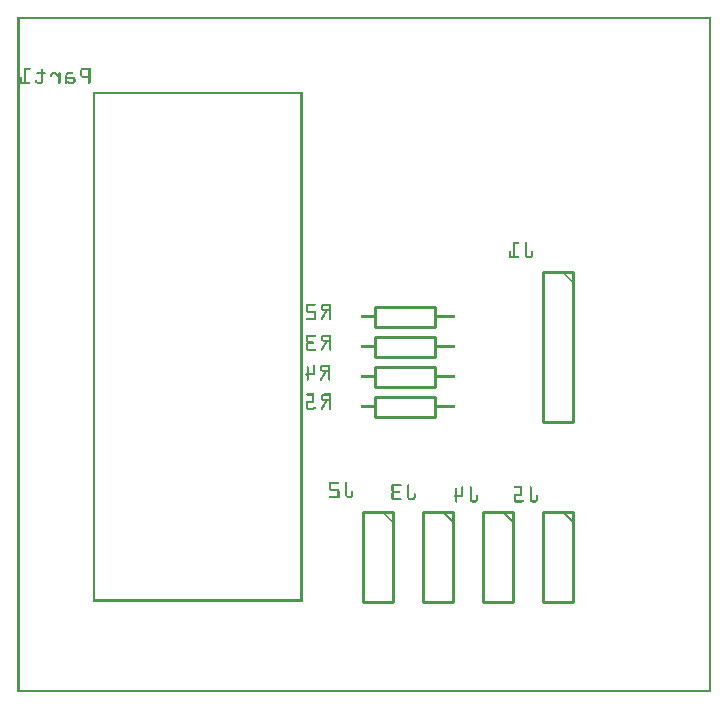
<source format=gbo>
G04 MADE WITH FRITZING*
G04 WWW.FRITZING.ORG*
G04 DOUBLE SIDED*
G04 HOLES PLATED*
G04 CONTOUR ON CENTER OF CONTOUR VECTOR*
%ASAXBY*%
%FSLAX23Y23*%
%MOIN*%
%OFA0B0*%
%SFA1.0B1.0*%
%ADD10C,0.010000*%
%ADD11C,0.005000*%
%ADD12R,0.001000X0.001000*%
%LNSILK0*%
G90*
G70*
G54D10*
X1392Y1085D02*
X1192Y1085D01*
D02*
X1192Y1085D02*
X1192Y1019D01*
D02*
X1192Y1019D02*
X1392Y1019D01*
D02*
X1392Y1019D02*
X1392Y1085D01*
D02*
X1392Y1185D02*
X1192Y1185D01*
D02*
X1192Y1185D02*
X1192Y1119D01*
D02*
X1192Y1119D02*
X1392Y1119D01*
D02*
X1392Y1119D02*
X1392Y1185D01*
D02*
X1392Y1285D02*
X1192Y1285D01*
D02*
X1192Y1285D02*
X1192Y1219D01*
D02*
X1192Y1219D02*
X1392Y1219D01*
D02*
X1392Y1219D02*
X1392Y1285D01*
D02*
X1392Y985D02*
X1192Y985D01*
D02*
X1192Y985D02*
X1192Y919D01*
D02*
X1192Y919D02*
X1392Y919D01*
D02*
X1392Y919D02*
X1392Y985D01*
D02*
X1852Y1402D02*
X1852Y902D01*
D02*
X1852Y902D02*
X1752Y902D01*
D02*
X1752Y902D02*
X1752Y1402D01*
D02*
X1752Y1402D02*
X1852Y1402D01*
D02*
X1252Y602D02*
X1252Y302D01*
D02*
X1252Y302D02*
X1152Y302D01*
D02*
X1152Y302D02*
X1152Y602D01*
D02*
X1152Y602D02*
X1252Y602D01*
D02*
X1452Y602D02*
X1452Y302D01*
D02*
X1452Y302D02*
X1352Y302D01*
D02*
X1352Y302D02*
X1352Y602D01*
D02*
X1352Y602D02*
X1452Y602D01*
G54D11*
D02*
X1452Y567D02*
X1417Y602D01*
G54D10*
D02*
X1652Y602D02*
X1652Y302D01*
D02*
X1652Y302D02*
X1552Y302D01*
D02*
X1552Y302D02*
X1552Y602D01*
D02*
X1552Y602D02*
X1652Y602D01*
G54D11*
D02*
X1652Y567D02*
X1617Y602D01*
G54D10*
D02*
X1852Y602D02*
X1852Y302D01*
D02*
X1852Y302D02*
X1752Y302D01*
D02*
X1752Y302D02*
X1752Y602D01*
D02*
X1752Y602D02*
X1852Y602D01*
G54D11*
D02*
X1852Y567D02*
X1817Y602D01*
G54D12*
X0Y2252D02*
X2311Y2252D01*
X0Y2251D02*
X2311Y2251D01*
X0Y2250D02*
X2311Y2250D01*
X0Y2249D02*
X2311Y2249D01*
X0Y2248D02*
X2311Y2248D01*
X0Y2247D02*
X2311Y2247D01*
X0Y2246D02*
X2311Y2246D01*
X0Y2245D02*
X2311Y2245D01*
X0Y2244D02*
X7Y2244D01*
X2304Y2244D02*
X2311Y2244D01*
X0Y2243D02*
X7Y2243D01*
X2304Y2243D02*
X2311Y2243D01*
X0Y2242D02*
X7Y2242D01*
X2304Y2242D02*
X2311Y2242D01*
X0Y2241D02*
X7Y2241D01*
X2304Y2241D02*
X2311Y2241D01*
X0Y2240D02*
X7Y2240D01*
X2304Y2240D02*
X2311Y2240D01*
X0Y2239D02*
X7Y2239D01*
X2304Y2239D02*
X2311Y2239D01*
X0Y2238D02*
X7Y2238D01*
X2304Y2238D02*
X2311Y2238D01*
X0Y2237D02*
X7Y2237D01*
X2304Y2237D02*
X2311Y2237D01*
X0Y2236D02*
X7Y2236D01*
X2304Y2236D02*
X2311Y2236D01*
X0Y2235D02*
X7Y2235D01*
X2304Y2235D02*
X2311Y2235D01*
X0Y2234D02*
X7Y2234D01*
X2304Y2234D02*
X2311Y2234D01*
X0Y2233D02*
X7Y2233D01*
X2304Y2233D02*
X2311Y2233D01*
X0Y2232D02*
X7Y2232D01*
X2304Y2232D02*
X2311Y2232D01*
X0Y2231D02*
X7Y2231D01*
X2304Y2231D02*
X2311Y2231D01*
X0Y2230D02*
X7Y2230D01*
X2304Y2230D02*
X2311Y2230D01*
X0Y2229D02*
X7Y2229D01*
X2304Y2229D02*
X2311Y2229D01*
X0Y2228D02*
X7Y2228D01*
X2304Y2228D02*
X2311Y2228D01*
X0Y2227D02*
X7Y2227D01*
X2304Y2227D02*
X2311Y2227D01*
X0Y2226D02*
X7Y2226D01*
X2304Y2226D02*
X2311Y2226D01*
X0Y2225D02*
X7Y2225D01*
X2304Y2225D02*
X2311Y2225D01*
X0Y2224D02*
X7Y2224D01*
X2304Y2224D02*
X2311Y2224D01*
X0Y2223D02*
X7Y2223D01*
X2304Y2223D02*
X2311Y2223D01*
X0Y2222D02*
X7Y2222D01*
X2304Y2222D02*
X2311Y2222D01*
X0Y2221D02*
X7Y2221D01*
X2304Y2221D02*
X2311Y2221D01*
X0Y2220D02*
X7Y2220D01*
X2304Y2220D02*
X2311Y2220D01*
X0Y2219D02*
X7Y2219D01*
X2304Y2219D02*
X2311Y2219D01*
X0Y2218D02*
X7Y2218D01*
X2304Y2218D02*
X2311Y2218D01*
X0Y2217D02*
X7Y2217D01*
X2304Y2217D02*
X2311Y2217D01*
X0Y2216D02*
X7Y2216D01*
X2304Y2216D02*
X2311Y2216D01*
X0Y2215D02*
X7Y2215D01*
X2304Y2215D02*
X2311Y2215D01*
X0Y2214D02*
X7Y2214D01*
X2304Y2214D02*
X2311Y2214D01*
X0Y2213D02*
X7Y2213D01*
X2304Y2213D02*
X2311Y2213D01*
X0Y2212D02*
X7Y2212D01*
X2304Y2212D02*
X2311Y2212D01*
X0Y2211D02*
X7Y2211D01*
X2304Y2211D02*
X2311Y2211D01*
X0Y2210D02*
X7Y2210D01*
X2304Y2210D02*
X2311Y2210D01*
X0Y2209D02*
X7Y2209D01*
X2304Y2209D02*
X2311Y2209D01*
X0Y2208D02*
X7Y2208D01*
X2304Y2208D02*
X2311Y2208D01*
X0Y2207D02*
X7Y2207D01*
X2304Y2207D02*
X2311Y2207D01*
X0Y2206D02*
X7Y2206D01*
X2304Y2206D02*
X2311Y2206D01*
X0Y2205D02*
X7Y2205D01*
X2304Y2205D02*
X2311Y2205D01*
X0Y2204D02*
X7Y2204D01*
X2304Y2204D02*
X2311Y2204D01*
X0Y2203D02*
X7Y2203D01*
X2304Y2203D02*
X2311Y2203D01*
X0Y2202D02*
X7Y2202D01*
X2304Y2202D02*
X2311Y2202D01*
X0Y2201D02*
X7Y2201D01*
X2304Y2201D02*
X2311Y2201D01*
X0Y2200D02*
X7Y2200D01*
X2304Y2200D02*
X2311Y2200D01*
X0Y2199D02*
X7Y2199D01*
X2304Y2199D02*
X2311Y2199D01*
X0Y2198D02*
X7Y2198D01*
X2304Y2198D02*
X2311Y2198D01*
X0Y2197D02*
X7Y2197D01*
X2304Y2197D02*
X2311Y2197D01*
X0Y2196D02*
X7Y2196D01*
X2304Y2196D02*
X2311Y2196D01*
X0Y2195D02*
X7Y2195D01*
X2304Y2195D02*
X2311Y2195D01*
X0Y2194D02*
X7Y2194D01*
X2304Y2194D02*
X2311Y2194D01*
X0Y2193D02*
X7Y2193D01*
X2304Y2193D02*
X2311Y2193D01*
X0Y2192D02*
X7Y2192D01*
X2304Y2192D02*
X2311Y2192D01*
X0Y2191D02*
X7Y2191D01*
X2304Y2191D02*
X2311Y2191D01*
X0Y2190D02*
X7Y2190D01*
X2304Y2190D02*
X2311Y2190D01*
X0Y2189D02*
X7Y2189D01*
X2304Y2189D02*
X2311Y2189D01*
X0Y2188D02*
X7Y2188D01*
X2304Y2188D02*
X2311Y2188D01*
X0Y2187D02*
X7Y2187D01*
X2304Y2187D02*
X2311Y2187D01*
X0Y2186D02*
X7Y2186D01*
X2304Y2186D02*
X2311Y2186D01*
X0Y2185D02*
X7Y2185D01*
X2304Y2185D02*
X2311Y2185D01*
X0Y2184D02*
X7Y2184D01*
X2304Y2184D02*
X2311Y2184D01*
X0Y2183D02*
X7Y2183D01*
X2304Y2183D02*
X2311Y2183D01*
X0Y2182D02*
X7Y2182D01*
X2304Y2182D02*
X2311Y2182D01*
X0Y2181D02*
X7Y2181D01*
X2304Y2181D02*
X2311Y2181D01*
X0Y2180D02*
X7Y2180D01*
X2304Y2180D02*
X2311Y2180D01*
X0Y2179D02*
X7Y2179D01*
X2304Y2179D02*
X2311Y2179D01*
X0Y2178D02*
X7Y2178D01*
X2304Y2178D02*
X2311Y2178D01*
X0Y2177D02*
X7Y2177D01*
X2304Y2177D02*
X2311Y2177D01*
X0Y2176D02*
X7Y2176D01*
X2304Y2176D02*
X2311Y2176D01*
X0Y2175D02*
X7Y2175D01*
X2304Y2175D02*
X2311Y2175D01*
X0Y2174D02*
X7Y2174D01*
X2304Y2174D02*
X2311Y2174D01*
X0Y2173D02*
X7Y2173D01*
X2304Y2173D02*
X2311Y2173D01*
X0Y2172D02*
X7Y2172D01*
X2304Y2172D02*
X2311Y2172D01*
X0Y2171D02*
X7Y2171D01*
X2304Y2171D02*
X2311Y2171D01*
X0Y2170D02*
X7Y2170D01*
X2304Y2170D02*
X2311Y2170D01*
X0Y2169D02*
X7Y2169D01*
X2304Y2169D02*
X2311Y2169D01*
X0Y2168D02*
X7Y2168D01*
X2304Y2168D02*
X2311Y2168D01*
X0Y2167D02*
X7Y2167D01*
X2304Y2167D02*
X2311Y2167D01*
X0Y2166D02*
X7Y2166D01*
X2304Y2166D02*
X2311Y2166D01*
X0Y2165D02*
X7Y2165D01*
X2304Y2165D02*
X2311Y2165D01*
X0Y2164D02*
X7Y2164D01*
X2304Y2164D02*
X2311Y2164D01*
X0Y2163D02*
X7Y2163D01*
X2304Y2163D02*
X2311Y2163D01*
X0Y2162D02*
X7Y2162D01*
X2304Y2162D02*
X2311Y2162D01*
X0Y2161D02*
X7Y2161D01*
X2304Y2161D02*
X2311Y2161D01*
X0Y2160D02*
X7Y2160D01*
X2304Y2160D02*
X2311Y2160D01*
X0Y2159D02*
X7Y2159D01*
X2304Y2159D02*
X2311Y2159D01*
X0Y2158D02*
X7Y2158D01*
X2304Y2158D02*
X2311Y2158D01*
X0Y2157D02*
X7Y2157D01*
X2304Y2157D02*
X2311Y2157D01*
X0Y2156D02*
X7Y2156D01*
X2304Y2156D02*
X2311Y2156D01*
X0Y2155D02*
X7Y2155D01*
X2304Y2155D02*
X2311Y2155D01*
X0Y2154D02*
X7Y2154D01*
X2304Y2154D02*
X2311Y2154D01*
X0Y2153D02*
X7Y2153D01*
X2304Y2153D02*
X2311Y2153D01*
X0Y2152D02*
X7Y2152D01*
X2304Y2152D02*
X2311Y2152D01*
X0Y2151D02*
X7Y2151D01*
X2304Y2151D02*
X2311Y2151D01*
X0Y2150D02*
X7Y2150D01*
X2304Y2150D02*
X2311Y2150D01*
X0Y2149D02*
X7Y2149D01*
X2304Y2149D02*
X2311Y2149D01*
X0Y2148D02*
X7Y2148D01*
X2304Y2148D02*
X2311Y2148D01*
X0Y2147D02*
X7Y2147D01*
X2304Y2147D02*
X2311Y2147D01*
X0Y2146D02*
X7Y2146D01*
X2304Y2146D02*
X2311Y2146D01*
X0Y2145D02*
X7Y2145D01*
X2304Y2145D02*
X2311Y2145D01*
X0Y2144D02*
X7Y2144D01*
X2304Y2144D02*
X2311Y2144D01*
X0Y2143D02*
X7Y2143D01*
X2304Y2143D02*
X2311Y2143D01*
X0Y2142D02*
X7Y2142D01*
X2304Y2142D02*
X2311Y2142D01*
X0Y2141D02*
X7Y2141D01*
X2304Y2141D02*
X2311Y2141D01*
X0Y2140D02*
X7Y2140D01*
X2304Y2140D02*
X2311Y2140D01*
X0Y2139D02*
X7Y2139D01*
X2304Y2139D02*
X2311Y2139D01*
X0Y2138D02*
X7Y2138D01*
X2304Y2138D02*
X2311Y2138D01*
X0Y2137D02*
X7Y2137D01*
X2304Y2137D02*
X2311Y2137D01*
X0Y2136D02*
X7Y2136D01*
X2304Y2136D02*
X2311Y2136D01*
X0Y2135D02*
X7Y2135D01*
X2304Y2135D02*
X2311Y2135D01*
X0Y2134D02*
X7Y2134D01*
X2304Y2134D02*
X2311Y2134D01*
X0Y2133D02*
X7Y2133D01*
X2304Y2133D02*
X2311Y2133D01*
X0Y2132D02*
X7Y2132D01*
X2304Y2132D02*
X2311Y2132D01*
X0Y2131D02*
X7Y2131D01*
X2304Y2131D02*
X2311Y2131D01*
X0Y2130D02*
X7Y2130D01*
X2304Y2130D02*
X2311Y2130D01*
X0Y2129D02*
X7Y2129D01*
X2304Y2129D02*
X2311Y2129D01*
X0Y2128D02*
X7Y2128D01*
X2304Y2128D02*
X2311Y2128D01*
X0Y2127D02*
X7Y2127D01*
X2304Y2127D02*
X2311Y2127D01*
X0Y2126D02*
X7Y2126D01*
X2304Y2126D02*
X2311Y2126D01*
X0Y2125D02*
X7Y2125D01*
X2304Y2125D02*
X2311Y2125D01*
X0Y2124D02*
X7Y2124D01*
X2304Y2124D02*
X2311Y2124D01*
X0Y2123D02*
X7Y2123D01*
X2304Y2123D02*
X2311Y2123D01*
X0Y2122D02*
X7Y2122D01*
X2304Y2122D02*
X2311Y2122D01*
X0Y2121D02*
X7Y2121D01*
X2304Y2121D02*
X2311Y2121D01*
X0Y2120D02*
X7Y2120D01*
X2304Y2120D02*
X2311Y2120D01*
X0Y2119D02*
X7Y2119D01*
X2304Y2119D02*
X2311Y2119D01*
X0Y2118D02*
X7Y2118D01*
X2304Y2118D02*
X2311Y2118D01*
X0Y2117D02*
X7Y2117D01*
X2304Y2117D02*
X2311Y2117D01*
X0Y2116D02*
X7Y2116D01*
X2304Y2116D02*
X2311Y2116D01*
X0Y2115D02*
X7Y2115D01*
X2304Y2115D02*
X2311Y2115D01*
X0Y2114D02*
X7Y2114D01*
X2304Y2114D02*
X2311Y2114D01*
X0Y2113D02*
X7Y2113D01*
X2304Y2113D02*
X2311Y2113D01*
X0Y2112D02*
X7Y2112D01*
X2304Y2112D02*
X2311Y2112D01*
X0Y2111D02*
X7Y2111D01*
X2304Y2111D02*
X2311Y2111D01*
X0Y2110D02*
X7Y2110D01*
X2304Y2110D02*
X2311Y2110D01*
X0Y2109D02*
X7Y2109D01*
X2304Y2109D02*
X2311Y2109D01*
X0Y2108D02*
X7Y2108D01*
X2304Y2108D02*
X2311Y2108D01*
X0Y2107D02*
X7Y2107D01*
X2304Y2107D02*
X2311Y2107D01*
X0Y2106D02*
X7Y2106D01*
X2304Y2106D02*
X2311Y2106D01*
X0Y2105D02*
X7Y2105D01*
X2304Y2105D02*
X2311Y2105D01*
X0Y2104D02*
X7Y2104D01*
X2304Y2104D02*
X2311Y2104D01*
X0Y2103D02*
X7Y2103D01*
X2304Y2103D02*
X2311Y2103D01*
X0Y2102D02*
X7Y2102D01*
X2304Y2102D02*
X2311Y2102D01*
X0Y2101D02*
X7Y2101D01*
X2304Y2101D02*
X2311Y2101D01*
X0Y2100D02*
X7Y2100D01*
X2304Y2100D02*
X2311Y2100D01*
X0Y2099D02*
X7Y2099D01*
X2304Y2099D02*
X2311Y2099D01*
X0Y2098D02*
X7Y2098D01*
X2304Y2098D02*
X2311Y2098D01*
X0Y2097D02*
X7Y2097D01*
X2304Y2097D02*
X2311Y2097D01*
X0Y2096D02*
X7Y2096D01*
X2304Y2096D02*
X2311Y2096D01*
X0Y2095D02*
X7Y2095D01*
X2304Y2095D02*
X2311Y2095D01*
X0Y2094D02*
X7Y2094D01*
X2304Y2094D02*
X2311Y2094D01*
X0Y2093D02*
X7Y2093D01*
X2304Y2093D02*
X2311Y2093D01*
X0Y2092D02*
X7Y2092D01*
X2304Y2092D02*
X2311Y2092D01*
X0Y2091D02*
X7Y2091D01*
X2304Y2091D02*
X2311Y2091D01*
X0Y2090D02*
X7Y2090D01*
X2304Y2090D02*
X2311Y2090D01*
X0Y2089D02*
X7Y2089D01*
X2304Y2089D02*
X2311Y2089D01*
X0Y2088D02*
X7Y2088D01*
X2304Y2088D02*
X2311Y2088D01*
X0Y2087D02*
X7Y2087D01*
X2304Y2087D02*
X2311Y2087D01*
X0Y2086D02*
X7Y2086D01*
X2304Y2086D02*
X2311Y2086D01*
X0Y2085D02*
X7Y2085D01*
X2304Y2085D02*
X2311Y2085D01*
X0Y2084D02*
X7Y2084D01*
X2304Y2084D02*
X2311Y2084D01*
X0Y2083D02*
X7Y2083D01*
X2304Y2083D02*
X2311Y2083D01*
X0Y2082D02*
X7Y2082D01*
X23Y2082D02*
X41Y2082D01*
X217Y2082D02*
X243Y2082D01*
X2304Y2082D02*
X2311Y2082D01*
X0Y2081D02*
X7Y2081D01*
X23Y2081D02*
X42Y2081D01*
X215Y2081D02*
X243Y2081D01*
X2304Y2081D02*
X2311Y2081D01*
X0Y2080D02*
X7Y2080D01*
X23Y2080D02*
X43Y2080D01*
X213Y2080D02*
X243Y2080D01*
X2304Y2080D02*
X2311Y2080D01*
X0Y2079D02*
X7Y2079D01*
X23Y2079D02*
X43Y2079D01*
X82Y2079D02*
X84Y2079D01*
X212Y2079D02*
X243Y2079D01*
X2304Y2079D02*
X2311Y2079D01*
X0Y2078D02*
X7Y2078D01*
X23Y2078D02*
X43Y2078D01*
X81Y2078D02*
X85Y2078D01*
X211Y2078D02*
X243Y2078D01*
X2304Y2078D02*
X2311Y2078D01*
X0Y2077D02*
X7Y2077D01*
X23Y2077D02*
X42Y2077D01*
X80Y2077D02*
X86Y2077D01*
X211Y2077D02*
X243Y2077D01*
X2304Y2077D02*
X2311Y2077D01*
X0Y2076D02*
X7Y2076D01*
X23Y2076D02*
X41Y2076D01*
X80Y2076D02*
X86Y2076D01*
X210Y2076D02*
X243Y2076D01*
X2304Y2076D02*
X2311Y2076D01*
X0Y2075D02*
X7Y2075D01*
X23Y2075D02*
X29Y2075D01*
X80Y2075D02*
X86Y2075D01*
X210Y2075D02*
X217Y2075D01*
X237Y2075D02*
X243Y2075D01*
X2304Y2075D02*
X2311Y2075D01*
X0Y2074D02*
X7Y2074D01*
X23Y2074D02*
X29Y2074D01*
X80Y2074D02*
X86Y2074D01*
X209Y2074D02*
X216Y2074D01*
X237Y2074D02*
X243Y2074D01*
X2304Y2074D02*
X2311Y2074D01*
X0Y2073D02*
X7Y2073D01*
X23Y2073D02*
X29Y2073D01*
X80Y2073D02*
X86Y2073D01*
X209Y2073D02*
X216Y2073D01*
X237Y2073D02*
X243Y2073D01*
X2304Y2073D02*
X2311Y2073D01*
X0Y2072D02*
X7Y2072D01*
X23Y2072D02*
X29Y2072D01*
X80Y2072D02*
X86Y2072D01*
X209Y2072D02*
X215Y2072D01*
X237Y2072D02*
X243Y2072D01*
X2304Y2072D02*
X2311Y2072D01*
X0Y2071D02*
X7Y2071D01*
X23Y2071D02*
X29Y2071D01*
X80Y2071D02*
X86Y2071D01*
X209Y2071D02*
X215Y2071D01*
X237Y2071D02*
X243Y2071D01*
X2304Y2071D02*
X2311Y2071D01*
X0Y2070D02*
X7Y2070D01*
X23Y2070D02*
X29Y2070D01*
X80Y2070D02*
X86Y2070D01*
X209Y2070D02*
X215Y2070D01*
X237Y2070D02*
X243Y2070D01*
X2304Y2070D02*
X2311Y2070D01*
X0Y2069D02*
X7Y2069D01*
X23Y2069D02*
X29Y2069D01*
X80Y2069D02*
X86Y2069D01*
X209Y2069D02*
X215Y2069D01*
X237Y2069D02*
X243Y2069D01*
X2304Y2069D02*
X2311Y2069D01*
X0Y2068D02*
X7Y2068D01*
X23Y2068D02*
X29Y2068D01*
X80Y2068D02*
X86Y2068D01*
X209Y2068D02*
X215Y2068D01*
X237Y2068D02*
X243Y2068D01*
X2304Y2068D02*
X2311Y2068D01*
X0Y2067D02*
X7Y2067D01*
X23Y2067D02*
X29Y2067D01*
X64Y2067D02*
X91Y2067D01*
X116Y2067D02*
X128Y2067D01*
X138Y2067D02*
X141Y2067D01*
X167Y2067D02*
X184Y2067D01*
X209Y2067D02*
X215Y2067D01*
X237Y2067D02*
X243Y2067D01*
X2304Y2067D02*
X2311Y2067D01*
X0Y2066D02*
X7Y2066D01*
X23Y2066D02*
X29Y2066D01*
X63Y2066D02*
X92Y2066D01*
X114Y2066D02*
X129Y2066D01*
X137Y2066D02*
X142Y2066D01*
X165Y2066D02*
X185Y2066D01*
X209Y2066D02*
X215Y2066D01*
X237Y2066D02*
X243Y2066D01*
X2304Y2066D02*
X2311Y2066D01*
X0Y2065D02*
X7Y2065D01*
X23Y2065D02*
X29Y2065D01*
X63Y2065D02*
X93Y2065D01*
X113Y2065D02*
X130Y2065D01*
X137Y2065D02*
X143Y2065D01*
X164Y2065D02*
X186Y2065D01*
X209Y2065D02*
X215Y2065D01*
X237Y2065D02*
X243Y2065D01*
X2304Y2065D02*
X2311Y2065D01*
X0Y2064D02*
X7Y2064D01*
X23Y2064D02*
X29Y2064D01*
X63Y2064D02*
X93Y2064D01*
X112Y2064D02*
X131Y2064D01*
X137Y2064D02*
X143Y2064D01*
X163Y2064D02*
X186Y2064D01*
X209Y2064D02*
X215Y2064D01*
X237Y2064D02*
X243Y2064D01*
X2304Y2064D02*
X2311Y2064D01*
X0Y2063D02*
X7Y2063D01*
X23Y2063D02*
X29Y2063D01*
X63Y2063D02*
X93Y2063D01*
X111Y2063D02*
X132Y2063D01*
X137Y2063D02*
X143Y2063D01*
X162Y2063D02*
X186Y2063D01*
X209Y2063D02*
X215Y2063D01*
X237Y2063D02*
X243Y2063D01*
X2304Y2063D02*
X2311Y2063D01*
X0Y2062D02*
X7Y2062D01*
X23Y2062D02*
X29Y2062D01*
X64Y2062D02*
X92Y2062D01*
X110Y2062D02*
X134Y2062D01*
X137Y2062D02*
X143Y2062D01*
X161Y2062D02*
X185Y2062D01*
X209Y2062D02*
X215Y2062D01*
X237Y2062D02*
X243Y2062D01*
X2304Y2062D02*
X2311Y2062D01*
X0Y2061D02*
X7Y2061D01*
X23Y2061D02*
X29Y2061D01*
X65Y2061D02*
X91Y2061D01*
X110Y2061D02*
X135Y2061D01*
X137Y2061D02*
X143Y2061D01*
X161Y2061D02*
X184Y2061D01*
X209Y2061D02*
X215Y2061D01*
X237Y2061D02*
X243Y2061D01*
X2304Y2061D02*
X2311Y2061D01*
X0Y2060D02*
X7Y2060D01*
X23Y2060D02*
X29Y2060D01*
X80Y2060D02*
X86Y2060D01*
X110Y2060D02*
X117Y2060D01*
X126Y2060D02*
X143Y2060D01*
X161Y2060D02*
X168Y2060D01*
X209Y2060D02*
X215Y2060D01*
X237Y2060D02*
X243Y2060D01*
X2304Y2060D02*
X2311Y2060D01*
X0Y2059D02*
X7Y2059D01*
X23Y2059D02*
X29Y2059D01*
X80Y2059D02*
X86Y2059D01*
X109Y2059D02*
X116Y2059D01*
X127Y2059D02*
X143Y2059D01*
X160Y2059D02*
X167Y2059D01*
X209Y2059D02*
X215Y2059D01*
X237Y2059D02*
X243Y2059D01*
X2304Y2059D02*
X2311Y2059D01*
X0Y2058D02*
X7Y2058D01*
X23Y2058D02*
X29Y2058D01*
X80Y2058D02*
X86Y2058D01*
X109Y2058D02*
X115Y2058D01*
X128Y2058D02*
X143Y2058D01*
X160Y2058D02*
X166Y2058D01*
X209Y2058D02*
X216Y2058D01*
X237Y2058D02*
X243Y2058D01*
X2304Y2058D02*
X2311Y2058D01*
X0Y2057D02*
X7Y2057D01*
X23Y2057D02*
X29Y2057D01*
X80Y2057D02*
X86Y2057D01*
X109Y2057D02*
X115Y2057D01*
X130Y2057D02*
X143Y2057D01*
X160Y2057D02*
X166Y2057D01*
X210Y2057D02*
X216Y2057D01*
X237Y2057D02*
X243Y2057D01*
X2304Y2057D02*
X2311Y2057D01*
X0Y2056D02*
X7Y2056D01*
X23Y2056D02*
X29Y2056D01*
X80Y2056D02*
X86Y2056D01*
X109Y2056D02*
X115Y2056D01*
X131Y2056D02*
X143Y2056D01*
X160Y2056D02*
X166Y2056D01*
X210Y2056D02*
X218Y2056D01*
X236Y2056D02*
X243Y2056D01*
X2304Y2056D02*
X2311Y2056D01*
X0Y2055D02*
X7Y2055D01*
X23Y2055D02*
X29Y2055D01*
X80Y2055D02*
X86Y2055D01*
X109Y2055D02*
X115Y2055D01*
X132Y2055D02*
X143Y2055D01*
X160Y2055D02*
X166Y2055D01*
X210Y2055D02*
X243Y2055D01*
X2304Y2055D02*
X2311Y2055D01*
X0Y2054D02*
X7Y2054D01*
X23Y2054D02*
X29Y2054D01*
X80Y2054D02*
X86Y2054D01*
X110Y2054D02*
X115Y2054D01*
X133Y2054D02*
X143Y2054D01*
X160Y2054D02*
X166Y2054D01*
X211Y2054D02*
X243Y2054D01*
X2304Y2054D02*
X2311Y2054D01*
X0Y2053D02*
X7Y2053D01*
X23Y2053D02*
X29Y2053D01*
X80Y2053D02*
X86Y2053D01*
X110Y2053D02*
X114Y2053D01*
X134Y2053D02*
X143Y2053D01*
X160Y2053D02*
X166Y2053D01*
X212Y2053D02*
X243Y2053D01*
X2304Y2053D02*
X2311Y2053D01*
X0Y2052D02*
X7Y2052D01*
X11Y2052D02*
X14Y2052D01*
X23Y2052D02*
X29Y2052D01*
X80Y2052D02*
X86Y2052D01*
X112Y2052D02*
X113Y2052D01*
X135Y2052D02*
X143Y2052D01*
X160Y2052D02*
X187Y2052D01*
X212Y2052D02*
X243Y2052D01*
X2304Y2052D02*
X2311Y2052D01*
X0Y2051D02*
X7Y2051D01*
X10Y2051D02*
X15Y2051D01*
X23Y2051D02*
X29Y2051D01*
X80Y2051D02*
X86Y2051D01*
X137Y2051D02*
X143Y2051D01*
X160Y2051D02*
X188Y2051D01*
X214Y2051D02*
X243Y2051D01*
X2304Y2051D02*
X2311Y2051D01*
X0Y2050D02*
X7Y2050D01*
X9Y2050D02*
X15Y2050D01*
X23Y2050D02*
X29Y2050D01*
X80Y2050D02*
X86Y2050D01*
X137Y2050D02*
X143Y2050D01*
X160Y2050D02*
X190Y2050D01*
X215Y2050D02*
X243Y2050D01*
X2304Y2050D02*
X2311Y2050D01*
X0Y2049D02*
X7Y2049D01*
X9Y2049D02*
X15Y2049D01*
X23Y2049D02*
X29Y2049D01*
X80Y2049D02*
X86Y2049D01*
X137Y2049D02*
X143Y2049D01*
X160Y2049D02*
X191Y2049D01*
X219Y2049D02*
X243Y2049D01*
X2304Y2049D02*
X2311Y2049D01*
X0Y2048D02*
X7Y2048D01*
X9Y2048D02*
X15Y2048D01*
X23Y2048D02*
X29Y2048D01*
X80Y2048D02*
X86Y2048D01*
X137Y2048D02*
X143Y2048D01*
X160Y2048D02*
X191Y2048D01*
X237Y2048D02*
X243Y2048D01*
X2304Y2048D02*
X2311Y2048D01*
X0Y2047D02*
X7Y2047D01*
X9Y2047D02*
X15Y2047D01*
X23Y2047D02*
X29Y2047D01*
X80Y2047D02*
X86Y2047D01*
X137Y2047D02*
X143Y2047D01*
X160Y2047D02*
X192Y2047D01*
X237Y2047D02*
X243Y2047D01*
X2304Y2047D02*
X2311Y2047D01*
X0Y2046D02*
X7Y2046D01*
X9Y2046D02*
X15Y2046D01*
X23Y2046D02*
X29Y2046D01*
X80Y2046D02*
X86Y2046D01*
X137Y2046D02*
X143Y2046D01*
X160Y2046D02*
X192Y2046D01*
X237Y2046D02*
X243Y2046D01*
X2304Y2046D02*
X2311Y2046D01*
X0Y2045D02*
X7Y2045D01*
X9Y2045D02*
X15Y2045D01*
X23Y2045D02*
X29Y2045D01*
X80Y2045D02*
X86Y2045D01*
X137Y2045D02*
X143Y2045D01*
X160Y2045D02*
X167Y2045D01*
X186Y2045D02*
X193Y2045D01*
X237Y2045D02*
X243Y2045D01*
X2304Y2045D02*
X2311Y2045D01*
X0Y2044D02*
X7Y2044D01*
X9Y2044D02*
X15Y2044D01*
X23Y2044D02*
X29Y2044D01*
X80Y2044D02*
X86Y2044D01*
X137Y2044D02*
X143Y2044D01*
X160Y2044D02*
X166Y2044D01*
X186Y2044D02*
X193Y2044D01*
X237Y2044D02*
X243Y2044D01*
X2304Y2044D02*
X2311Y2044D01*
X0Y2043D02*
X7Y2043D01*
X9Y2043D02*
X15Y2043D01*
X23Y2043D02*
X29Y2043D01*
X80Y2043D02*
X86Y2043D01*
X137Y2043D02*
X143Y2043D01*
X160Y2043D02*
X166Y2043D01*
X187Y2043D02*
X193Y2043D01*
X237Y2043D02*
X243Y2043D01*
X2304Y2043D02*
X2311Y2043D01*
X0Y2042D02*
X7Y2042D01*
X9Y2042D02*
X15Y2042D01*
X23Y2042D02*
X29Y2042D01*
X80Y2042D02*
X86Y2042D01*
X137Y2042D02*
X143Y2042D01*
X160Y2042D02*
X166Y2042D01*
X187Y2042D02*
X193Y2042D01*
X237Y2042D02*
X243Y2042D01*
X2304Y2042D02*
X2311Y2042D01*
X0Y2041D02*
X7Y2041D01*
X9Y2041D02*
X15Y2041D01*
X23Y2041D02*
X29Y2041D01*
X62Y2041D02*
X63Y2041D01*
X80Y2041D02*
X86Y2041D01*
X137Y2041D02*
X143Y2041D01*
X160Y2041D02*
X166Y2041D01*
X187Y2041D02*
X193Y2041D01*
X237Y2041D02*
X243Y2041D01*
X2304Y2041D02*
X2311Y2041D01*
X0Y2040D02*
X7Y2040D01*
X9Y2040D02*
X15Y2040D01*
X23Y2040D02*
X29Y2040D01*
X60Y2040D02*
X64Y2040D01*
X80Y2040D02*
X86Y2040D01*
X137Y2040D02*
X143Y2040D01*
X160Y2040D02*
X166Y2040D01*
X187Y2040D02*
X193Y2040D01*
X237Y2040D02*
X243Y2040D01*
X2304Y2040D02*
X2311Y2040D01*
X0Y2039D02*
X7Y2039D01*
X9Y2039D02*
X15Y2039D01*
X23Y2039D02*
X29Y2039D01*
X60Y2039D02*
X65Y2039D01*
X80Y2039D02*
X86Y2039D01*
X137Y2039D02*
X143Y2039D01*
X160Y2039D02*
X167Y2039D01*
X187Y2039D02*
X193Y2039D01*
X237Y2039D02*
X243Y2039D01*
X2304Y2039D02*
X2311Y2039D01*
X0Y2038D02*
X7Y2038D01*
X9Y2038D02*
X15Y2038D01*
X23Y2038D02*
X29Y2038D01*
X59Y2038D02*
X65Y2038D01*
X80Y2038D02*
X86Y2038D01*
X137Y2038D02*
X143Y2038D01*
X159Y2038D02*
X169Y2038D01*
X187Y2038D02*
X193Y2038D01*
X237Y2038D02*
X243Y2038D01*
X2304Y2038D02*
X2311Y2038D01*
X0Y2037D02*
X7Y2037D01*
X9Y2037D02*
X15Y2037D01*
X23Y2037D02*
X29Y2037D01*
X59Y2037D02*
X66Y2037D01*
X80Y2037D02*
X86Y2037D01*
X137Y2037D02*
X143Y2037D01*
X159Y2037D02*
X170Y2037D01*
X186Y2037D02*
X193Y2037D01*
X237Y2037D02*
X243Y2037D01*
X2304Y2037D02*
X2311Y2037D01*
X0Y2036D02*
X7Y2036D01*
X9Y2036D02*
X15Y2036D01*
X23Y2036D02*
X29Y2036D01*
X60Y2036D02*
X67Y2036D01*
X79Y2036D02*
X86Y2036D01*
X137Y2036D02*
X143Y2036D01*
X159Y2036D02*
X172Y2036D01*
X185Y2036D02*
X192Y2036D01*
X237Y2036D02*
X243Y2036D01*
X2304Y2036D02*
X2311Y2036D01*
X0Y2035D02*
X7Y2035D01*
X9Y2035D02*
X41Y2035D01*
X60Y2035D02*
X85Y2035D01*
X137Y2035D02*
X143Y2035D01*
X159Y2035D02*
X192Y2035D01*
X237Y2035D02*
X243Y2035D01*
X2304Y2035D02*
X2311Y2035D01*
X0Y2034D02*
X7Y2034D01*
X9Y2034D02*
X42Y2034D01*
X60Y2034D02*
X85Y2034D01*
X137Y2034D02*
X143Y2034D01*
X159Y2034D02*
X192Y2034D01*
X237Y2034D02*
X243Y2034D01*
X2304Y2034D02*
X2311Y2034D01*
X0Y2033D02*
X7Y2033D01*
X9Y2033D02*
X43Y2033D01*
X61Y2033D02*
X84Y2033D01*
X137Y2033D02*
X143Y2033D01*
X159Y2033D02*
X191Y2033D01*
X237Y2033D02*
X243Y2033D01*
X2304Y2033D02*
X2311Y2033D01*
X0Y2032D02*
X7Y2032D01*
X9Y2032D02*
X43Y2032D01*
X62Y2032D02*
X83Y2032D01*
X137Y2032D02*
X143Y2032D01*
X159Y2032D02*
X190Y2032D01*
X237Y2032D02*
X243Y2032D01*
X2304Y2032D02*
X2311Y2032D01*
X0Y2031D02*
X7Y2031D01*
X9Y2031D02*
X43Y2031D01*
X63Y2031D02*
X83Y2031D01*
X137Y2031D02*
X143Y2031D01*
X159Y2031D02*
X165Y2031D01*
X168Y2031D02*
X189Y2031D01*
X237Y2031D02*
X243Y2031D01*
X2304Y2031D02*
X2311Y2031D01*
X0Y2030D02*
X7Y2030D01*
X10Y2030D02*
X42Y2030D01*
X64Y2030D02*
X81Y2030D01*
X137Y2030D02*
X142Y2030D01*
X160Y2030D02*
X165Y2030D01*
X169Y2030D02*
X188Y2030D01*
X237Y2030D02*
X242Y2030D01*
X2304Y2030D02*
X2311Y2030D01*
X0Y2029D02*
X7Y2029D01*
X11Y2029D02*
X41Y2029D01*
X66Y2029D02*
X79Y2029D01*
X138Y2029D02*
X141Y2029D01*
X161Y2029D02*
X164Y2029D01*
X171Y2029D02*
X186Y2029D01*
X238Y2029D02*
X241Y2029D01*
X2304Y2029D02*
X2311Y2029D01*
X0Y2028D02*
X7Y2028D01*
X2304Y2028D02*
X2311Y2028D01*
X0Y2027D02*
X7Y2027D01*
X2304Y2027D02*
X2311Y2027D01*
X0Y2026D02*
X7Y2026D01*
X2304Y2026D02*
X2311Y2026D01*
X0Y2025D02*
X7Y2025D01*
X2304Y2025D02*
X2311Y2025D01*
X0Y2024D02*
X7Y2024D01*
X2304Y2024D02*
X2311Y2024D01*
X0Y2023D02*
X7Y2023D01*
X2304Y2023D02*
X2311Y2023D01*
X0Y2022D02*
X7Y2022D01*
X2304Y2022D02*
X2311Y2022D01*
X0Y2021D02*
X7Y2021D01*
X2304Y2021D02*
X2311Y2021D01*
X0Y2020D02*
X7Y2020D01*
X2304Y2020D02*
X2311Y2020D01*
X0Y2019D02*
X7Y2019D01*
X2304Y2019D02*
X2311Y2019D01*
X0Y2018D02*
X7Y2018D01*
X2304Y2018D02*
X2311Y2018D01*
X0Y2017D02*
X7Y2017D01*
X2304Y2017D02*
X2311Y2017D01*
X0Y2016D02*
X7Y2016D01*
X2304Y2016D02*
X2311Y2016D01*
X0Y2015D02*
X7Y2015D01*
X2304Y2015D02*
X2311Y2015D01*
X0Y2014D02*
X7Y2014D01*
X2304Y2014D02*
X2311Y2014D01*
X0Y2013D02*
X7Y2013D01*
X2304Y2013D02*
X2311Y2013D01*
X0Y2012D02*
X7Y2012D01*
X2304Y2012D02*
X2311Y2012D01*
X0Y2011D02*
X7Y2011D01*
X2304Y2011D02*
X2311Y2011D01*
X0Y2010D02*
X7Y2010D01*
X2304Y2010D02*
X2311Y2010D01*
X0Y2009D02*
X7Y2009D01*
X2304Y2009D02*
X2311Y2009D01*
X0Y2008D02*
X7Y2008D01*
X2304Y2008D02*
X2311Y2008D01*
X0Y2007D02*
X7Y2007D01*
X2304Y2007D02*
X2311Y2007D01*
X0Y2006D02*
X7Y2006D01*
X2304Y2006D02*
X2311Y2006D01*
X0Y2005D02*
X7Y2005D01*
X2304Y2005D02*
X2311Y2005D01*
X0Y2004D02*
X7Y2004D01*
X2304Y2004D02*
X2311Y2004D01*
X0Y2003D02*
X7Y2003D01*
X2304Y2003D02*
X2311Y2003D01*
X0Y2002D02*
X7Y2002D01*
X252Y2002D02*
X950Y2002D01*
X2304Y2002D02*
X2311Y2002D01*
X0Y2001D02*
X7Y2001D01*
X252Y2001D02*
X950Y2001D01*
X2304Y2001D02*
X2311Y2001D01*
X0Y2000D02*
X7Y2000D01*
X252Y2000D02*
X950Y2000D01*
X2304Y2000D02*
X2311Y2000D01*
X0Y1999D02*
X7Y1999D01*
X252Y1999D02*
X950Y1999D01*
X2304Y1999D02*
X2311Y1999D01*
X0Y1998D02*
X7Y1998D01*
X252Y1998D02*
X950Y1998D01*
X2304Y1998D02*
X2311Y1998D01*
X0Y1997D02*
X7Y1997D01*
X252Y1997D02*
X950Y1997D01*
X2304Y1997D02*
X2311Y1997D01*
X0Y1996D02*
X7Y1996D01*
X252Y1996D02*
X950Y1996D01*
X2304Y1996D02*
X2311Y1996D01*
X0Y1995D02*
X7Y1995D01*
X252Y1995D02*
X950Y1995D01*
X2304Y1995D02*
X2311Y1995D01*
X0Y1994D02*
X7Y1994D01*
X252Y1994D02*
X259Y1994D01*
X943Y1994D02*
X950Y1994D01*
X2304Y1994D02*
X2311Y1994D01*
X0Y1993D02*
X7Y1993D01*
X252Y1993D02*
X259Y1993D01*
X943Y1993D02*
X950Y1993D01*
X2304Y1993D02*
X2311Y1993D01*
X0Y1992D02*
X7Y1992D01*
X252Y1992D02*
X259Y1992D01*
X943Y1992D02*
X950Y1992D01*
X2304Y1992D02*
X2311Y1992D01*
X0Y1991D02*
X7Y1991D01*
X252Y1991D02*
X259Y1991D01*
X943Y1991D02*
X950Y1991D01*
X2304Y1991D02*
X2311Y1991D01*
X0Y1990D02*
X7Y1990D01*
X252Y1990D02*
X259Y1990D01*
X943Y1990D02*
X950Y1990D01*
X2304Y1990D02*
X2311Y1990D01*
X0Y1989D02*
X7Y1989D01*
X252Y1989D02*
X259Y1989D01*
X943Y1989D02*
X950Y1989D01*
X2304Y1989D02*
X2311Y1989D01*
X0Y1988D02*
X7Y1988D01*
X252Y1988D02*
X259Y1988D01*
X943Y1988D02*
X950Y1988D01*
X2304Y1988D02*
X2311Y1988D01*
X0Y1987D02*
X7Y1987D01*
X252Y1987D02*
X259Y1987D01*
X943Y1987D02*
X950Y1987D01*
X2304Y1987D02*
X2311Y1987D01*
X0Y1986D02*
X7Y1986D01*
X252Y1986D02*
X259Y1986D01*
X943Y1986D02*
X950Y1986D01*
X2304Y1986D02*
X2311Y1986D01*
X0Y1985D02*
X7Y1985D01*
X252Y1985D02*
X259Y1985D01*
X943Y1985D02*
X950Y1985D01*
X2304Y1985D02*
X2311Y1985D01*
X0Y1984D02*
X7Y1984D01*
X252Y1984D02*
X259Y1984D01*
X943Y1984D02*
X950Y1984D01*
X2304Y1984D02*
X2311Y1984D01*
X0Y1983D02*
X7Y1983D01*
X252Y1983D02*
X259Y1983D01*
X943Y1983D02*
X950Y1983D01*
X2304Y1983D02*
X2311Y1983D01*
X0Y1982D02*
X7Y1982D01*
X252Y1982D02*
X259Y1982D01*
X943Y1982D02*
X950Y1982D01*
X2304Y1982D02*
X2311Y1982D01*
X0Y1981D02*
X7Y1981D01*
X252Y1981D02*
X259Y1981D01*
X943Y1981D02*
X950Y1981D01*
X2304Y1981D02*
X2311Y1981D01*
X0Y1980D02*
X7Y1980D01*
X252Y1980D02*
X259Y1980D01*
X943Y1980D02*
X950Y1980D01*
X2304Y1980D02*
X2311Y1980D01*
X0Y1979D02*
X7Y1979D01*
X252Y1979D02*
X259Y1979D01*
X943Y1979D02*
X950Y1979D01*
X2304Y1979D02*
X2311Y1979D01*
X0Y1978D02*
X7Y1978D01*
X252Y1978D02*
X259Y1978D01*
X943Y1978D02*
X950Y1978D01*
X2304Y1978D02*
X2311Y1978D01*
X0Y1977D02*
X7Y1977D01*
X252Y1977D02*
X259Y1977D01*
X943Y1977D02*
X950Y1977D01*
X2304Y1977D02*
X2311Y1977D01*
X0Y1976D02*
X7Y1976D01*
X252Y1976D02*
X259Y1976D01*
X943Y1976D02*
X950Y1976D01*
X2304Y1976D02*
X2311Y1976D01*
X0Y1975D02*
X7Y1975D01*
X252Y1975D02*
X259Y1975D01*
X943Y1975D02*
X950Y1975D01*
X2304Y1975D02*
X2311Y1975D01*
X0Y1974D02*
X7Y1974D01*
X252Y1974D02*
X259Y1974D01*
X943Y1974D02*
X950Y1974D01*
X2304Y1974D02*
X2311Y1974D01*
X0Y1973D02*
X7Y1973D01*
X252Y1973D02*
X259Y1973D01*
X943Y1973D02*
X950Y1973D01*
X2304Y1973D02*
X2311Y1973D01*
X0Y1972D02*
X7Y1972D01*
X252Y1972D02*
X259Y1972D01*
X943Y1972D02*
X950Y1972D01*
X2304Y1972D02*
X2311Y1972D01*
X0Y1971D02*
X7Y1971D01*
X252Y1971D02*
X259Y1971D01*
X943Y1971D02*
X950Y1971D01*
X2304Y1971D02*
X2311Y1971D01*
X0Y1970D02*
X7Y1970D01*
X252Y1970D02*
X259Y1970D01*
X943Y1970D02*
X950Y1970D01*
X2304Y1970D02*
X2311Y1970D01*
X0Y1969D02*
X7Y1969D01*
X252Y1969D02*
X259Y1969D01*
X943Y1969D02*
X950Y1969D01*
X2304Y1969D02*
X2311Y1969D01*
X0Y1968D02*
X7Y1968D01*
X252Y1968D02*
X259Y1968D01*
X943Y1968D02*
X950Y1968D01*
X2304Y1968D02*
X2311Y1968D01*
X0Y1967D02*
X7Y1967D01*
X252Y1967D02*
X259Y1967D01*
X943Y1967D02*
X950Y1967D01*
X2304Y1967D02*
X2311Y1967D01*
X0Y1966D02*
X7Y1966D01*
X252Y1966D02*
X259Y1966D01*
X943Y1966D02*
X950Y1966D01*
X2304Y1966D02*
X2311Y1966D01*
X0Y1965D02*
X7Y1965D01*
X252Y1965D02*
X259Y1965D01*
X943Y1965D02*
X950Y1965D01*
X2304Y1965D02*
X2311Y1965D01*
X0Y1964D02*
X7Y1964D01*
X252Y1964D02*
X259Y1964D01*
X943Y1964D02*
X950Y1964D01*
X2304Y1964D02*
X2311Y1964D01*
X0Y1963D02*
X7Y1963D01*
X252Y1963D02*
X259Y1963D01*
X943Y1963D02*
X950Y1963D01*
X2304Y1963D02*
X2311Y1963D01*
X0Y1962D02*
X7Y1962D01*
X252Y1962D02*
X259Y1962D01*
X943Y1962D02*
X950Y1962D01*
X2304Y1962D02*
X2311Y1962D01*
X0Y1961D02*
X7Y1961D01*
X252Y1961D02*
X259Y1961D01*
X943Y1961D02*
X950Y1961D01*
X2304Y1961D02*
X2311Y1961D01*
X0Y1960D02*
X7Y1960D01*
X252Y1960D02*
X259Y1960D01*
X943Y1960D02*
X950Y1960D01*
X2304Y1960D02*
X2311Y1960D01*
X0Y1959D02*
X7Y1959D01*
X252Y1959D02*
X259Y1959D01*
X943Y1959D02*
X950Y1959D01*
X2304Y1959D02*
X2311Y1959D01*
X0Y1958D02*
X7Y1958D01*
X252Y1958D02*
X259Y1958D01*
X943Y1958D02*
X950Y1958D01*
X2304Y1958D02*
X2311Y1958D01*
X0Y1957D02*
X7Y1957D01*
X252Y1957D02*
X259Y1957D01*
X943Y1957D02*
X950Y1957D01*
X2304Y1957D02*
X2311Y1957D01*
X0Y1956D02*
X7Y1956D01*
X252Y1956D02*
X259Y1956D01*
X943Y1956D02*
X950Y1956D01*
X2304Y1956D02*
X2311Y1956D01*
X0Y1955D02*
X7Y1955D01*
X252Y1955D02*
X259Y1955D01*
X943Y1955D02*
X950Y1955D01*
X2304Y1955D02*
X2311Y1955D01*
X0Y1954D02*
X7Y1954D01*
X252Y1954D02*
X259Y1954D01*
X943Y1954D02*
X950Y1954D01*
X2304Y1954D02*
X2311Y1954D01*
X0Y1953D02*
X7Y1953D01*
X252Y1953D02*
X259Y1953D01*
X943Y1953D02*
X950Y1953D01*
X2304Y1953D02*
X2311Y1953D01*
X0Y1952D02*
X7Y1952D01*
X252Y1952D02*
X259Y1952D01*
X943Y1952D02*
X950Y1952D01*
X2304Y1952D02*
X2311Y1952D01*
X0Y1951D02*
X7Y1951D01*
X252Y1951D02*
X259Y1951D01*
X943Y1951D02*
X950Y1951D01*
X2304Y1951D02*
X2311Y1951D01*
X0Y1950D02*
X7Y1950D01*
X252Y1950D02*
X259Y1950D01*
X943Y1950D02*
X950Y1950D01*
X2304Y1950D02*
X2311Y1950D01*
X0Y1949D02*
X7Y1949D01*
X252Y1949D02*
X259Y1949D01*
X943Y1949D02*
X950Y1949D01*
X2304Y1949D02*
X2311Y1949D01*
X0Y1948D02*
X7Y1948D01*
X252Y1948D02*
X259Y1948D01*
X943Y1948D02*
X950Y1948D01*
X2304Y1948D02*
X2311Y1948D01*
X0Y1947D02*
X7Y1947D01*
X252Y1947D02*
X259Y1947D01*
X943Y1947D02*
X950Y1947D01*
X2304Y1947D02*
X2311Y1947D01*
X0Y1946D02*
X7Y1946D01*
X252Y1946D02*
X259Y1946D01*
X943Y1946D02*
X950Y1946D01*
X2304Y1946D02*
X2311Y1946D01*
X0Y1945D02*
X7Y1945D01*
X252Y1945D02*
X259Y1945D01*
X943Y1945D02*
X950Y1945D01*
X2304Y1945D02*
X2311Y1945D01*
X0Y1944D02*
X7Y1944D01*
X252Y1944D02*
X259Y1944D01*
X943Y1944D02*
X950Y1944D01*
X2304Y1944D02*
X2311Y1944D01*
X0Y1943D02*
X7Y1943D01*
X252Y1943D02*
X259Y1943D01*
X943Y1943D02*
X950Y1943D01*
X2304Y1943D02*
X2311Y1943D01*
X0Y1942D02*
X7Y1942D01*
X252Y1942D02*
X259Y1942D01*
X943Y1942D02*
X950Y1942D01*
X2304Y1942D02*
X2311Y1942D01*
X0Y1941D02*
X7Y1941D01*
X252Y1941D02*
X259Y1941D01*
X943Y1941D02*
X950Y1941D01*
X2304Y1941D02*
X2311Y1941D01*
X0Y1940D02*
X7Y1940D01*
X252Y1940D02*
X259Y1940D01*
X943Y1940D02*
X950Y1940D01*
X2304Y1940D02*
X2311Y1940D01*
X0Y1939D02*
X7Y1939D01*
X252Y1939D02*
X259Y1939D01*
X943Y1939D02*
X950Y1939D01*
X2304Y1939D02*
X2311Y1939D01*
X0Y1938D02*
X7Y1938D01*
X252Y1938D02*
X259Y1938D01*
X943Y1938D02*
X950Y1938D01*
X2304Y1938D02*
X2311Y1938D01*
X0Y1937D02*
X7Y1937D01*
X252Y1937D02*
X259Y1937D01*
X943Y1937D02*
X950Y1937D01*
X2304Y1937D02*
X2311Y1937D01*
X0Y1936D02*
X7Y1936D01*
X252Y1936D02*
X259Y1936D01*
X943Y1936D02*
X950Y1936D01*
X2304Y1936D02*
X2311Y1936D01*
X0Y1935D02*
X7Y1935D01*
X252Y1935D02*
X259Y1935D01*
X943Y1935D02*
X950Y1935D01*
X2304Y1935D02*
X2311Y1935D01*
X0Y1934D02*
X7Y1934D01*
X252Y1934D02*
X259Y1934D01*
X943Y1934D02*
X950Y1934D01*
X2304Y1934D02*
X2311Y1934D01*
X0Y1933D02*
X7Y1933D01*
X252Y1933D02*
X259Y1933D01*
X943Y1933D02*
X950Y1933D01*
X2304Y1933D02*
X2311Y1933D01*
X0Y1932D02*
X7Y1932D01*
X252Y1932D02*
X259Y1932D01*
X943Y1932D02*
X950Y1932D01*
X2304Y1932D02*
X2311Y1932D01*
X0Y1931D02*
X7Y1931D01*
X252Y1931D02*
X259Y1931D01*
X943Y1931D02*
X950Y1931D01*
X2304Y1931D02*
X2311Y1931D01*
X0Y1930D02*
X7Y1930D01*
X252Y1930D02*
X259Y1930D01*
X943Y1930D02*
X950Y1930D01*
X2304Y1930D02*
X2311Y1930D01*
X0Y1929D02*
X7Y1929D01*
X252Y1929D02*
X259Y1929D01*
X943Y1929D02*
X950Y1929D01*
X2304Y1929D02*
X2311Y1929D01*
X0Y1928D02*
X7Y1928D01*
X252Y1928D02*
X259Y1928D01*
X943Y1928D02*
X950Y1928D01*
X2304Y1928D02*
X2311Y1928D01*
X0Y1927D02*
X7Y1927D01*
X252Y1927D02*
X259Y1927D01*
X943Y1927D02*
X950Y1927D01*
X2304Y1927D02*
X2311Y1927D01*
X0Y1926D02*
X7Y1926D01*
X252Y1926D02*
X259Y1926D01*
X943Y1926D02*
X950Y1926D01*
X2304Y1926D02*
X2311Y1926D01*
X0Y1925D02*
X7Y1925D01*
X252Y1925D02*
X259Y1925D01*
X943Y1925D02*
X950Y1925D01*
X2304Y1925D02*
X2311Y1925D01*
X0Y1924D02*
X7Y1924D01*
X252Y1924D02*
X259Y1924D01*
X943Y1924D02*
X950Y1924D01*
X2304Y1924D02*
X2311Y1924D01*
X0Y1923D02*
X7Y1923D01*
X252Y1923D02*
X259Y1923D01*
X943Y1923D02*
X950Y1923D01*
X2304Y1923D02*
X2311Y1923D01*
X0Y1922D02*
X7Y1922D01*
X252Y1922D02*
X259Y1922D01*
X943Y1922D02*
X950Y1922D01*
X2304Y1922D02*
X2311Y1922D01*
X0Y1921D02*
X7Y1921D01*
X252Y1921D02*
X259Y1921D01*
X943Y1921D02*
X950Y1921D01*
X2304Y1921D02*
X2311Y1921D01*
X0Y1920D02*
X7Y1920D01*
X252Y1920D02*
X259Y1920D01*
X943Y1920D02*
X950Y1920D01*
X2304Y1920D02*
X2311Y1920D01*
X0Y1919D02*
X7Y1919D01*
X252Y1919D02*
X259Y1919D01*
X943Y1919D02*
X950Y1919D01*
X2304Y1919D02*
X2311Y1919D01*
X0Y1918D02*
X7Y1918D01*
X252Y1918D02*
X259Y1918D01*
X943Y1918D02*
X950Y1918D01*
X2304Y1918D02*
X2311Y1918D01*
X0Y1917D02*
X7Y1917D01*
X252Y1917D02*
X259Y1917D01*
X943Y1917D02*
X950Y1917D01*
X2304Y1917D02*
X2311Y1917D01*
X0Y1916D02*
X7Y1916D01*
X252Y1916D02*
X259Y1916D01*
X943Y1916D02*
X950Y1916D01*
X2304Y1916D02*
X2311Y1916D01*
X0Y1915D02*
X7Y1915D01*
X252Y1915D02*
X259Y1915D01*
X943Y1915D02*
X950Y1915D01*
X2304Y1915D02*
X2311Y1915D01*
X0Y1914D02*
X7Y1914D01*
X252Y1914D02*
X259Y1914D01*
X943Y1914D02*
X950Y1914D01*
X2304Y1914D02*
X2311Y1914D01*
X0Y1913D02*
X7Y1913D01*
X252Y1913D02*
X259Y1913D01*
X943Y1913D02*
X950Y1913D01*
X2304Y1913D02*
X2311Y1913D01*
X0Y1912D02*
X7Y1912D01*
X252Y1912D02*
X259Y1912D01*
X943Y1912D02*
X950Y1912D01*
X2304Y1912D02*
X2311Y1912D01*
X0Y1911D02*
X7Y1911D01*
X252Y1911D02*
X259Y1911D01*
X943Y1911D02*
X950Y1911D01*
X2304Y1911D02*
X2311Y1911D01*
X0Y1910D02*
X7Y1910D01*
X252Y1910D02*
X259Y1910D01*
X943Y1910D02*
X950Y1910D01*
X2304Y1910D02*
X2311Y1910D01*
X0Y1909D02*
X7Y1909D01*
X252Y1909D02*
X259Y1909D01*
X943Y1909D02*
X950Y1909D01*
X2304Y1909D02*
X2311Y1909D01*
X0Y1908D02*
X7Y1908D01*
X252Y1908D02*
X259Y1908D01*
X943Y1908D02*
X950Y1908D01*
X2304Y1908D02*
X2311Y1908D01*
X0Y1907D02*
X7Y1907D01*
X252Y1907D02*
X259Y1907D01*
X943Y1907D02*
X950Y1907D01*
X2304Y1907D02*
X2311Y1907D01*
X0Y1906D02*
X7Y1906D01*
X252Y1906D02*
X259Y1906D01*
X943Y1906D02*
X950Y1906D01*
X2304Y1906D02*
X2311Y1906D01*
X0Y1905D02*
X7Y1905D01*
X252Y1905D02*
X259Y1905D01*
X943Y1905D02*
X950Y1905D01*
X2304Y1905D02*
X2311Y1905D01*
X0Y1904D02*
X7Y1904D01*
X252Y1904D02*
X259Y1904D01*
X943Y1904D02*
X950Y1904D01*
X2304Y1904D02*
X2311Y1904D01*
X0Y1903D02*
X7Y1903D01*
X252Y1903D02*
X259Y1903D01*
X943Y1903D02*
X950Y1903D01*
X2304Y1903D02*
X2311Y1903D01*
X0Y1902D02*
X7Y1902D01*
X252Y1902D02*
X259Y1902D01*
X943Y1902D02*
X950Y1902D01*
X2304Y1902D02*
X2311Y1902D01*
X0Y1901D02*
X7Y1901D01*
X252Y1901D02*
X259Y1901D01*
X943Y1901D02*
X950Y1901D01*
X2304Y1901D02*
X2311Y1901D01*
X0Y1900D02*
X7Y1900D01*
X252Y1900D02*
X259Y1900D01*
X943Y1900D02*
X950Y1900D01*
X2304Y1900D02*
X2311Y1900D01*
X0Y1899D02*
X7Y1899D01*
X252Y1899D02*
X259Y1899D01*
X943Y1899D02*
X950Y1899D01*
X2304Y1899D02*
X2311Y1899D01*
X0Y1898D02*
X7Y1898D01*
X252Y1898D02*
X259Y1898D01*
X943Y1898D02*
X950Y1898D01*
X2304Y1898D02*
X2311Y1898D01*
X0Y1897D02*
X7Y1897D01*
X252Y1897D02*
X259Y1897D01*
X943Y1897D02*
X950Y1897D01*
X2304Y1897D02*
X2311Y1897D01*
X0Y1896D02*
X7Y1896D01*
X252Y1896D02*
X259Y1896D01*
X943Y1896D02*
X950Y1896D01*
X2304Y1896D02*
X2311Y1896D01*
X0Y1895D02*
X7Y1895D01*
X252Y1895D02*
X259Y1895D01*
X943Y1895D02*
X950Y1895D01*
X2304Y1895D02*
X2311Y1895D01*
X0Y1894D02*
X7Y1894D01*
X252Y1894D02*
X259Y1894D01*
X943Y1894D02*
X950Y1894D01*
X2304Y1894D02*
X2311Y1894D01*
X0Y1893D02*
X7Y1893D01*
X252Y1893D02*
X259Y1893D01*
X943Y1893D02*
X950Y1893D01*
X2304Y1893D02*
X2311Y1893D01*
X0Y1892D02*
X7Y1892D01*
X252Y1892D02*
X259Y1892D01*
X943Y1892D02*
X950Y1892D01*
X2304Y1892D02*
X2311Y1892D01*
X0Y1891D02*
X7Y1891D01*
X252Y1891D02*
X259Y1891D01*
X943Y1891D02*
X950Y1891D01*
X2304Y1891D02*
X2311Y1891D01*
X0Y1890D02*
X7Y1890D01*
X252Y1890D02*
X259Y1890D01*
X943Y1890D02*
X950Y1890D01*
X2304Y1890D02*
X2311Y1890D01*
X0Y1889D02*
X7Y1889D01*
X252Y1889D02*
X259Y1889D01*
X943Y1889D02*
X950Y1889D01*
X2304Y1889D02*
X2311Y1889D01*
X0Y1888D02*
X7Y1888D01*
X252Y1888D02*
X259Y1888D01*
X943Y1888D02*
X950Y1888D01*
X2304Y1888D02*
X2311Y1888D01*
X0Y1887D02*
X7Y1887D01*
X252Y1887D02*
X259Y1887D01*
X943Y1887D02*
X950Y1887D01*
X2304Y1887D02*
X2311Y1887D01*
X0Y1886D02*
X7Y1886D01*
X252Y1886D02*
X259Y1886D01*
X943Y1886D02*
X950Y1886D01*
X2304Y1886D02*
X2311Y1886D01*
X0Y1885D02*
X7Y1885D01*
X252Y1885D02*
X259Y1885D01*
X943Y1885D02*
X950Y1885D01*
X2304Y1885D02*
X2311Y1885D01*
X0Y1884D02*
X7Y1884D01*
X252Y1884D02*
X259Y1884D01*
X943Y1884D02*
X950Y1884D01*
X2304Y1884D02*
X2311Y1884D01*
X0Y1883D02*
X7Y1883D01*
X252Y1883D02*
X259Y1883D01*
X943Y1883D02*
X950Y1883D01*
X2304Y1883D02*
X2311Y1883D01*
X0Y1882D02*
X7Y1882D01*
X252Y1882D02*
X259Y1882D01*
X943Y1882D02*
X950Y1882D01*
X2304Y1882D02*
X2311Y1882D01*
X0Y1881D02*
X7Y1881D01*
X252Y1881D02*
X259Y1881D01*
X943Y1881D02*
X950Y1881D01*
X2304Y1881D02*
X2311Y1881D01*
X0Y1880D02*
X7Y1880D01*
X252Y1880D02*
X259Y1880D01*
X943Y1880D02*
X950Y1880D01*
X2304Y1880D02*
X2311Y1880D01*
X0Y1879D02*
X7Y1879D01*
X252Y1879D02*
X259Y1879D01*
X943Y1879D02*
X950Y1879D01*
X2304Y1879D02*
X2311Y1879D01*
X0Y1878D02*
X7Y1878D01*
X252Y1878D02*
X259Y1878D01*
X943Y1878D02*
X950Y1878D01*
X2304Y1878D02*
X2311Y1878D01*
X0Y1877D02*
X7Y1877D01*
X252Y1877D02*
X259Y1877D01*
X943Y1877D02*
X950Y1877D01*
X2304Y1877D02*
X2311Y1877D01*
X0Y1876D02*
X7Y1876D01*
X252Y1876D02*
X259Y1876D01*
X943Y1876D02*
X950Y1876D01*
X2304Y1876D02*
X2311Y1876D01*
X0Y1875D02*
X7Y1875D01*
X252Y1875D02*
X259Y1875D01*
X943Y1875D02*
X950Y1875D01*
X2304Y1875D02*
X2311Y1875D01*
X0Y1874D02*
X7Y1874D01*
X252Y1874D02*
X259Y1874D01*
X943Y1874D02*
X950Y1874D01*
X2304Y1874D02*
X2311Y1874D01*
X0Y1873D02*
X7Y1873D01*
X252Y1873D02*
X259Y1873D01*
X943Y1873D02*
X950Y1873D01*
X2304Y1873D02*
X2311Y1873D01*
X0Y1872D02*
X7Y1872D01*
X252Y1872D02*
X259Y1872D01*
X943Y1872D02*
X950Y1872D01*
X2304Y1872D02*
X2311Y1872D01*
X0Y1871D02*
X7Y1871D01*
X252Y1871D02*
X259Y1871D01*
X943Y1871D02*
X950Y1871D01*
X2304Y1871D02*
X2311Y1871D01*
X0Y1870D02*
X7Y1870D01*
X252Y1870D02*
X259Y1870D01*
X943Y1870D02*
X950Y1870D01*
X2304Y1870D02*
X2311Y1870D01*
X0Y1869D02*
X7Y1869D01*
X252Y1869D02*
X259Y1869D01*
X943Y1869D02*
X950Y1869D01*
X2304Y1869D02*
X2311Y1869D01*
X0Y1868D02*
X7Y1868D01*
X252Y1868D02*
X259Y1868D01*
X943Y1868D02*
X950Y1868D01*
X2304Y1868D02*
X2311Y1868D01*
X0Y1867D02*
X7Y1867D01*
X252Y1867D02*
X259Y1867D01*
X943Y1867D02*
X950Y1867D01*
X2304Y1867D02*
X2311Y1867D01*
X0Y1866D02*
X7Y1866D01*
X252Y1866D02*
X259Y1866D01*
X943Y1866D02*
X950Y1866D01*
X2304Y1866D02*
X2311Y1866D01*
X0Y1865D02*
X7Y1865D01*
X252Y1865D02*
X259Y1865D01*
X943Y1865D02*
X950Y1865D01*
X2304Y1865D02*
X2311Y1865D01*
X0Y1864D02*
X7Y1864D01*
X252Y1864D02*
X259Y1864D01*
X943Y1864D02*
X950Y1864D01*
X2304Y1864D02*
X2311Y1864D01*
X0Y1863D02*
X7Y1863D01*
X252Y1863D02*
X259Y1863D01*
X943Y1863D02*
X950Y1863D01*
X2304Y1863D02*
X2311Y1863D01*
X0Y1862D02*
X7Y1862D01*
X252Y1862D02*
X259Y1862D01*
X943Y1862D02*
X950Y1862D01*
X2304Y1862D02*
X2311Y1862D01*
X0Y1861D02*
X7Y1861D01*
X252Y1861D02*
X259Y1861D01*
X943Y1861D02*
X950Y1861D01*
X2304Y1861D02*
X2311Y1861D01*
X0Y1860D02*
X7Y1860D01*
X252Y1860D02*
X259Y1860D01*
X943Y1860D02*
X950Y1860D01*
X2304Y1860D02*
X2311Y1860D01*
X0Y1859D02*
X7Y1859D01*
X252Y1859D02*
X259Y1859D01*
X943Y1859D02*
X950Y1859D01*
X2304Y1859D02*
X2311Y1859D01*
X0Y1858D02*
X7Y1858D01*
X252Y1858D02*
X259Y1858D01*
X943Y1858D02*
X950Y1858D01*
X2304Y1858D02*
X2311Y1858D01*
X0Y1857D02*
X7Y1857D01*
X252Y1857D02*
X259Y1857D01*
X943Y1857D02*
X950Y1857D01*
X2304Y1857D02*
X2311Y1857D01*
X0Y1856D02*
X7Y1856D01*
X252Y1856D02*
X259Y1856D01*
X943Y1856D02*
X950Y1856D01*
X2304Y1856D02*
X2311Y1856D01*
X0Y1855D02*
X7Y1855D01*
X252Y1855D02*
X259Y1855D01*
X943Y1855D02*
X950Y1855D01*
X2304Y1855D02*
X2311Y1855D01*
X0Y1854D02*
X7Y1854D01*
X252Y1854D02*
X259Y1854D01*
X943Y1854D02*
X950Y1854D01*
X2304Y1854D02*
X2311Y1854D01*
X0Y1853D02*
X7Y1853D01*
X252Y1853D02*
X259Y1853D01*
X943Y1853D02*
X950Y1853D01*
X2304Y1853D02*
X2311Y1853D01*
X0Y1852D02*
X7Y1852D01*
X252Y1852D02*
X259Y1852D01*
X943Y1852D02*
X950Y1852D01*
X2304Y1852D02*
X2311Y1852D01*
X0Y1851D02*
X7Y1851D01*
X252Y1851D02*
X259Y1851D01*
X943Y1851D02*
X950Y1851D01*
X2304Y1851D02*
X2311Y1851D01*
X0Y1850D02*
X7Y1850D01*
X252Y1850D02*
X259Y1850D01*
X943Y1850D02*
X950Y1850D01*
X2304Y1850D02*
X2311Y1850D01*
X0Y1849D02*
X7Y1849D01*
X252Y1849D02*
X259Y1849D01*
X943Y1849D02*
X950Y1849D01*
X2304Y1849D02*
X2311Y1849D01*
X0Y1848D02*
X7Y1848D01*
X252Y1848D02*
X259Y1848D01*
X943Y1848D02*
X950Y1848D01*
X2304Y1848D02*
X2311Y1848D01*
X0Y1847D02*
X7Y1847D01*
X252Y1847D02*
X259Y1847D01*
X943Y1847D02*
X950Y1847D01*
X2304Y1847D02*
X2311Y1847D01*
X0Y1846D02*
X7Y1846D01*
X252Y1846D02*
X259Y1846D01*
X943Y1846D02*
X950Y1846D01*
X2304Y1846D02*
X2311Y1846D01*
X0Y1845D02*
X7Y1845D01*
X252Y1845D02*
X259Y1845D01*
X943Y1845D02*
X950Y1845D01*
X2304Y1845D02*
X2311Y1845D01*
X0Y1844D02*
X7Y1844D01*
X252Y1844D02*
X259Y1844D01*
X943Y1844D02*
X950Y1844D01*
X2304Y1844D02*
X2311Y1844D01*
X0Y1843D02*
X7Y1843D01*
X252Y1843D02*
X259Y1843D01*
X943Y1843D02*
X950Y1843D01*
X2304Y1843D02*
X2311Y1843D01*
X0Y1842D02*
X7Y1842D01*
X252Y1842D02*
X259Y1842D01*
X943Y1842D02*
X950Y1842D01*
X2304Y1842D02*
X2311Y1842D01*
X0Y1841D02*
X7Y1841D01*
X252Y1841D02*
X259Y1841D01*
X943Y1841D02*
X950Y1841D01*
X2304Y1841D02*
X2311Y1841D01*
X0Y1840D02*
X7Y1840D01*
X252Y1840D02*
X259Y1840D01*
X943Y1840D02*
X950Y1840D01*
X2304Y1840D02*
X2311Y1840D01*
X0Y1839D02*
X7Y1839D01*
X252Y1839D02*
X259Y1839D01*
X943Y1839D02*
X950Y1839D01*
X2304Y1839D02*
X2311Y1839D01*
X0Y1838D02*
X7Y1838D01*
X252Y1838D02*
X259Y1838D01*
X943Y1838D02*
X950Y1838D01*
X2304Y1838D02*
X2311Y1838D01*
X0Y1837D02*
X7Y1837D01*
X252Y1837D02*
X259Y1837D01*
X943Y1837D02*
X950Y1837D01*
X2304Y1837D02*
X2311Y1837D01*
X0Y1836D02*
X7Y1836D01*
X252Y1836D02*
X259Y1836D01*
X943Y1836D02*
X950Y1836D01*
X2304Y1836D02*
X2311Y1836D01*
X0Y1835D02*
X7Y1835D01*
X252Y1835D02*
X259Y1835D01*
X943Y1835D02*
X950Y1835D01*
X2304Y1835D02*
X2311Y1835D01*
X0Y1834D02*
X7Y1834D01*
X252Y1834D02*
X259Y1834D01*
X943Y1834D02*
X950Y1834D01*
X2304Y1834D02*
X2311Y1834D01*
X0Y1833D02*
X7Y1833D01*
X252Y1833D02*
X259Y1833D01*
X943Y1833D02*
X950Y1833D01*
X2304Y1833D02*
X2311Y1833D01*
X0Y1832D02*
X7Y1832D01*
X252Y1832D02*
X259Y1832D01*
X943Y1832D02*
X950Y1832D01*
X2304Y1832D02*
X2311Y1832D01*
X0Y1831D02*
X7Y1831D01*
X252Y1831D02*
X259Y1831D01*
X943Y1831D02*
X950Y1831D01*
X2304Y1831D02*
X2311Y1831D01*
X0Y1830D02*
X7Y1830D01*
X252Y1830D02*
X259Y1830D01*
X943Y1830D02*
X950Y1830D01*
X2304Y1830D02*
X2311Y1830D01*
X0Y1829D02*
X7Y1829D01*
X252Y1829D02*
X259Y1829D01*
X943Y1829D02*
X950Y1829D01*
X2304Y1829D02*
X2311Y1829D01*
X0Y1828D02*
X7Y1828D01*
X252Y1828D02*
X259Y1828D01*
X943Y1828D02*
X950Y1828D01*
X2304Y1828D02*
X2311Y1828D01*
X0Y1827D02*
X7Y1827D01*
X252Y1827D02*
X259Y1827D01*
X943Y1827D02*
X950Y1827D01*
X2304Y1827D02*
X2311Y1827D01*
X0Y1826D02*
X7Y1826D01*
X252Y1826D02*
X259Y1826D01*
X943Y1826D02*
X950Y1826D01*
X2304Y1826D02*
X2311Y1826D01*
X0Y1825D02*
X7Y1825D01*
X252Y1825D02*
X259Y1825D01*
X943Y1825D02*
X950Y1825D01*
X2304Y1825D02*
X2311Y1825D01*
X0Y1824D02*
X7Y1824D01*
X252Y1824D02*
X259Y1824D01*
X943Y1824D02*
X950Y1824D01*
X2304Y1824D02*
X2311Y1824D01*
X0Y1823D02*
X7Y1823D01*
X252Y1823D02*
X259Y1823D01*
X943Y1823D02*
X950Y1823D01*
X2304Y1823D02*
X2311Y1823D01*
X0Y1822D02*
X7Y1822D01*
X252Y1822D02*
X259Y1822D01*
X943Y1822D02*
X950Y1822D01*
X2304Y1822D02*
X2311Y1822D01*
X0Y1821D02*
X7Y1821D01*
X252Y1821D02*
X259Y1821D01*
X943Y1821D02*
X950Y1821D01*
X2304Y1821D02*
X2311Y1821D01*
X0Y1820D02*
X7Y1820D01*
X252Y1820D02*
X259Y1820D01*
X943Y1820D02*
X950Y1820D01*
X2304Y1820D02*
X2311Y1820D01*
X0Y1819D02*
X7Y1819D01*
X252Y1819D02*
X259Y1819D01*
X943Y1819D02*
X950Y1819D01*
X2304Y1819D02*
X2311Y1819D01*
X0Y1818D02*
X7Y1818D01*
X252Y1818D02*
X259Y1818D01*
X943Y1818D02*
X950Y1818D01*
X2304Y1818D02*
X2311Y1818D01*
X0Y1817D02*
X7Y1817D01*
X252Y1817D02*
X259Y1817D01*
X943Y1817D02*
X950Y1817D01*
X2304Y1817D02*
X2311Y1817D01*
X0Y1816D02*
X7Y1816D01*
X252Y1816D02*
X259Y1816D01*
X943Y1816D02*
X950Y1816D01*
X2304Y1816D02*
X2311Y1816D01*
X0Y1815D02*
X7Y1815D01*
X252Y1815D02*
X259Y1815D01*
X943Y1815D02*
X950Y1815D01*
X2304Y1815D02*
X2311Y1815D01*
X0Y1814D02*
X7Y1814D01*
X252Y1814D02*
X259Y1814D01*
X943Y1814D02*
X950Y1814D01*
X2304Y1814D02*
X2311Y1814D01*
X0Y1813D02*
X7Y1813D01*
X252Y1813D02*
X259Y1813D01*
X943Y1813D02*
X950Y1813D01*
X2304Y1813D02*
X2311Y1813D01*
X0Y1812D02*
X7Y1812D01*
X252Y1812D02*
X259Y1812D01*
X943Y1812D02*
X950Y1812D01*
X2304Y1812D02*
X2311Y1812D01*
X0Y1811D02*
X7Y1811D01*
X252Y1811D02*
X259Y1811D01*
X943Y1811D02*
X950Y1811D01*
X2304Y1811D02*
X2311Y1811D01*
X0Y1810D02*
X7Y1810D01*
X252Y1810D02*
X259Y1810D01*
X943Y1810D02*
X950Y1810D01*
X2304Y1810D02*
X2311Y1810D01*
X0Y1809D02*
X7Y1809D01*
X252Y1809D02*
X259Y1809D01*
X943Y1809D02*
X950Y1809D01*
X2304Y1809D02*
X2311Y1809D01*
X0Y1808D02*
X7Y1808D01*
X252Y1808D02*
X259Y1808D01*
X943Y1808D02*
X950Y1808D01*
X2304Y1808D02*
X2311Y1808D01*
X0Y1807D02*
X7Y1807D01*
X252Y1807D02*
X259Y1807D01*
X943Y1807D02*
X950Y1807D01*
X2304Y1807D02*
X2311Y1807D01*
X0Y1806D02*
X7Y1806D01*
X252Y1806D02*
X259Y1806D01*
X943Y1806D02*
X950Y1806D01*
X2304Y1806D02*
X2311Y1806D01*
X0Y1805D02*
X7Y1805D01*
X252Y1805D02*
X259Y1805D01*
X943Y1805D02*
X950Y1805D01*
X2304Y1805D02*
X2311Y1805D01*
X0Y1804D02*
X7Y1804D01*
X252Y1804D02*
X259Y1804D01*
X943Y1804D02*
X950Y1804D01*
X2304Y1804D02*
X2311Y1804D01*
X0Y1803D02*
X7Y1803D01*
X252Y1803D02*
X259Y1803D01*
X943Y1803D02*
X950Y1803D01*
X2304Y1803D02*
X2311Y1803D01*
X0Y1802D02*
X7Y1802D01*
X252Y1802D02*
X259Y1802D01*
X943Y1802D02*
X950Y1802D01*
X2304Y1802D02*
X2311Y1802D01*
X0Y1801D02*
X7Y1801D01*
X252Y1801D02*
X259Y1801D01*
X943Y1801D02*
X950Y1801D01*
X2304Y1801D02*
X2311Y1801D01*
X0Y1800D02*
X7Y1800D01*
X252Y1800D02*
X259Y1800D01*
X943Y1800D02*
X950Y1800D01*
X2304Y1800D02*
X2311Y1800D01*
X0Y1799D02*
X7Y1799D01*
X252Y1799D02*
X259Y1799D01*
X943Y1799D02*
X950Y1799D01*
X2304Y1799D02*
X2311Y1799D01*
X0Y1798D02*
X7Y1798D01*
X252Y1798D02*
X259Y1798D01*
X943Y1798D02*
X950Y1798D01*
X2304Y1798D02*
X2311Y1798D01*
X0Y1797D02*
X7Y1797D01*
X252Y1797D02*
X259Y1797D01*
X943Y1797D02*
X950Y1797D01*
X2304Y1797D02*
X2311Y1797D01*
X0Y1796D02*
X7Y1796D01*
X252Y1796D02*
X259Y1796D01*
X943Y1796D02*
X950Y1796D01*
X2304Y1796D02*
X2311Y1796D01*
X0Y1795D02*
X7Y1795D01*
X252Y1795D02*
X259Y1795D01*
X943Y1795D02*
X950Y1795D01*
X2304Y1795D02*
X2311Y1795D01*
X0Y1794D02*
X7Y1794D01*
X252Y1794D02*
X259Y1794D01*
X943Y1794D02*
X950Y1794D01*
X2304Y1794D02*
X2311Y1794D01*
X0Y1793D02*
X7Y1793D01*
X252Y1793D02*
X259Y1793D01*
X943Y1793D02*
X950Y1793D01*
X2304Y1793D02*
X2311Y1793D01*
X0Y1792D02*
X7Y1792D01*
X252Y1792D02*
X259Y1792D01*
X943Y1792D02*
X950Y1792D01*
X2304Y1792D02*
X2311Y1792D01*
X0Y1791D02*
X7Y1791D01*
X252Y1791D02*
X259Y1791D01*
X943Y1791D02*
X950Y1791D01*
X2304Y1791D02*
X2311Y1791D01*
X0Y1790D02*
X7Y1790D01*
X252Y1790D02*
X259Y1790D01*
X943Y1790D02*
X950Y1790D01*
X2304Y1790D02*
X2311Y1790D01*
X0Y1789D02*
X7Y1789D01*
X252Y1789D02*
X259Y1789D01*
X943Y1789D02*
X950Y1789D01*
X2304Y1789D02*
X2311Y1789D01*
X0Y1788D02*
X7Y1788D01*
X252Y1788D02*
X259Y1788D01*
X943Y1788D02*
X950Y1788D01*
X2304Y1788D02*
X2311Y1788D01*
X0Y1787D02*
X7Y1787D01*
X252Y1787D02*
X259Y1787D01*
X943Y1787D02*
X950Y1787D01*
X2304Y1787D02*
X2311Y1787D01*
X0Y1786D02*
X7Y1786D01*
X252Y1786D02*
X259Y1786D01*
X943Y1786D02*
X950Y1786D01*
X2304Y1786D02*
X2311Y1786D01*
X0Y1785D02*
X7Y1785D01*
X252Y1785D02*
X259Y1785D01*
X943Y1785D02*
X950Y1785D01*
X2304Y1785D02*
X2311Y1785D01*
X0Y1784D02*
X7Y1784D01*
X252Y1784D02*
X259Y1784D01*
X943Y1784D02*
X950Y1784D01*
X2304Y1784D02*
X2311Y1784D01*
X0Y1783D02*
X7Y1783D01*
X252Y1783D02*
X259Y1783D01*
X943Y1783D02*
X950Y1783D01*
X2304Y1783D02*
X2311Y1783D01*
X0Y1782D02*
X7Y1782D01*
X252Y1782D02*
X259Y1782D01*
X943Y1782D02*
X950Y1782D01*
X2304Y1782D02*
X2311Y1782D01*
X0Y1781D02*
X7Y1781D01*
X252Y1781D02*
X259Y1781D01*
X943Y1781D02*
X950Y1781D01*
X2304Y1781D02*
X2311Y1781D01*
X0Y1780D02*
X7Y1780D01*
X252Y1780D02*
X259Y1780D01*
X943Y1780D02*
X950Y1780D01*
X2304Y1780D02*
X2311Y1780D01*
X0Y1779D02*
X7Y1779D01*
X252Y1779D02*
X259Y1779D01*
X943Y1779D02*
X950Y1779D01*
X2304Y1779D02*
X2311Y1779D01*
X0Y1778D02*
X7Y1778D01*
X252Y1778D02*
X259Y1778D01*
X943Y1778D02*
X950Y1778D01*
X2304Y1778D02*
X2311Y1778D01*
X0Y1777D02*
X7Y1777D01*
X252Y1777D02*
X259Y1777D01*
X943Y1777D02*
X950Y1777D01*
X2304Y1777D02*
X2311Y1777D01*
X0Y1776D02*
X7Y1776D01*
X252Y1776D02*
X259Y1776D01*
X943Y1776D02*
X950Y1776D01*
X2304Y1776D02*
X2311Y1776D01*
X0Y1775D02*
X7Y1775D01*
X252Y1775D02*
X259Y1775D01*
X943Y1775D02*
X950Y1775D01*
X2304Y1775D02*
X2311Y1775D01*
X0Y1774D02*
X7Y1774D01*
X252Y1774D02*
X259Y1774D01*
X943Y1774D02*
X950Y1774D01*
X2304Y1774D02*
X2311Y1774D01*
X0Y1773D02*
X7Y1773D01*
X252Y1773D02*
X259Y1773D01*
X943Y1773D02*
X950Y1773D01*
X2304Y1773D02*
X2311Y1773D01*
X0Y1772D02*
X7Y1772D01*
X252Y1772D02*
X259Y1772D01*
X943Y1772D02*
X950Y1772D01*
X2304Y1772D02*
X2311Y1772D01*
X0Y1771D02*
X7Y1771D01*
X252Y1771D02*
X259Y1771D01*
X943Y1771D02*
X950Y1771D01*
X2304Y1771D02*
X2311Y1771D01*
X0Y1770D02*
X7Y1770D01*
X252Y1770D02*
X259Y1770D01*
X943Y1770D02*
X950Y1770D01*
X2304Y1770D02*
X2311Y1770D01*
X0Y1769D02*
X7Y1769D01*
X252Y1769D02*
X259Y1769D01*
X943Y1769D02*
X950Y1769D01*
X2304Y1769D02*
X2311Y1769D01*
X0Y1768D02*
X7Y1768D01*
X252Y1768D02*
X259Y1768D01*
X943Y1768D02*
X950Y1768D01*
X2304Y1768D02*
X2311Y1768D01*
X0Y1767D02*
X7Y1767D01*
X252Y1767D02*
X259Y1767D01*
X943Y1767D02*
X950Y1767D01*
X2304Y1767D02*
X2311Y1767D01*
X0Y1766D02*
X7Y1766D01*
X252Y1766D02*
X259Y1766D01*
X943Y1766D02*
X950Y1766D01*
X2304Y1766D02*
X2311Y1766D01*
X0Y1765D02*
X7Y1765D01*
X252Y1765D02*
X259Y1765D01*
X943Y1765D02*
X950Y1765D01*
X2304Y1765D02*
X2311Y1765D01*
X0Y1764D02*
X7Y1764D01*
X252Y1764D02*
X259Y1764D01*
X943Y1764D02*
X950Y1764D01*
X2304Y1764D02*
X2311Y1764D01*
X0Y1763D02*
X7Y1763D01*
X252Y1763D02*
X259Y1763D01*
X943Y1763D02*
X950Y1763D01*
X2304Y1763D02*
X2311Y1763D01*
X0Y1762D02*
X7Y1762D01*
X252Y1762D02*
X259Y1762D01*
X943Y1762D02*
X950Y1762D01*
X2304Y1762D02*
X2311Y1762D01*
X0Y1761D02*
X7Y1761D01*
X252Y1761D02*
X259Y1761D01*
X943Y1761D02*
X950Y1761D01*
X2304Y1761D02*
X2311Y1761D01*
X0Y1760D02*
X7Y1760D01*
X252Y1760D02*
X259Y1760D01*
X943Y1760D02*
X950Y1760D01*
X2304Y1760D02*
X2311Y1760D01*
X0Y1759D02*
X7Y1759D01*
X252Y1759D02*
X259Y1759D01*
X943Y1759D02*
X950Y1759D01*
X2304Y1759D02*
X2311Y1759D01*
X0Y1758D02*
X7Y1758D01*
X252Y1758D02*
X259Y1758D01*
X943Y1758D02*
X950Y1758D01*
X2304Y1758D02*
X2311Y1758D01*
X0Y1757D02*
X7Y1757D01*
X252Y1757D02*
X259Y1757D01*
X943Y1757D02*
X950Y1757D01*
X2304Y1757D02*
X2311Y1757D01*
X0Y1756D02*
X7Y1756D01*
X252Y1756D02*
X259Y1756D01*
X943Y1756D02*
X950Y1756D01*
X2304Y1756D02*
X2311Y1756D01*
X0Y1755D02*
X7Y1755D01*
X252Y1755D02*
X259Y1755D01*
X943Y1755D02*
X950Y1755D01*
X2304Y1755D02*
X2311Y1755D01*
X0Y1754D02*
X7Y1754D01*
X252Y1754D02*
X259Y1754D01*
X943Y1754D02*
X950Y1754D01*
X2304Y1754D02*
X2311Y1754D01*
X0Y1753D02*
X7Y1753D01*
X252Y1753D02*
X259Y1753D01*
X943Y1753D02*
X950Y1753D01*
X2304Y1753D02*
X2311Y1753D01*
X0Y1752D02*
X7Y1752D01*
X252Y1752D02*
X259Y1752D01*
X943Y1752D02*
X950Y1752D01*
X2304Y1752D02*
X2311Y1752D01*
X0Y1751D02*
X7Y1751D01*
X252Y1751D02*
X259Y1751D01*
X943Y1751D02*
X950Y1751D01*
X2304Y1751D02*
X2311Y1751D01*
X0Y1750D02*
X7Y1750D01*
X252Y1750D02*
X259Y1750D01*
X943Y1750D02*
X950Y1750D01*
X2304Y1750D02*
X2311Y1750D01*
X0Y1749D02*
X7Y1749D01*
X252Y1749D02*
X259Y1749D01*
X943Y1749D02*
X950Y1749D01*
X2304Y1749D02*
X2311Y1749D01*
X0Y1748D02*
X7Y1748D01*
X252Y1748D02*
X259Y1748D01*
X943Y1748D02*
X950Y1748D01*
X2304Y1748D02*
X2311Y1748D01*
X0Y1747D02*
X7Y1747D01*
X252Y1747D02*
X259Y1747D01*
X943Y1747D02*
X950Y1747D01*
X2304Y1747D02*
X2311Y1747D01*
X0Y1746D02*
X7Y1746D01*
X252Y1746D02*
X259Y1746D01*
X943Y1746D02*
X950Y1746D01*
X2304Y1746D02*
X2311Y1746D01*
X0Y1745D02*
X7Y1745D01*
X252Y1745D02*
X259Y1745D01*
X943Y1745D02*
X950Y1745D01*
X2304Y1745D02*
X2311Y1745D01*
X0Y1744D02*
X7Y1744D01*
X252Y1744D02*
X259Y1744D01*
X943Y1744D02*
X950Y1744D01*
X2304Y1744D02*
X2311Y1744D01*
X0Y1743D02*
X7Y1743D01*
X252Y1743D02*
X259Y1743D01*
X943Y1743D02*
X950Y1743D01*
X2304Y1743D02*
X2311Y1743D01*
X0Y1742D02*
X7Y1742D01*
X252Y1742D02*
X259Y1742D01*
X943Y1742D02*
X950Y1742D01*
X2304Y1742D02*
X2311Y1742D01*
X0Y1741D02*
X7Y1741D01*
X252Y1741D02*
X259Y1741D01*
X943Y1741D02*
X950Y1741D01*
X2304Y1741D02*
X2311Y1741D01*
X0Y1740D02*
X7Y1740D01*
X252Y1740D02*
X259Y1740D01*
X943Y1740D02*
X950Y1740D01*
X2304Y1740D02*
X2311Y1740D01*
X0Y1739D02*
X7Y1739D01*
X252Y1739D02*
X259Y1739D01*
X943Y1739D02*
X950Y1739D01*
X2304Y1739D02*
X2311Y1739D01*
X0Y1738D02*
X7Y1738D01*
X252Y1738D02*
X259Y1738D01*
X943Y1738D02*
X950Y1738D01*
X2304Y1738D02*
X2311Y1738D01*
X0Y1737D02*
X7Y1737D01*
X252Y1737D02*
X259Y1737D01*
X943Y1737D02*
X950Y1737D01*
X2304Y1737D02*
X2311Y1737D01*
X0Y1736D02*
X7Y1736D01*
X252Y1736D02*
X259Y1736D01*
X943Y1736D02*
X950Y1736D01*
X2304Y1736D02*
X2311Y1736D01*
X0Y1735D02*
X7Y1735D01*
X252Y1735D02*
X259Y1735D01*
X943Y1735D02*
X950Y1735D01*
X2304Y1735D02*
X2311Y1735D01*
X0Y1734D02*
X7Y1734D01*
X252Y1734D02*
X259Y1734D01*
X943Y1734D02*
X950Y1734D01*
X2304Y1734D02*
X2311Y1734D01*
X0Y1733D02*
X7Y1733D01*
X252Y1733D02*
X259Y1733D01*
X943Y1733D02*
X950Y1733D01*
X2304Y1733D02*
X2311Y1733D01*
X0Y1732D02*
X7Y1732D01*
X252Y1732D02*
X259Y1732D01*
X943Y1732D02*
X950Y1732D01*
X2304Y1732D02*
X2311Y1732D01*
X0Y1731D02*
X7Y1731D01*
X252Y1731D02*
X259Y1731D01*
X943Y1731D02*
X950Y1731D01*
X2304Y1731D02*
X2311Y1731D01*
X0Y1730D02*
X7Y1730D01*
X252Y1730D02*
X259Y1730D01*
X943Y1730D02*
X950Y1730D01*
X2304Y1730D02*
X2311Y1730D01*
X0Y1729D02*
X7Y1729D01*
X252Y1729D02*
X259Y1729D01*
X943Y1729D02*
X950Y1729D01*
X2304Y1729D02*
X2311Y1729D01*
X0Y1728D02*
X7Y1728D01*
X252Y1728D02*
X259Y1728D01*
X943Y1728D02*
X950Y1728D01*
X2304Y1728D02*
X2311Y1728D01*
X0Y1727D02*
X7Y1727D01*
X252Y1727D02*
X259Y1727D01*
X943Y1727D02*
X950Y1727D01*
X2304Y1727D02*
X2311Y1727D01*
X0Y1726D02*
X7Y1726D01*
X252Y1726D02*
X259Y1726D01*
X943Y1726D02*
X950Y1726D01*
X2304Y1726D02*
X2311Y1726D01*
X0Y1725D02*
X7Y1725D01*
X252Y1725D02*
X259Y1725D01*
X943Y1725D02*
X950Y1725D01*
X2304Y1725D02*
X2311Y1725D01*
X0Y1724D02*
X7Y1724D01*
X252Y1724D02*
X259Y1724D01*
X943Y1724D02*
X950Y1724D01*
X2304Y1724D02*
X2311Y1724D01*
X0Y1723D02*
X7Y1723D01*
X252Y1723D02*
X259Y1723D01*
X943Y1723D02*
X950Y1723D01*
X2304Y1723D02*
X2311Y1723D01*
X0Y1722D02*
X7Y1722D01*
X252Y1722D02*
X259Y1722D01*
X943Y1722D02*
X950Y1722D01*
X2304Y1722D02*
X2311Y1722D01*
X0Y1721D02*
X7Y1721D01*
X252Y1721D02*
X259Y1721D01*
X943Y1721D02*
X950Y1721D01*
X2304Y1721D02*
X2311Y1721D01*
X0Y1720D02*
X7Y1720D01*
X252Y1720D02*
X259Y1720D01*
X943Y1720D02*
X950Y1720D01*
X2304Y1720D02*
X2311Y1720D01*
X0Y1719D02*
X7Y1719D01*
X252Y1719D02*
X259Y1719D01*
X943Y1719D02*
X950Y1719D01*
X2304Y1719D02*
X2311Y1719D01*
X0Y1718D02*
X7Y1718D01*
X252Y1718D02*
X259Y1718D01*
X943Y1718D02*
X950Y1718D01*
X2304Y1718D02*
X2311Y1718D01*
X0Y1717D02*
X7Y1717D01*
X252Y1717D02*
X259Y1717D01*
X943Y1717D02*
X950Y1717D01*
X2304Y1717D02*
X2311Y1717D01*
X0Y1716D02*
X7Y1716D01*
X252Y1716D02*
X259Y1716D01*
X943Y1716D02*
X950Y1716D01*
X2304Y1716D02*
X2311Y1716D01*
X0Y1715D02*
X7Y1715D01*
X252Y1715D02*
X259Y1715D01*
X943Y1715D02*
X950Y1715D01*
X2304Y1715D02*
X2311Y1715D01*
X0Y1714D02*
X7Y1714D01*
X252Y1714D02*
X259Y1714D01*
X943Y1714D02*
X950Y1714D01*
X2304Y1714D02*
X2311Y1714D01*
X0Y1713D02*
X7Y1713D01*
X252Y1713D02*
X259Y1713D01*
X943Y1713D02*
X950Y1713D01*
X2304Y1713D02*
X2311Y1713D01*
X0Y1712D02*
X7Y1712D01*
X252Y1712D02*
X259Y1712D01*
X943Y1712D02*
X950Y1712D01*
X2304Y1712D02*
X2311Y1712D01*
X0Y1711D02*
X7Y1711D01*
X252Y1711D02*
X259Y1711D01*
X943Y1711D02*
X950Y1711D01*
X2304Y1711D02*
X2311Y1711D01*
X0Y1710D02*
X7Y1710D01*
X252Y1710D02*
X259Y1710D01*
X943Y1710D02*
X950Y1710D01*
X2304Y1710D02*
X2311Y1710D01*
X0Y1709D02*
X7Y1709D01*
X252Y1709D02*
X259Y1709D01*
X943Y1709D02*
X950Y1709D01*
X2304Y1709D02*
X2311Y1709D01*
X0Y1708D02*
X7Y1708D01*
X252Y1708D02*
X259Y1708D01*
X943Y1708D02*
X950Y1708D01*
X2304Y1708D02*
X2311Y1708D01*
X0Y1707D02*
X7Y1707D01*
X252Y1707D02*
X259Y1707D01*
X943Y1707D02*
X950Y1707D01*
X2304Y1707D02*
X2311Y1707D01*
X0Y1706D02*
X7Y1706D01*
X252Y1706D02*
X259Y1706D01*
X943Y1706D02*
X950Y1706D01*
X2304Y1706D02*
X2311Y1706D01*
X0Y1705D02*
X7Y1705D01*
X252Y1705D02*
X259Y1705D01*
X943Y1705D02*
X950Y1705D01*
X2304Y1705D02*
X2311Y1705D01*
X0Y1704D02*
X7Y1704D01*
X252Y1704D02*
X259Y1704D01*
X943Y1704D02*
X950Y1704D01*
X2304Y1704D02*
X2311Y1704D01*
X0Y1703D02*
X7Y1703D01*
X252Y1703D02*
X259Y1703D01*
X943Y1703D02*
X950Y1703D01*
X2304Y1703D02*
X2311Y1703D01*
X0Y1702D02*
X7Y1702D01*
X252Y1702D02*
X259Y1702D01*
X943Y1702D02*
X950Y1702D01*
X2304Y1702D02*
X2311Y1702D01*
X0Y1701D02*
X7Y1701D01*
X252Y1701D02*
X259Y1701D01*
X943Y1701D02*
X950Y1701D01*
X2304Y1701D02*
X2311Y1701D01*
X0Y1700D02*
X7Y1700D01*
X252Y1700D02*
X259Y1700D01*
X943Y1700D02*
X950Y1700D01*
X2304Y1700D02*
X2311Y1700D01*
X0Y1699D02*
X7Y1699D01*
X252Y1699D02*
X259Y1699D01*
X943Y1699D02*
X950Y1699D01*
X2304Y1699D02*
X2311Y1699D01*
X0Y1698D02*
X7Y1698D01*
X252Y1698D02*
X259Y1698D01*
X943Y1698D02*
X950Y1698D01*
X2304Y1698D02*
X2311Y1698D01*
X0Y1697D02*
X7Y1697D01*
X252Y1697D02*
X259Y1697D01*
X943Y1697D02*
X950Y1697D01*
X2304Y1697D02*
X2311Y1697D01*
X0Y1696D02*
X7Y1696D01*
X252Y1696D02*
X259Y1696D01*
X943Y1696D02*
X950Y1696D01*
X2304Y1696D02*
X2311Y1696D01*
X0Y1695D02*
X7Y1695D01*
X252Y1695D02*
X259Y1695D01*
X943Y1695D02*
X950Y1695D01*
X2304Y1695D02*
X2311Y1695D01*
X0Y1694D02*
X7Y1694D01*
X252Y1694D02*
X259Y1694D01*
X943Y1694D02*
X950Y1694D01*
X2304Y1694D02*
X2311Y1694D01*
X0Y1693D02*
X7Y1693D01*
X252Y1693D02*
X259Y1693D01*
X943Y1693D02*
X950Y1693D01*
X2304Y1693D02*
X2311Y1693D01*
X0Y1692D02*
X7Y1692D01*
X252Y1692D02*
X259Y1692D01*
X943Y1692D02*
X950Y1692D01*
X2304Y1692D02*
X2311Y1692D01*
X0Y1691D02*
X7Y1691D01*
X252Y1691D02*
X259Y1691D01*
X943Y1691D02*
X950Y1691D01*
X2304Y1691D02*
X2311Y1691D01*
X0Y1690D02*
X7Y1690D01*
X252Y1690D02*
X259Y1690D01*
X943Y1690D02*
X950Y1690D01*
X2304Y1690D02*
X2311Y1690D01*
X0Y1689D02*
X7Y1689D01*
X252Y1689D02*
X259Y1689D01*
X943Y1689D02*
X950Y1689D01*
X2304Y1689D02*
X2311Y1689D01*
X0Y1688D02*
X7Y1688D01*
X252Y1688D02*
X259Y1688D01*
X943Y1688D02*
X950Y1688D01*
X2304Y1688D02*
X2311Y1688D01*
X0Y1687D02*
X7Y1687D01*
X252Y1687D02*
X259Y1687D01*
X943Y1687D02*
X950Y1687D01*
X2304Y1687D02*
X2311Y1687D01*
X0Y1686D02*
X7Y1686D01*
X252Y1686D02*
X259Y1686D01*
X943Y1686D02*
X950Y1686D01*
X2304Y1686D02*
X2311Y1686D01*
X0Y1685D02*
X7Y1685D01*
X252Y1685D02*
X259Y1685D01*
X943Y1685D02*
X950Y1685D01*
X2304Y1685D02*
X2311Y1685D01*
X0Y1684D02*
X7Y1684D01*
X252Y1684D02*
X259Y1684D01*
X943Y1684D02*
X950Y1684D01*
X2304Y1684D02*
X2311Y1684D01*
X0Y1683D02*
X7Y1683D01*
X252Y1683D02*
X259Y1683D01*
X943Y1683D02*
X950Y1683D01*
X2304Y1683D02*
X2311Y1683D01*
X0Y1682D02*
X7Y1682D01*
X252Y1682D02*
X259Y1682D01*
X943Y1682D02*
X950Y1682D01*
X2304Y1682D02*
X2311Y1682D01*
X0Y1681D02*
X7Y1681D01*
X252Y1681D02*
X259Y1681D01*
X943Y1681D02*
X950Y1681D01*
X2304Y1681D02*
X2311Y1681D01*
X0Y1680D02*
X7Y1680D01*
X252Y1680D02*
X259Y1680D01*
X943Y1680D02*
X950Y1680D01*
X2304Y1680D02*
X2311Y1680D01*
X0Y1679D02*
X7Y1679D01*
X252Y1679D02*
X259Y1679D01*
X943Y1679D02*
X950Y1679D01*
X2304Y1679D02*
X2311Y1679D01*
X0Y1678D02*
X7Y1678D01*
X252Y1678D02*
X259Y1678D01*
X943Y1678D02*
X950Y1678D01*
X2304Y1678D02*
X2311Y1678D01*
X0Y1677D02*
X7Y1677D01*
X252Y1677D02*
X259Y1677D01*
X943Y1677D02*
X950Y1677D01*
X2304Y1677D02*
X2311Y1677D01*
X0Y1676D02*
X7Y1676D01*
X252Y1676D02*
X259Y1676D01*
X943Y1676D02*
X950Y1676D01*
X2304Y1676D02*
X2311Y1676D01*
X0Y1675D02*
X7Y1675D01*
X252Y1675D02*
X259Y1675D01*
X943Y1675D02*
X950Y1675D01*
X2304Y1675D02*
X2311Y1675D01*
X0Y1674D02*
X7Y1674D01*
X252Y1674D02*
X259Y1674D01*
X943Y1674D02*
X950Y1674D01*
X2304Y1674D02*
X2311Y1674D01*
X0Y1673D02*
X7Y1673D01*
X252Y1673D02*
X259Y1673D01*
X943Y1673D02*
X950Y1673D01*
X2304Y1673D02*
X2311Y1673D01*
X0Y1672D02*
X7Y1672D01*
X252Y1672D02*
X259Y1672D01*
X943Y1672D02*
X950Y1672D01*
X2304Y1672D02*
X2311Y1672D01*
X0Y1671D02*
X7Y1671D01*
X252Y1671D02*
X259Y1671D01*
X943Y1671D02*
X950Y1671D01*
X2304Y1671D02*
X2311Y1671D01*
X0Y1670D02*
X7Y1670D01*
X252Y1670D02*
X259Y1670D01*
X943Y1670D02*
X950Y1670D01*
X2304Y1670D02*
X2311Y1670D01*
X0Y1669D02*
X7Y1669D01*
X252Y1669D02*
X259Y1669D01*
X943Y1669D02*
X950Y1669D01*
X2304Y1669D02*
X2311Y1669D01*
X0Y1668D02*
X7Y1668D01*
X252Y1668D02*
X259Y1668D01*
X943Y1668D02*
X950Y1668D01*
X2304Y1668D02*
X2311Y1668D01*
X0Y1667D02*
X7Y1667D01*
X252Y1667D02*
X259Y1667D01*
X943Y1667D02*
X950Y1667D01*
X2304Y1667D02*
X2311Y1667D01*
X0Y1666D02*
X7Y1666D01*
X252Y1666D02*
X259Y1666D01*
X943Y1666D02*
X950Y1666D01*
X2304Y1666D02*
X2311Y1666D01*
X0Y1665D02*
X7Y1665D01*
X252Y1665D02*
X259Y1665D01*
X943Y1665D02*
X950Y1665D01*
X2304Y1665D02*
X2311Y1665D01*
X0Y1664D02*
X7Y1664D01*
X252Y1664D02*
X259Y1664D01*
X943Y1664D02*
X950Y1664D01*
X2304Y1664D02*
X2311Y1664D01*
X0Y1663D02*
X7Y1663D01*
X252Y1663D02*
X259Y1663D01*
X943Y1663D02*
X950Y1663D01*
X2304Y1663D02*
X2311Y1663D01*
X0Y1662D02*
X7Y1662D01*
X252Y1662D02*
X259Y1662D01*
X943Y1662D02*
X950Y1662D01*
X2304Y1662D02*
X2311Y1662D01*
X0Y1661D02*
X7Y1661D01*
X252Y1661D02*
X259Y1661D01*
X943Y1661D02*
X950Y1661D01*
X2304Y1661D02*
X2311Y1661D01*
X0Y1660D02*
X7Y1660D01*
X252Y1660D02*
X259Y1660D01*
X943Y1660D02*
X950Y1660D01*
X2304Y1660D02*
X2311Y1660D01*
X0Y1659D02*
X7Y1659D01*
X252Y1659D02*
X259Y1659D01*
X943Y1659D02*
X950Y1659D01*
X2304Y1659D02*
X2311Y1659D01*
X0Y1658D02*
X7Y1658D01*
X252Y1658D02*
X259Y1658D01*
X943Y1658D02*
X950Y1658D01*
X2304Y1658D02*
X2311Y1658D01*
X0Y1657D02*
X7Y1657D01*
X252Y1657D02*
X259Y1657D01*
X943Y1657D02*
X950Y1657D01*
X2304Y1657D02*
X2311Y1657D01*
X0Y1656D02*
X7Y1656D01*
X252Y1656D02*
X259Y1656D01*
X943Y1656D02*
X950Y1656D01*
X2304Y1656D02*
X2311Y1656D01*
X0Y1655D02*
X7Y1655D01*
X252Y1655D02*
X259Y1655D01*
X943Y1655D02*
X950Y1655D01*
X2304Y1655D02*
X2311Y1655D01*
X0Y1654D02*
X7Y1654D01*
X252Y1654D02*
X259Y1654D01*
X943Y1654D02*
X950Y1654D01*
X2304Y1654D02*
X2311Y1654D01*
X0Y1653D02*
X7Y1653D01*
X252Y1653D02*
X259Y1653D01*
X943Y1653D02*
X950Y1653D01*
X2304Y1653D02*
X2311Y1653D01*
X0Y1652D02*
X7Y1652D01*
X252Y1652D02*
X259Y1652D01*
X943Y1652D02*
X950Y1652D01*
X2304Y1652D02*
X2311Y1652D01*
X0Y1651D02*
X7Y1651D01*
X252Y1651D02*
X259Y1651D01*
X943Y1651D02*
X950Y1651D01*
X2304Y1651D02*
X2311Y1651D01*
X0Y1650D02*
X7Y1650D01*
X252Y1650D02*
X259Y1650D01*
X943Y1650D02*
X950Y1650D01*
X2304Y1650D02*
X2311Y1650D01*
X0Y1649D02*
X7Y1649D01*
X252Y1649D02*
X259Y1649D01*
X943Y1649D02*
X950Y1649D01*
X2304Y1649D02*
X2311Y1649D01*
X0Y1648D02*
X7Y1648D01*
X252Y1648D02*
X259Y1648D01*
X943Y1648D02*
X950Y1648D01*
X2304Y1648D02*
X2311Y1648D01*
X0Y1647D02*
X7Y1647D01*
X252Y1647D02*
X259Y1647D01*
X943Y1647D02*
X950Y1647D01*
X2304Y1647D02*
X2311Y1647D01*
X0Y1646D02*
X7Y1646D01*
X252Y1646D02*
X259Y1646D01*
X943Y1646D02*
X950Y1646D01*
X2304Y1646D02*
X2311Y1646D01*
X0Y1645D02*
X7Y1645D01*
X252Y1645D02*
X259Y1645D01*
X943Y1645D02*
X950Y1645D01*
X2304Y1645D02*
X2311Y1645D01*
X0Y1644D02*
X7Y1644D01*
X252Y1644D02*
X259Y1644D01*
X943Y1644D02*
X950Y1644D01*
X2304Y1644D02*
X2311Y1644D01*
X0Y1643D02*
X7Y1643D01*
X252Y1643D02*
X259Y1643D01*
X943Y1643D02*
X950Y1643D01*
X2304Y1643D02*
X2311Y1643D01*
X0Y1642D02*
X7Y1642D01*
X252Y1642D02*
X259Y1642D01*
X943Y1642D02*
X950Y1642D01*
X2304Y1642D02*
X2311Y1642D01*
X0Y1641D02*
X7Y1641D01*
X252Y1641D02*
X259Y1641D01*
X943Y1641D02*
X950Y1641D01*
X2304Y1641D02*
X2311Y1641D01*
X0Y1640D02*
X7Y1640D01*
X252Y1640D02*
X259Y1640D01*
X943Y1640D02*
X950Y1640D01*
X2304Y1640D02*
X2311Y1640D01*
X0Y1639D02*
X7Y1639D01*
X252Y1639D02*
X259Y1639D01*
X943Y1639D02*
X950Y1639D01*
X2304Y1639D02*
X2311Y1639D01*
X0Y1638D02*
X7Y1638D01*
X252Y1638D02*
X259Y1638D01*
X943Y1638D02*
X950Y1638D01*
X2304Y1638D02*
X2311Y1638D01*
X0Y1637D02*
X7Y1637D01*
X252Y1637D02*
X259Y1637D01*
X943Y1637D02*
X950Y1637D01*
X2304Y1637D02*
X2311Y1637D01*
X0Y1636D02*
X7Y1636D01*
X252Y1636D02*
X259Y1636D01*
X943Y1636D02*
X950Y1636D01*
X2304Y1636D02*
X2311Y1636D01*
X0Y1635D02*
X7Y1635D01*
X252Y1635D02*
X259Y1635D01*
X943Y1635D02*
X950Y1635D01*
X2304Y1635D02*
X2311Y1635D01*
X0Y1634D02*
X7Y1634D01*
X252Y1634D02*
X259Y1634D01*
X943Y1634D02*
X950Y1634D01*
X2304Y1634D02*
X2311Y1634D01*
X0Y1633D02*
X7Y1633D01*
X252Y1633D02*
X259Y1633D01*
X943Y1633D02*
X950Y1633D01*
X2304Y1633D02*
X2311Y1633D01*
X0Y1632D02*
X7Y1632D01*
X252Y1632D02*
X259Y1632D01*
X943Y1632D02*
X950Y1632D01*
X2304Y1632D02*
X2311Y1632D01*
X0Y1631D02*
X7Y1631D01*
X252Y1631D02*
X259Y1631D01*
X943Y1631D02*
X950Y1631D01*
X2304Y1631D02*
X2311Y1631D01*
X0Y1630D02*
X7Y1630D01*
X252Y1630D02*
X259Y1630D01*
X943Y1630D02*
X950Y1630D01*
X2304Y1630D02*
X2311Y1630D01*
X0Y1629D02*
X7Y1629D01*
X252Y1629D02*
X259Y1629D01*
X943Y1629D02*
X950Y1629D01*
X2304Y1629D02*
X2311Y1629D01*
X0Y1628D02*
X7Y1628D01*
X252Y1628D02*
X259Y1628D01*
X943Y1628D02*
X950Y1628D01*
X2304Y1628D02*
X2311Y1628D01*
X0Y1627D02*
X7Y1627D01*
X252Y1627D02*
X259Y1627D01*
X943Y1627D02*
X950Y1627D01*
X2304Y1627D02*
X2311Y1627D01*
X0Y1626D02*
X7Y1626D01*
X252Y1626D02*
X259Y1626D01*
X943Y1626D02*
X950Y1626D01*
X2304Y1626D02*
X2311Y1626D01*
X0Y1625D02*
X7Y1625D01*
X252Y1625D02*
X259Y1625D01*
X943Y1625D02*
X950Y1625D01*
X2304Y1625D02*
X2311Y1625D01*
X0Y1624D02*
X7Y1624D01*
X252Y1624D02*
X259Y1624D01*
X943Y1624D02*
X950Y1624D01*
X2304Y1624D02*
X2311Y1624D01*
X0Y1623D02*
X7Y1623D01*
X252Y1623D02*
X259Y1623D01*
X943Y1623D02*
X950Y1623D01*
X2304Y1623D02*
X2311Y1623D01*
X0Y1622D02*
X7Y1622D01*
X252Y1622D02*
X259Y1622D01*
X943Y1622D02*
X950Y1622D01*
X2304Y1622D02*
X2311Y1622D01*
X0Y1621D02*
X7Y1621D01*
X252Y1621D02*
X259Y1621D01*
X943Y1621D02*
X950Y1621D01*
X2304Y1621D02*
X2311Y1621D01*
X0Y1620D02*
X7Y1620D01*
X252Y1620D02*
X259Y1620D01*
X943Y1620D02*
X950Y1620D01*
X2304Y1620D02*
X2311Y1620D01*
X0Y1619D02*
X7Y1619D01*
X252Y1619D02*
X259Y1619D01*
X943Y1619D02*
X950Y1619D01*
X2304Y1619D02*
X2311Y1619D01*
X0Y1618D02*
X7Y1618D01*
X252Y1618D02*
X259Y1618D01*
X943Y1618D02*
X950Y1618D01*
X2304Y1618D02*
X2311Y1618D01*
X0Y1617D02*
X7Y1617D01*
X252Y1617D02*
X259Y1617D01*
X943Y1617D02*
X950Y1617D01*
X2304Y1617D02*
X2311Y1617D01*
X0Y1616D02*
X7Y1616D01*
X252Y1616D02*
X259Y1616D01*
X943Y1616D02*
X950Y1616D01*
X2304Y1616D02*
X2311Y1616D01*
X0Y1615D02*
X7Y1615D01*
X252Y1615D02*
X259Y1615D01*
X943Y1615D02*
X950Y1615D01*
X2304Y1615D02*
X2311Y1615D01*
X0Y1614D02*
X7Y1614D01*
X252Y1614D02*
X259Y1614D01*
X943Y1614D02*
X950Y1614D01*
X2304Y1614D02*
X2311Y1614D01*
X0Y1613D02*
X7Y1613D01*
X252Y1613D02*
X259Y1613D01*
X943Y1613D02*
X950Y1613D01*
X2304Y1613D02*
X2311Y1613D01*
X0Y1612D02*
X7Y1612D01*
X252Y1612D02*
X259Y1612D01*
X943Y1612D02*
X950Y1612D01*
X2304Y1612D02*
X2311Y1612D01*
X0Y1611D02*
X7Y1611D01*
X252Y1611D02*
X259Y1611D01*
X943Y1611D02*
X950Y1611D01*
X2304Y1611D02*
X2311Y1611D01*
X0Y1610D02*
X7Y1610D01*
X252Y1610D02*
X259Y1610D01*
X943Y1610D02*
X950Y1610D01*
X2304Y1610D02*
X2311Y1610D01*
X0Y1609D02*
X7Y1609D01*
X252Y1609D02*
X259Y1609D01*
X943Y1609D02*
X950Y1609D01*
X2304Y1609D02*
X2311Y1609D01*
X0Y1608D02*
X7Y1608D01*
X252Y1608D02*
X259Y1608D01*
X943Y1608D02*
X950Y1608D01*
X2304Y1608D02*
X2311Y1608D01*
X0Y1607D02*
X7Y1607D01*
X252Y1607D02*
X259Y1607D01*
X943Y1607D02*
X950Y1607D01*
X2304Y1607D02*
X2311Y1607D01*
X0Y1606D02*
X7Y1606D01*
X252Y1606D02*
X259Y1606D01*
X943Y1606D02*
X950Y1606D01*
X2304Y1606D02*
X2311Y1606D01*
X0Y1605D02*
X7Y1605D01*
X252Y1605D02*
X259Y1605D01*
X943Y1605D02*
X950Y1605D01*
X2304Y1605D02*
X2311Y1605D01*
X0Y1604D02*
X7Y1604D01*
X252Y1604D02*
X259Y1604D01*
X943Y1604D02*
X950Y1604D01*
X2304Y1604D02*
X2311Y1604D01*
X0Y1603D02*
X7Y1603D01*
X252Y1603D02*
X259Y1603D01*
X943Y1603D02*
X950Y1603D01*
X2304Y1603D02*
X2311Y1603D01*
X0Y1602D02*
X7Y1602D01*
X252Y1602D02*
X259Y1602D01*
X943Y1602D02*
X950Y1602D01*
X2304Y1602D02*
X2311Y1602D01*
X0Y1601D02*
X7Y1601D01*
X252Y1601D02*
X259Y1601D01*
X943Y1601D02*
X950Y1601D01*
X2304Y1601D02*
X2311Y1601D01*
X0Y1600D02*
X7Y1600D01*
X252Y1600D02*
X259Y1600D01*
X943Y1600D02*
X950Y1600D01*
X2304Y1600D02*
X2311Y1600D01*
X0Y1599D02*
X7Y1599D01*
X252Y1599D02*
X259Y1599D01*
X943Y1599D02*
X950Y1599D01*
X2304Y1599D02*
X2311Y1599D01*
X0Y1598D02*
X7Y1598D01*
X252Y1598D02*
X259Y1598D01*
X943Y1598D02*
X950Y1598D01*
X2304Y1598D02*
X2311Y1598D01*
X0Y1597D02*
X7Y1597D01*
X252Y1597D02*
X259Y1597D01*
X943Y1597D02*
X950Y1597D01*
X2304Y1597D02*
X2311Y1597D01*
X0Y1596D02*
X7Y1596D01*
X252Y1596D02*
X259Y1596D01*
X943Y1596D02*
X950Y1596D01*
X2304Y1596D02*
X2311Y1596D01*
X0Y1595D02*
X7Y1595D01*
X252Y1595D02*
X259Y1595D01*
X943Y1595D02*
X950Y1595D01*
X2304Y1595D02*
X2311Y1595D01*
X0Y1594D02*
X7Y1594D01*
X252Y1594D02*
X259Y1594D01*
X943Y1594D02*
X950Y1594D01*
X2304Y1594D02*
X2311Y1594D01*
X0Y1593D02*
X7Y1593D01*
X252Y1593D02*
X259Y1593D01*
X943Y1593D02*
X950Y1593D01*
X2304Y1593D02*
X2311Y1593D01*
X0Y1592D02*
X7Y1592D01*
X252Y1592D02*
X259Y1592D01*
X943Y1592D02*
X950Y1592D01*
X2304Y1592D02*
X2311Y1592D01*
X0Y1591D02*
X7Y1591D01*
X252Y1591D02*
X259Y1591D01*
X943Y1591D02*
X950Y1591D01*
X2304Y1591D02*
X2311Y1591D01*
X0Y1590D02*
X7Y1590D01*
X252Y1590D02*
X259Y1590D01*
X943Y1590D02*
X950Y1590D01*
X2304Y1590D02*
X2311Y1590D01*
X0Y1589D02*
X7Y1589D01*
X252Y1589D02*
X259Y1589D01*
X943Y1589D02*
X950Y1589D01*
X2304Y1589D02*
X2311Y1589D01*
X0Y1588D02*
X7Y1588D01*
X252Y1588D02*
X259Y1588D01*
X943Y1588D02*
X950Y1588D01*
X2304Y1588D02*
X2311Y1588D01*
X0Y1587D02*
X7Y1587D01*
X252Y1587D02*
X259Y1587D01*
X943Y1587D02*
X950Y1587D01*
X2304Y1587D02*
X2311Y1587D01*
X0Y1586D02*
X7Y1586D01*
X252Y1586D02*
X259Y1586D01*
X943Y1586D02*
X950Y1586D01*
X2304Y1586D02*
X2311Y1586D01*
X0Y1585D02*
X7Y1585D01*
X252Y1585D02*
X259Y1585D01*
X943Y1585D02*
X950Y1585D01*
X2304Y1585D02*
X2311Y1585D01*
X0Y1584D02*
X7Y1584D01*
X252Y1584D02*
X259Y1584D01*
X943Y1584D02*
X950Y1584D01*
X2304Y1584D02*
X2311Y1584D01*
X0Y1583D02*
X7Y1583D01*
X252Y1583D02*
X259Y1583D01*
X943Y1583D02*
X950Y1583D01*
X2304Y1583D02*
X2311Y1583D01*
X0Y1582D02*
X7Y1582D01*
X252Y1582D02*
X259Y1582D01*
X943Y1582D02*
X950Y1582D01*
X2304Y1582D02*
X2311Y1582D01*
X0Y1581D02*
X7Y1581D01*
X252Y1581D02*
X259Y1581D01*
X943Y1581D02*
X950Y1581D01*
X2304Y1581D02*
X2311Y1581D01*
X0Y1580D02*
X7Y1580D01*
X252Y1580D02*
X259Y1580D01*
X943Y1580D02*
X950Y1580D01*
X2304Y1580D02*
X2311Y1580D01*
X0Y1579D02*
X7Y1579D01*
X252Y1579D02*
X259Y1579D01*
X943Y1579D02*
X950Y1579D01*
X2304Y1579D02*
X2311Y1579D01*
X0Y1578D02*
X7Y1578D01*
X252Y1578D02*
X259Y1578D01*
X943Y1578D02*
X950Y1578D01*
X2304Y1578D02*
X2311Y1578D01*
X0Y1577D02*
X7Y1577D01*
X252Y1577D02*
X259Y1577D01*
X943Y1577D02*
X950Y1577D01*
X2304Y1577D02*
X2311Y1577D01*
X0Y1576D02*
X7Y1576D01*
X252Y1576D02*
X259Y1576D01*
X943Y1576D02*
X950Y1576D01*
X2304Y1576D02*
X2311Y1576D01*
X0Y1575D02*
X7Y1575D01*
X252Y1575D02*
X259Y1575D01*
X943Y1575D02*
X950Y1575D01*
X2304Y1575D02*
X2311Y1575D01*
X0Y1574D02*
X7Y1574D01*
X252Y1574D02*
X259Y1574D01*
X943Y1574D02*
X950Y1574D01*
X2304Y1574D02*
X2311Y1574D01*
X0Y1573D02*
X7Y1573D01*
X252Y1573D02*
X259Y1573D01*
X943Y1573D02*
X950Y1573D01*
X2304Y1573D02*
X2311Y1573D01*
X0Y1572D02*
X7Y1572D01*
X252Y1572D02*
X259Y1572D01*
X943Y1572D02*
X950Y1572D01*
X2304Y1572D02*
X2311Y1572D01*
X0Y1571D02*
X7Y1571D01*
X252Y1571D02*
X259Y1571D01*
X943Y1571D02*
X950Y1571D01*
X2304Y1571D02*
X2311Y1571D01*
X0Y1570D02*
X7Y1570D01*
X252Y1570D02*
X259Y1570D01*
X943Y1570D02*
X950Y1570D01*
X2304Y1570D02*
X2311Y1570D01*
X0Y1569D02*
X7Y1569D01*
X252Y1569D02*
X259Y1569D01*
X943Y1569D02*
X950Y1569D01*
X2304Y1569D02*
X2311Y1569D01*
X0Y1568D02*
X7Y1568D01*
X252Y1568D02*
X259Y1568D01*
X943Y1568D02*
X950Y1568D01*
X2304Y1568D02*
X2311Y1568D01*
X0Y1567D02*
X7Y1567D01*
X252Y1567D02*
X259Y1567D01*
X943Y1567D02*
X950Y1567D01*
X2304Y1567D02*
X2311Y1567D01*
X0Y1566D02*
X7Y1566D01*
X252Y1566D02*
X259Y1566D01*
X943Y1566D02*
X950Y1566D01*
X2304Y1566D02*
X2311Y1566D01*
X0Y1565D02*
X7Y1565D01*
X252Y1565D02*
X259Y1565D01*
X943Y1565D02*
X950Y1565D01*
X2304Y1565D02*
X2311Y1565D01*
X0Y1564D02*
X7Y1564D01*
X252Y1564D02*
X259Y1564D01*
X943Y1564D02*
X950Y1564D01*
X2304Y1564D02*
X2311Y1564D01*
X0Y1563D02*
X7Y1563D01*
X252Y1563D02*
X259Y1563D01*
X943Y1563D02*
X950Y1563D01*
X2304Y1563D02*
X2311Y1563D01*
X0Y1562D02*
X7Y1562D01*
X252Y1562D02*
X259Y1562D01*
X943Y1562D02*
X950Y1562D01*
X2304Y1562D02*
X2311Y1562D01*
X0Y1561D02*
X7Y1561D01*
X252Y1561D02*
X259Y1561D01*
X943Y1561D02*
X950Y1561D01*
X2304Y1561D02*
X2311Y1561D01*
X0Y1560D02*
X7Y1560D01*
X252Y1560D02*
X259Y1560D01*
X943Y1560D02*
X950Y1560D01*
X2304Y1560D02*
X2311Y1560D01*
X0Y1559D02*
X7Y1559D01*
X252Y1559D02*
X259Y1559D01*
X943Y1559D02*
X950Y1559D01*
X2304Y1559D02*
X2311Y1559D01*
X0Y1558D02*
X7Y1558D01*
X252Y1558D02*
X259Y1558D01*
X943Y1558D02*
X950Y1558D01*
X2304Y1558D02*
X2311Y1558D01*
X0Y1557D02*
X7Y1557D01*
X252Y1557D02*
X259Y1557D01*
X943Y1557D02*
X950Y1557D01*
X2304Y1557D02*
X2311Y1557D01*
X0Y1556D02*
X7Y1556D01*
X252Y1556D02*
X259Y1556D01*
X943Y1556D02*
X950Y1556D01*
X2304Y1556D02*
X2311Y1556D01*
X0Y1555D02*
X7Y1555D01*
X252Y1555D02*
X259Y1555D01*
X943Y1555D02*
X950Y1555D01*
X2304Y1555D02*
X2311Y1555D01*
X0Y1554D02*
X7Y1554D01*
X252Y1554D02*
X259Y1554D01*
X943Y1554D02*
X950Y1554D01*
X2304Y1554D02*
X2311Y1554D01*
X0Y1553D02*
X7Y1553D01*
X252Y1553D02*
X259Y1553D01*
X943Y1553D02*
X950Y1553D01*
X2304Y1553D02*
X2311Y1553D01*
X0Y1552D02*
X7Y1552D01*
X252Y1552D02*
X259Y1552D01*
X943Y1552D02*
X950Y1552D01*
X2304Y1552D02*
X2311Y1552D01*
X0Y1551D02*
X7Y1551D01*
X252Y1551D02*
X259Y1551D01*
X943Y1551D02*
X950Y1551D01*
X2304Y1551D02*
X2311Y1551D01*
X0Y1550D02*
X7Y1550D01*
X252Y1550D02*
X259Y1550D01*
X943Y1550D02*
X950Y1550D01*
X2304Y1550D02*
X2311Y1550D01*
X0Y1549D02*
X7Y1549D01*
X252Y1549D02*
X259Y1549D01*
X943Y1549D02*
X950Y1549D01*
X2304Y1549D02*
X2311Y1549D01*
X0Y1548D02*
X7Y1548D01*
X252Y1548D02*
X259Y1548D01*
X943Y1548D02*
X950Y1548D01*
X2304Y1548D02*
X2311Y1548D01*
X0Y1547D02*
X7Y1547D01*
X252Y1547D02*
X259Y1547D01*
X943Y1547D02*
X950Y1547D01*
X2304Y1547D02*
X2311Y1547D01*
X0Y1546D02*
X7Y1546D01*
X252Y1546D02*
X259Y1546D01*
X943Y1546D02*
X950Y1546D01*
X2304Y1546D02*
X2311Y1546D01*
X0Y1545D02*
X7Y1545D01*
X252Y1545D02*
X259Y1545D01*
X943Y1545D02*
X950Y1545D01*
X2304Y1545D02*
X2311Y1545D01*
X0Y1544D02*
X7Y1544D01*
X252Y1544D02*
X259Y1544D01*
X943Y1544D02*
X950Y1544D01*
X2304Y1544D02*
X2311Y1544D01*
X0Y1543D02*
X7Y1543D01*
X252Y1543D02*
X259Y1543D01*
X943Y1543D02*
X950Y1543D01*
X2304Y1543D02*
X2311Y1543D01*
X0Y1542D02*
X7Y1542D01*
X252Y1542D02*
X259Y1542D01*
X943Y1542D02*
X950Y1542D01*
X2304Y1542D02*
X2311Y1542D01*
X0Y1541D02*
X7Y1541D01*
X252Y1541D02*
X259Y1541D01*
X943Y1541D02*
X950Y1541D01*
X2304Y1541D02*
X2311Y1541D01*
X0Y1540D02*
X7Y1540D01*
X252Y1540D02*
X259Y1540D01*
X943Y1540D02*
X950Y1540D01*
X2304Y1540D02*
X2311Y1540D01*
X0Y1539D02*
X7Y1539D01*
X252Y1539D02*
X259Y1539D01*
X943Y1539D02*
X950Y1539D01*
X2304Y1539D02*
X2311Y1539D01*
X0Y1538D02*
X7Y1538D01*
X252Y1538D02*
X259Y1538D01*
X943Y1538D02*
X950Y1538D01*
X2304Y1538D02*
X2311Y1538D01*
X0Y1537D02*
X7Y1537D01*
X252Y1537D02*
X259Y1537D01*
X943Y1537D02*
X950Y1537D01*
X2304Y1537D02*
X2311Y1537D01*
X0Y1536D02*
X7Y1536D01*
X252Y1536D02*
X259Y1536D01*
X943Y1536D02*
X950Y1536D01*
X2304Y1536D02*
X2311Y1536D01*
X0Y1535D02*
X7Y1535D01*
X252Y1535D02*
X259Y1535D01*
X943Y1535D02*
X950Y1535D01*
X2304Y1535D02*
X2311Y1535D01*
X0Y1534D02*
X7Y1534D01*
X252Y1534D02*
X259Y1534D01*
X943Y1534D02*
X950Y1534D01*
X2304Y1534D02*
X2311Y1534D01*
X0Y1533D02*
X7Y1533D01*
X252Y1533D02*
X259Y1533D01*
X943Y1533D02*
X950Y1533D01*
X2304Y1533D02*
X2311Y1533D01*
X0Y1532D02*
X7Y1532D01*
X252Y1532D02*
X259Y1532D01*
X943Y1532D02*
X950Y1532D01*
X2304Y1532D02*
X2311Y1532D01*
X0Y1531D02*
X7Y1531D01*
X252Y1531D02*
X259Y1531D01*
X943Y1531D02*
X950Y1531D01*
X2304Y1531D02*
X2311Y1531D01*
X0Y1530D02*
X7Y1530D01*
X252Y1530D02*
X259Y1530D01*
X943Y1530D02*
X950Y1530D01*
X2304Y1530D02*
X2311Y1530D01*
X0Y1529D02*
X7Y1529D01*
X252Y1529D02*
X259Y1529D01*
X943Y1529D02*
X950Y1529D01*
X2304Y1529D02*
X2311Y1529D01*
X0Y1528D02*
X7Y1528D01*
X252Y1528D02*
X259Y1528D01*
X943Y1528D02*
X950Y1528D01*
X2304Y1528D02*
X2311Y1528D01*
X0Y1527D02*
X7Y1527D01*
X252Y1527D02*
X259Y1527D01*
X943Y1527D02*
X950Y1527D01*
X2304Y1527D02*
X2311Y1527D01*
X0Y1526D02*
X7Y1526D01*
X252Y1526D02*
X259Y1526D01*
X943Y1526D02*
X950Y1526D01*
X2304Y1526D02*
X2311Y1526D01*
X0Y1525D02*
X7Y1525D01*
X252Y1525D02*
X259Y1525D01*
X943Y1525D02*
X950Y1525D01*
X2304Y1525D02*
X2311Y1525D01*
X0Y1524D02*
X7Y1524D01*
X252Y1524D02*
X259Y1524D01*
X943Y1524D02*
X950Y1524D01*
X2304Y1524D02*
X2311Y1524D01*
X0Y1523D02*
X7Y1523D01*
X252Y1523D02*
X259Y1523D01*
X943Y1523D02*
X950Y1523D01*
X2304Y1523D02*
X2311Y1523D01*
X0Y1522D02*
X7Y1522D01*
X252Y1522D02*
X259Y1522D01*
X943Y1522D02*
X950Y1522D01*
X2304Y1522D02*
X2311Y1522D01*
X0Y1521D02*
X7Y1521D01*
X252Y1521D02*
X259Y1521D01*
X943Y1521D02*
X950Y1521D01*
X2304Y1521D02*
X2311Y1521D01*
X0Y1520D02*
X7Y1520D01*
X252Y1520D02*
X259Y1520D01*
X943Y1520D02*
X950Y1520D01*
X2304Y1520D02*
X2311Y1520D01*
X0Y1519D02*
X7Y1519D01*
X252Y1519D02*
X259Y1519D01*
X943Y1519D02*
X950Y1519D01*
X2304Y1519D02*
X2311Y1519D01*
X0Y1518D02*
X7Y1518D01*
X252Y1518D02*
X259Y1518D01*
X943Y1518D02*
X950Y1518D01*
X2304Y1518D02*
X2311Y1518D01*
X0Y1517D02*
X7Y1517D01*
X252Y1517D02*
X259Y1517D01*
X943Y1517D02*
X950Y1517D01*
X2304Y1517D02*
X2311Y1517D01*
X0Y1516D02*
X7Y1516D01*
X252Y1516D02*
X259Y1516D01*
X943Y1516D02*
X950Y1516D01*
X2304Y1516D02*
X2311Y1516D01*
X0Y1515D02*
X7Y1515D01*
X252Y1515D02*
X259Y1515D01*
X943Y1515D02*
X950Y1515D01*
X2304Y1515D02*
X2311Y1515D01*
X0Y1514D02*
X7Y1514D01*
X252Y1514D02*
X259Y1514D01*
X943Y1514D02*
X950Y1514D01*
X2304Y1514D02*
X2311Y1514D01*
X0Y1513D02*
X7Y1513D01*
X252Y1513D02*
X259Y1513D01*
X943Y1513D02*
X950Y1513D01*
X2304Y1513D02*
X2311Y1513D01*
X0Y1512D02*
X7Y1512D01*
X252Y1512D02*
X259Y1512D01*
X943Y1512D02*
X950Y1512D01*
X2304Y1512D02*
X2311Y1512D01*
X0Y1511D02*
X7Y1511D01*
X252Y1511D02*
X259Y1511D01*
X943Y1511D02*
X950Y1511D01*
X2304Y1511D02*
X2311Y1511D01*
X0Y1510D02*
X7Y1510D01*
X252Y1510D02*
X259Y1510D01*
X943Y1510D02*
X950Y1510D01*
X2304Y1510D02*
X2311Y1510D01*
X0Y1509D02*
X7Y1509D01*
X252Y1509D02*
X259Y1509D01*
X943Y1509D02*
X950Y1509D01*
X2304Y1509D02*
X2311Y1509D01*
X0Y1508D02*
X7Y1508D01*
X252Y1508D02*
X259Y1508D01*
X943Y1508D02*
X950Y1508D01*
X2304Y1508D02*
X2311Y1508D01*
X0Y1507D02*
X7Y1507D01*
X252Y1507D02*
X259Y1507D01*
X943Y1507D02*
X950Y1507D01*
X2304Y1507D02*
X2311Y1507D01*
X0Y1506D02*
X7Y1506D01*
X252Y1506D02*
X259Y1506D01*
X943Y1506D02*
X950Y1506D01*
X2304Y1506D02*
X2311Y1506D01*
X0Y1505D02*
X7Y1505D01*
X252Y1505D02*
X259Y1505D01*
X943Y1505D02*
X950Y1505D01*
X2304Y1505D02*
X2311Y1505D01*
X0Y1504D02*
X7Y1504D01*
X252Y1504D02*
X259Y1504D01*
X943Y1504D02*
X950Y1504D01*
X2304Y1504D02*
X2311Y1504D01*
X0Y1503D02*
X7Y1503D01*
X252Y1503D02*
X259Y1503D01*
X943Y1503D02*
X950Y1503D01*
X2304Y1503D02*
X2311Y1503D01*
X0Y1502D02*
X7Y1502D01*
X252Y1502D02*
X259Y1502D01*
X943Y1502D02*
X950Y1502D01*
X1653Y1502D02*
X1671Y1502D01*
X1694Y1502D02*
X1697Y1502D01*
X2304Y1502D02*
X2311Y1502D01*
X0Y1501D02*
X7Y1501D01*
X252Y1501D02*
X259Y1501D01*
X943Y1501D02*
X950Y1501D01*
X1653Y1501D02*
X1672Y1501D01*
X1693Y1501D02*
X1698Y1501D01*
X2304Y1501D02*
X2311Y1501D01*
X0Y1500D02*
X7Y1500D01*
X252Y1500D02*
X259Y1500D01*
X943Y1500D02*
X950Y1500D01*
X1653Y1500D02*
X1672Y1500D01*
X1692Y1500D02*
X1698Y1500D01*
X2304Y1500D02*
X2311Y1500D01*
X0Y1499D02*
X7Y1499D01*
X252Y1499D02*
X259Y1499D01*
X943Y1499D02*
X950Y1499D01*
X1653Y1499D02*
X1672Y1499D01*
X1692Y1499D02*
X1698Y1499D01*
X2304Y1499D02*
X2311Y1499D01*
X0Y1498D02*
X7Y1498D01*
X252Y1498D02*
X259Y1498D01*
X943Y1498D02*
X950Y1498D01*
X1653Y1498D02*
X1672Y1498D01*
X1692Y1498D02*
X1698Y1498D01*
X2304Y1498D02*
X2311Y1498D01*
X0Y1497D02*
X7Y1497D01*
X252Y1497D02*
X259Y1497D01*
X943Y1497D02*
X950Y1497D01*
X1653Y1497D02*
X1671Y1497D01*
X1692Y1497D02*
X1698Y1497D01*
X2304Y1497D02*
X2311Y1497D01*
X0Y1496D02*
X7Y1496D01*
X252Y1496D02*
X259Y1496D01*
X943Y1496D02*
X950Y1496D01*
X1653Y1496D02*
X1670Y1496D01*
X1692Y1496D02*
X1698Y1496D01*
X2304Y1496D02*
X2311Y1496D01*
X0Y1495D02*
X7Y1495D01*
X252Y1495D02*
X259Y1495D01*
X943Y1495D02*
X950Y1495D01*
X1653Y1495D02*
X1659Y1495D01*
X1692Y1495D02*
X1698Y1495D01*
X2304Y1495D02*
X2311Y1495D01*
X0Y1494D02*
X7Y1494D01*
X252Y1494D02*
X259Y1494D01*
X943Y1494D02*
X950Y1494D01*
X1653Y1494D02*
X1659Y1494D01*
X1692Y1494D02*
X1698Y1494D01*
X2304Y1494D02*
X2311Y1494D01*
X0Y1493D02*
X7Y1493D01*
X252Y1493D02*
X259Y1493D01*
X943Y1493D02*
X950Y1493D01*
X1653Y1493D02*
X1659Y1493D01*
X1692Y1493D02*
X1698Y1493D01*
X2304Y1493D02*
X2311Y1493D01*
X0Y1492D02*
X7Y1492D01*
X252Y1492D02*
X259Y1492D01*
X943Y1492D02*
X950Y1492D01*
X1653Y1492D02*
X1659Y1492D01*
X1692Y1492D02*
X1698Y1492D01*
X2304Y1492D02*
X2311Y1492D01*
X0Y1491D02*
X7Y1491D01*
X252Y1491D02*
X259Y1491D01*
X943Y1491D02*
X950Y1491D01*
X1653Y1491D02*
X1659Y1491D01*
X1692Y1491D02*
X1698Y1491D01*
X2304Y1491D02*
X2311Y1491D01*
X0Y1490D02*
X7Y1490D01*
X252Y1490D02*
X259Y1490D01*
X943Y1490D02*
X950Y1490D01*
X1653Y1490D02*
X1659Y1490D01*
X1692Y1490D02*
X1698Y1490D01*
X2304Y1490D02*
X2311Y1490D01*
X0Y1489D02*
X7Y1489D01*
X252Y1489D02*
X259Y1489D01*
X943Y1489D02*
X950Y1489D01*
X1653Y1489D02*
X1659Y1489D01*
X1692Y1489D02*
X1698Y1489D01*
X2304Y1489D02*
X2311Y1489D01*
X0Y1488D02*
X7Y1488D01*
X252Y1488D02*
X259Y1488D01*
X943Y1488D02*
X950Y1488D01*
X1653Y1488D02*
X1659Y1488D01*
X1692Y1488D02*
X1698Y1488D01*
X2304Y1488D02*
X2311Y1488D01*
X0Y1487D02*
X7Y1487D01*
X252Y1487D02*
X259Y1487D01*
X943Y1487D02*
X950Y1487D01*
X1653Y1487D02*
X1659Y1487D01*
X1692Y1487D02*
X1698Y1487D01*
X2304Y1487D02*
X2311Y1487D01*
X0Y1486D02*
X7Y1486D01*
X252Y1486D02*
X259Y1486D01*
X943Y1486D02*
X950Y1486D01*
X1653Y1486D02*
X1659Y1486D01*
X1692Y1486D02*
X1698Y1486D01*
X2304Y1486D02*
X2311Y1486D01*
X0Y1485D02*
X7Y1485D01*
X252Y1485D02*
X259Y1485D01*
X943Y1485D02*
X950Y1485D01*
X1653Y1485D02*
X1659Y1485D01*
X1692Y1485D02*
X1698Y1485D01*
X2304Y1485D02*
X2311Y1485D01*
X0Y1484D02*
X7Y1484D01*
X252Y1484D02*
X259Y1484D01*
X943Y1484D02*
X950Y1484D01*
X1653Y1484D02*
X1659Y1484D01*
X1692Y1484D02*
X1698Y1484D01*
X2304Y1484D02*
X2311Y1484D01*
X0Y1483D02*
X7Y1483D01*
X252Y1483D02*
X259Y1483D01*
X943Y1483D02*
X950Y1483D01*
X1653Y1483D02*
X1659Y1483D01*
X1692Y1483D02*
X1698Y1483D01*
X2304Y1483D02*
X2311Y1483D01*
X0Y1482D02*
X7Y1482D01*
X252Y1482D02*
X259Y1482D01*
X943Y1482D02*
X950Y1482D01*
X1653Y1482D02*
X1659Y1482D01*
X1692Y1482D02*
X1698Y1482D01*
X2304Y1482D02*
X2311Y1482D01*
X0Y1481D02*
X7Y1481D01*
X252Y1481D02*
X259Y1481D01*
X943Y1481D02*
X950Y1481D01*
X1653Y1481D02*
X1659Y1481D01*
X1692Y1481D02*
X1698Y1481D01*
X2304Y1481D02*
X2311Y1481D01*
X0Y1480D02*
X7Y1480D01*
X252Y1480D02*
X259Y1480D01*
X943Y1480D02*
X950Y1480D01*
X1653Y1480D02*
X1659Y1480D01*
X1692Y1480D02*
X1698Y1480D01*
X2304Y1480D02*
X2311Y1480D01*
X0Y1479D02*
X7Y1479D01*
X252Y1479D02*
X259Y1479D01*
X943Y1479D02*
X950Y1479D01*
X1653Y1479D02*
X1659Y1479D01*
X1692Y1479D02*
X1698Y1479D01*
X2304Y1479D02*
X2311Y1479D01*
X0Y1478D02*
X7Y1478D01*
X252Y1478D02*
X259Y1478D01*
X943Y1478D02*
X950Y1478D01*
X1653Y1478D02*
X1659Y1478D01*
X1692Y1478D02*
X1698Y1478D01*
X2304Y1478D02*
X2311Y1478D01*
X0Y1477D02*
X7Y1477D01*
X252Y1477D02*
X259Y1477D01*
X943Y1477D02*
X950Y1477D01*
X1653Y1477D02*
X1659Y1477D01*
X1692Y1477D02*
X1698Y1477D01*
X2304Y1477D02*
X2311Y1477D01*
X0Y1476D02*
X7Y1476D01*
X252Y1476D02*
X259Y1476D01*
X943Y1476D02*
X950Y1476D01*
X1653Y1476D02*
X1659Y1476D01*
X1692Y1476D02*
X1698Y1476D01*
X2304Y1476D02*
X2311Y1476D01*
X0Y1475D02*
X7Y1475D01*
X252Y1475D02*
X259Y1475D01*
X943Y1475D02*
X950Y1475D01*
X1653Y1475D02*
X1659Y1475D01*
X1692Y1475D02*
X1698Y1475D01*
X2304Y1475D02*
X2311Y1475D01*
X0Y1474D02*
X7Y1474D01*
X252Y1474D02*
X259Y1474D01*
X943Y1474D02*
X950Y1474D01*
X1653Y1474D02*
X1659Y1474D01*
X1692Y1474D02*
X1698Y1474D01*
X2304Y1474D02*
X2311Y1474D01*
X0Y1473D02*
X7Y1473D01*
X252Y1473D02*
X259Y1473D01*
X943Y1473D02*
X950Y1473D01*
X1641Y1473D02*
X1642Y1473D01*
X1653Y1473D02*
X1659Y1473D01*
X1692Y1473D02*
X1698Y1473D01*
X1715Y1473D02*
X1716Y1473D01*
X2304Y1473D02*
X2311Y1473D01*
X0Y1472D02*
X7Y1472D01*
X252Y1472D02*
X259Y1472D01*
X943Y1472D02*
X950Y1472D01*
X1640Y1472D02*
X1644Y1472D01*
X1653Y1472D02*
X1659Y1472D01*
X1692Y1472D02*
X1698Y1472D01*
X1714Y1472D02*
X1718Y1472D01*
X2304Y1472D02*
X2311Y1472D01*
X0Y1471D02*
X7Y1471D01*
X252Y1471D02*
X259Y1471D01*
X943Y1471D02*
X950Y1471D01*
X1639Y1471D02*
X1644Y1471D01*
X1653Y1471D02*
X1659Y1471D01*
X1692Y1471D02*
X1698Y1471D01*
X1713Y1471D02*
X1719Y1471D01*
X2304Y1471D02*
X2311Y1471D01*
X0Y1470D02*
X7Y1470D01*
X252Y1470D02*
X259Y1470D01*
X943Y1470D02*
X950Y1470D01*
X1639Y1470D02*
X1645Y1470D01*
X1653Y1470D02*
X1659Y1470D01*
X1692Y1470D02*
X1698Y1470D01*
X1713Y1470D02*
X1719Y1470D01*
X2304Y1470D02*
X2311Y1470D01*
X0Y1469D02*
X7Y1469D01*
X252Y1469D02*
X259Y1469D01*
X943Y1469D02*
X950Y1469D01*
X1639Y1469D02*
X1645Y1469D01*
X1653Y1469D02*
X1659Y1469D01*
X1692Y1469D02*
X1698Y1469D01*
X1713Y1469D02*
X1719Y1469D01*
X2304Y1469D02*
X2311Y1469D01*
X0Y1468D02*
X7Y1468D01*
X252Y1468D02*
X259Y1468D01*
X943Y1468D02*
X950Y1468D01*
X1639Y1468D02*
X1645Y1468D01*
X1653Y1468D02*
X1659Y1468D01*
X1692Y1468D02*
X1698Y1468D01*
X1713Y1468D02*
X1719Y1468D01*
X2304Y1468D02*
X2311Y1468D01*
X0Y1467D02*
X7Y1467D01*
X252Y1467D02*
X259Y1467D01*
X943Y1467D02*
X950Y1467D01*
X1639Y1467D02*
X1645Y1467D01*
X1653Y1467D02*
X1659Y1467D01*
X1692Y1467D02*
X1698Y1467D01*
X1713Y1467D02*
X1719Y1467D01*
X2304Y1467D02*
X2311Y1467D01*
X0Y1466D02*
X7Y1466D01*
X252Y1466D02*
X259Y1466D01*
X943Y1466D02*
X950Y1466D01*
X1639Y1466D02*
X1645Y1466D01*
X1653Y1466D02*
X1659Y1466D01*
X1692Y1466D02*
X1698Y1466D01*
X1713Y1466D02*
X1719Y1466D01*
X2304Y1466D02*
X2311Y1466D01*
X0Y1465D02*
X7Y1465D01*
X252Y1465D02*
X259Y1465D01*
X943Y1465D02*
X950Y1465D01*
X1639Y1465D02*
X1645Y1465D01*
X1653Y1465D02*
X1659Y1465D01*
X1692Y1465D02*
X1698Y1465D01*
X1713Y1465D02*
X1719Y1465D01*
X2304Y1465D02*
X2311Y1465D01*
X0Y1464D02*
X7Y1464D01*
X252Y1464D02*
X259Y1464D01*
X943Y1464D02*
X950Y1464D01*
X1639Y1464D02*
X1645Y1464D01*
X1653Y1464D02*
X1659Y1464D01*
X1692Y1464D02*
X1698Y1464D01*
X1713Y1464D02*
X1719Y1464D01*
X2304Y1464D02*
X2311Y1464D01*
X0Y1463D02*
X7Y1463D01*
X252Y1463D02*
X259Y1463D01*
X943Y1463D02*
X950Y1463D01*
X1639Y1463D02*
X1645Y1463D01*
X1653Y1463D02*
X1659Y1463D01*
X1692Y1463D02*
X1698Y1463D01*
X1713Y1463D02*
X1719Y1463D01*
X2304Y1463D02*
X2311Y1463D01*
X0Y1462D02*
X7Y1462D01*
X252Y1462D02*
X259Y1462D01*
X943Y1462D02*
X950Y1462D01*
X1639Y1462D02*
X1645Y1462D01*
X1653Y1462D02*
X1659Y1462D01*
X1692Y1462D02*
X1698Y1462D01*
X1713Y1462D02*
X1719Y1462D01*
X2304Y1462D02*
X2311Y1462D01*
X0Y1461D02*
X7Y1461D01*
X252Y1461D02*
X259Y1461D01*
X943Y1461D02*
X950Y1461D01*
X1639Y1461D02*
X1645Y1461D01*
X1653Y1461D02*
X1659Y1461D01*
X1692Y1461D02*
X1698Y1461D01*
X1713Y1461D02*
X1719Y1461D01*
X2304Y1461D02*
X2311Y1461D01*
X0Y1460D02*
X7Y1460D01*
X252Y1460D02*
X259Y1460D01*
X943Y1460D02*
X950Y1460D01*
X1639Y1460D02*
X1645Y1460D01*
X1653Y1460D02*
X1659Y1460D01*
X1692Y1460D02*
X1698Y1460D01*
X1713Y1460D02*
X1719Y1460D01*
X2304Y1460D02*
X2311Y1460D01*
X0Y1459D02*
X7Y1459D01*
X252Y1459D02*
X259Y1459D01*
X943Y1459D02*
X950Y1459D01*
X1639Y1459D02*
X1645Y1459D01*
X1653Y1459D02*
X1659Y1459D01*
X1692Y1459D02*
X1698Y1459D01*
X1713Y1459D02*
X1719Y1459D01*
X2304Y1459D02*
X2311Y1459D01*
X0Y1458D02*
X7Y1458D01*
X252Y1458D02*
X259Y1458D01*
X943Y1458D02*
X950Y1458D01*
X1639Y1458D02*
X1645Y1458D01*
X1653Y1458D02*
X1659Y1458D01*
X1692Y1458D02*
X1698Y1458D01*
X1713Y1458D02*
X1719Y1458D01*
X2304Y1458D02*
X2311Y1458D01*
X0Y1457D02*
X7Y1457D01*
X252Y1457D02*
X259Y1457D01*
X943Y1457D02*
X950Y1457D01*
X1639Y1457D02*
X1645Y1457D01*
X1653Y1457D02*
X1659Y1457D01*
X1692Y1457D02*
X1699Y1457D01*
X1712Y1457D02*
X1719Y1457D01*
X2304Y1457D02*
X2311Y1457D01*
X0Y1456D02*
X7Y1456D01*
X252Y1456D02*
X259Y1456D01*
X943Y1456D02*
X950Y1456D01*
X1639Y1456D02*
X1645Y1456D01*
X1653Y1456D02*
X1659Y1456D01*
X1693Y1456D02*
X1700Y1456D01*
X1711Y1456D02*
X1718Y1456D01*
X2304Y1456D02*
X2311Y1456D01*
X0Y1455D02*
X7Y1455D01*
X252Y1455D02*
X259Y1455D01*
X943Y1455D02*
X950Y1455D01*
X1639Y1455D02*
X1670Y1455D01*
X1693Y1455D02*
X1718Y1455D01*
X2304Y1455D02*
X2311Y1455D01*
X0Y1454D02*
X7Y1454D01*
X252Y1454D02*
X259Y1454D01*
X943Y1454D02*
X950Y1454D01*
X1639Y1454D02*
X1672Y1454D01*
X1693Y1454D02*
X1718Y1454D01*
X2304Y1454D02*
X2311Y1454D01*
X0Y1453D02*
X7Y1453D01*
X252Y1453D02*
X259Y1453D01*
X943Y1453D02*
X950Y1453D01*
X1639Y1453D02*
X1672Y1453D01*
X1694Y1453D02*
X1717Y1453D01*
X2304Y1453D02*
X2311Y1453D01*
X0Y1452D02*
X7Y1452D01*
X252Y1452D02*
X259Y1452D01*
X943Y1452D02*
X950Y1452D01*
X1639Y1452D02*
X1672Y1452D01*
X1695Y1452D02*
X1716Y1452D01*
X2304Y1452D02*
X2311Y1452D01*
X0Y1451D02*
X7Y1451D01*
X252Y1451D02*
X259Y1451D01*
X943Y1451D02*
X950Y1451D01*
X1639Y1451D02*
X1672Y1451D01*
X1696Y1451D02*
X1715Y1451D01*
X2304Y1451D02*
X2311Y1451D01*
X0Y1450D02*
X7Y1450D01*
X252Y1450D02*
X259Y1450D01*
X943Y1450D02*
X950Y1450D01*
X1639Y1450D02*
X1672Y1450D01*
X1697Y1450D02*
X1714Y1450D01*
X2304Y1450D02*
X2311Y1450D01*
X0Y1449D02*
X7Y1449D01*
X252Y1449D02*
X259Y1449D01*
X943Y1449D02*
X950Y1449D01*
X1640Y1449D02*
X1671Y1449D01*
X1699Y1449D02*
X1712Y1449D01*
X2304Y1449D02*
X2311Y1449D01*
X0Y1448D02*
X7Y1448D01*
X252Y1448D02*
X259Y1448D01*
X943Y1448D02*
X950Y1448D01*
X2304Y1448D02*
X2311Y1448D01*
X0Y1447D02*
X7Y1447D01*
X252Y1447D02*
X259Y1447D01*
X943Y1447D02*
X950Y1447D01*
X2304Y1447D02*
X2311Y1447D01*
X0Y1446D02*
X7Y1446D01*
X252Y1446D02*
X259Y1446D01*
X943Y1446D02*
X950Y1446D01*
X2304Y1446D02*
X2311Y1446D01*
X0Y1445D02*
X7Y1445D01*
X252Y1445D02*
X259Y1445D01*
X943Y1445D02*
X950Y1445D01*
X2304Y1445D02*
X2311Y1445D01*
X0Y1444D02*
X7Y1444D01*
X252Y1444D02*
X259Y1444D01*
X943Y1444D02*
X950Y1444D01*
X2304Y1444D02*
X2311Y1444D01*
X0Y1443D02*
X7Y1443D01*
X252Y1443D02*
X259Y1443D01*
X943Y1443D02*
X950Y1443D01*
X2304Y1443D02*
X2311Y1443D01*
X0Y1442D02*
X7Y1442D01*
X252Y1442D02*
X259Y1442D01*
X943Y1442D02*
X950Y1442D01*
X2304Y1442D02*
X2311Y1442D01*
X0Y1441D02*
X7Y1441D01*
X252Y1441D02*
X259Y1441D01*
X943Y1441D02*
X950Y1441D01*
X2304Y1441D02*
X2311Y1441D01*
X0Y1440D02*
X7Y1440D01*
X252Y1440D02*
X259Y1440D01*
X943Y1440D02*
X950Y1440D01*
X2304Y1440D02*
X2311Y1440D01*
X0Y1439D02*
X7Y1439D01*
X252Y1439D02*
X259Y1439D01*
X943Y1439D02*
X950Y1439D01*
X2304Y1439D02*
X2311Y1439D01*
X0Y1438D02*
X7Y1438D01*
X252Y1438D02*
X259Y1438D01*
X943Y1438D02*
X950Y1438D01*
X2304Y1438D02*
X2311Y1438D01*
X0Y1437D02*
X7Y1437D01*
X252Y1437D02*
X259Y1437D01*
X943Y1437D02*
X950Y1437D01*
X2304Y1437D02*
X2311Y1437D01*
X0Y1436D02*
X7Y1436D01*
X252Y1436D02*
X259Y1436D01*
X943Y1436D02*
X950Y1436D01*
X2304Y1436D02*
X2311Y1436D01*
X0Y1435D02*
X7Y1435D01*
X252Y1435D02*
X259Y1435D01*
X943Y1435D02*
X950Y1435D01*
X2304Y1435D02*
X2311Y1435D01*
X0Y1434D02*
X7Y1434D01*
X252Y1434D02*
X259Y1434D01*
X943Y1434D02*
X950Y1434D01*
X2304Y1434D02*
X2311Y1434D01*
X0Y1433D02*
X7Y1433D01*
X252Y1433D02*
X259Y1433D01*
X943Y1433D02*
X950Y1433D01*
X2304Y1433D02*
X2311Y1433D01*
X0Y1432D02*
X7Y1432D01*
X252Y1432D02*
X259Y1432D01*
X943Y1432D02*
X950Y1432D01*
X2304Y1432D02*
X2311Y1432D01*
X0Y1431D02*
X7Y1431D01*
X252Y1431D02*
X259Y1431D01*
X943Y1431D02*
X950Y1431D01*
X2304Y1431D02*
X2311Y1431D01*
X0Y1430D02*
X7Y1430D01*
X252Y1430D02*
X259Y1430D01*
X943Y1430D02*
X950Y1430D01*
X2304Y1430D02*
X2311Y1430D01*
X0Y1429D02*
X7Y1429D01*
X252Y1429D02*
X259Y1429D01*
X943Y1429D02*
X950Y1429D01*
X2304Y1429D02*
X2311Y1429D01*
X0Y1428D02*
X7Y1428D01*
X252Y1428D02*
X259Y1428D01*
X943Y1428D02*
X950Y1428D01*
X2304Y1428D02*
X2311Y1428D01*
X0Y1427D02*
X7Y1427D01*
X252Y1427D02*
X259Y1427D01*
X943Y1427D02*
X950Y1427D01*
X2304Y1427D02*
X2311Y1427D01*
X0Y1426D02*
X7Y1426D01*
X252Y1426D02*
X259Y1426D01*
X943Y1426D02*
X950Y1426D01*
X2304Y1426D02*
X2311Y1426D01*
X0Y1425D02*
X7Y1425D01*
X252Y1425D02*
X259Y1425D01*
X943Y1425D02*
X950Y1425D01*
X2304Y1425D02*
X2311Y1425D01*
X0Y1424D02*
X7Y1424D01*
X252Y1424D02*
X259Y1424D01*
X943Y1424D02*
X950Y1424D01*
X2304Y1424D02*
X2311Y1424D01*
X0Y1423D02*
X7Y1423D01*
X252Y1423D02*
X259Y1423D01*
X943Y1423D02*
X950Y1423D01*
X2304Y1423D02*
X2311Y1423D01*
X0Y1422D02*
X7Y1422D01*
X252Y1422D02*
X259Y1422D01*
X943Y1422D02*
X950Y1422D01*
X2304Y1422D02*
X2311Y1422D01*
X0Y1421D02*
X7Y1421D01*
X252Y1421D02*
X259Y1421D01*
X943Y1421D02*
X950Y1421D01*
X2304Y1421D02*
X2311Y1421D01*
X0Y1420D02*
X7Y1420D01*
X252Y1420D02*
X259Y1420D01*
X943Y1420D02*
X950Y1420D01*
X2304Y1420D02*
X2311Y1420D01*
X0Y1419D02*
X7Y1419D01*
X252Y1419D02*
X259Y1419D01*
X943Y1419D02*
X950Y1419D01*
X2304Y1419D02*
X2311Y1419D01*
X0Y1418D02*
X7Y1418D01*
X252Y1418D02*
X259Y1418D01*
X943Y1418D02*
X950Y1418D01*
X2304Y1418D02*
X2311Y1418D01*
X0Y1417D02*
X7Y1417D01*
X252Y1417D02*
X259Y1417D01*
X943Y1417D02*
X950Y1417D01*
X2304Y1417D02*
X2311Y1417D01*
X0Y1416D02*
X7Y1416D01*
X252Y1416D02*
X259Y1416D01*
X943Y1416D02*
X950Y1416D01*
X2304Y1416D02*
X2311Y1416D01*
X0Y1415D02*
X7Y1415D01*
X252Y1415D02*
X259Y1415D01*
X943Y1415D02*
X950Y1415D01*
X2304Y1415D02*
X2311Y1415D01*
X0Y1414D02*
X7Y1414D01*
X252Y1414D02*
X259Y1414D01*
X943Y1414D02*
X950Y1414D01*
X2304Y1414D02*
X2311Y1414D01*
X0Y1413D02*
X7Y1413D01*
X252Y1413D02*
X259Y1413D01*
X943Y1413D02*
X950Y1413D01*
X2304Y1413D02*
X2311Y1413D01*
X0Y1412D02*
X7Y1412D01*
X252Y1412D02*
X259Y1412D01*
X943Y1412D02*
X950Y1412D01*
X2304Y1412D02*
X2311Y1412D01*
X0Y1411D02*
X7Y1411D01*
X252Y1411D02*
X259Y1411D01*
X943Y1411D02*
X950Y1411D01*
X2304Y1411D02*
X2311Y1411D01*
X0Y1410D02*
X7Y1410D01*
X252Y1410D02*
X259Y1410D01*
X943Y1410D02*
X950Y1410D01*
X2304Y1410D02*
X2311Y1410D01*
X0Y1409D02*
X7Y1409D01*
X252Y1409D02*
X259Y1409D01*
X943Y1409D02*
X950Y1409D01*
X2304Y1409D02*
X2311Y1409D01*
X0Y1408D02*
X7Y1408D01*
X252Y1408D02*
X259Y1408D01*
X943Y1408D02*
X950Y1408D01*
X2304Y1408D02*
X2311Y1408D01*
X0Y1407D02*
X7Y1407D01*
X252Y1407D02*
X259Y1407D01*
X943Y1407D02*
X950Y1407D01*
X2304Y1407D02*
X2311Y1407D01*
X0Y1406D02*
X7Y1406D01*
X252Y1406D02*
X259Y1406D01*
X943Y1406D02*
X950Y1406D01*
X2304Y1406D02*
X2311Y1406D01*
X0Y1405D02*
X7Y1405D01*
X252Y1405D02*
X259Y1405D01*
X943Y1405D02*
X950Y1405D01*
X2304Y1405D02*
X2311Y1405D01*
X0Y1404D02*
X7Y1404D01*
X252Y1404D02*
X259Y1404D01*
X943Y1404D02*
X950Y1404D01*
X1817Y1404D02*
X1817Y1404D01*
X2304Y1404D02*
X2311Y1404D01*
X0Y1403D02*
X7Y1403D01*
X252Y1403D02*
X259Y1403D01*
X943Y1403D02*
X950Y1403D01*
X1816Y1403D02*
X1818Y1403D01*
X2304Y1403D02*
X2311Y1403D01*
X0Y1402D02*
X7Y1402D01*
X252Y1402D02*
X259Y1402D01*
X943Y1402D02*
X950Y1402D01*
X1815Y1402D02*
X1819Y1402D01*
X2304Y1402D02*
X2311Y1402D01*
X0Y1401D02*
X7Y1401D01*
X252Y1401D02*
X259Y1401D01*
X943Y1401D02*
X950Y1401D01*
X1815Y1401D02*
X1820Y1401D01*
X2304Y1401D02*
X2311Y1401D01*
X0Y1400D02*
X7Y1400D01*
X252Y1400D02*
X259Y1400D01*
X943Y1400D02*
X950Y1400D01*
X1815Y1400D02*
X1821Y1400D01*
X2304Y1400D02*
X2311Y1400D01*
X0Y1399D02*
X7Y1399D01*
X252Y1399D02*
X259Y1399D01*
X943Y1399D02*
X950Y1399D01*
X1816Y1399D02*
X1822Y1399D01*
X2304Y1399D02*
X2311Y1399D01*
X0Y1398D02*
X7Y1398D01*
X252Y1398D02*
X259Y1398D01*
X943Y1398D02*
X950Y1398D01*
X1817Y1398D02*
X1823Y1398D01*
X2304Y1398D02*
X2311Y1398D01*
X0Y1397D02*
X7Y1397D01*
X252Y1397D02*
X259Y1397D01*
X943Y1397D02*
X950Y1397D01*
X1818Y1397D02*
X1824Y1397D01*
X2304Y1397D02*
X2311Y1397D01*
X0Y1396D02*
X7Y1396D01*
X252Y1396D02*
X259Y1396D01*
X943Y1396D02*
X950Y1396D01*
X1819Y1396D02*
X1825Y1396D01*
X2304Y1396D02*
X2311Y1396D01*
X0Y1395D02*
X7Y1395D01*
X252Y1395D02*
X259Y1395D01*
X943Y1395D02*
X950Y1395D01*
X1820Y1395D02*
X1826Y1395D01*
X2304Y1395D02*
X2311Y1395D01*
X0Y1394D02*
X7Y1394D01*
X252Y1394D02*
X259Y1394D01*
X943Y1394D02*
X950Y1394D01*
X1821Y1394D02*
X1827Y1394D01*
X2304Y1394D02*
X2311Y1394D01*
X0Y1393D02*
X7Y1393D01*
X252Y1393D02*
X259Y1393D01*
X943Y1393D02*
X950Y1393D01*
X1822Y1393D02*
X1828Y1393D01*
X2304Y1393D02*
X2311Y1393D01*
X0Y1392D02*
X7Y1392D01*
X252Y1392D02*
X259Y1392D01*
X943Y1392D02*
X950Y1392D01*
X1823Y1392D02*
X1829Y1392D01*
X2304Y1392D02*
X2311Y1392D01*
X0Y1391D02*
X7Y1391D01*
X252Y1391D02*
X259Y1391D01*
X943Y1391D02*
X950Y1391D01*
X1824Y1391D02*
X1830Y1391D01*
X2304Y1391D02*
X2311Y1391D01*
X0Y1390D02*
X7Y1390D01*
X252Y1390D02*
X259Y1390D01*
X943Y1390D02*
X950Y1390D01*
X1825Y1390D02*
X1831Y1390D01*
X2304Y1390D02*
X2311Y1390D01*
X0Y1389D02*
X7Y1389D01*
X252Y1389D02*
X259Y1389D01*
X943Y1389D02*
X950Y1389D01*
X1826Y1389D02*
X1832Y1389D01*
X2304Y1389D02*
X2311Y1389D01*
X0Y1388D02*
X7Y1388D01*
X252Y1388D02*
X259Y1388D01*
X943Y1388D02*
X950Y1388D01*
X1827Y1388D02*
X1833Y1388D01*
X2304Y1388D02*
X2311Y1388D01*
X0Y1387D02*
X7Y1387D01*
X252Y1387D02*
X259Y1387D01*
X943Y1387D02*
X950Y1387D01*
X1829Y1387D02*
X1834Y1387D01*
X2304Y1387D02*
X2311Y1387D01*
X0Y1386D02*
X7Y1386D01*
X252Y1386D02*
X259Y1386D01*
X943Y1386D02*
X950Y1386D01*
X1830Y1386D02*
X1835Y1386D01*
X2304Y1386D02*
X2311Y1386D01*
X0Y1385D02*
X7Y1385D01*
X252Y1385D02*
X259Y1385D01*
X943Y1385D02*
X950Y1385D01*
X1831Y1385D02*
X1836Y1385D01*
X2304Y1385D02*
X2311Y1385D01*
X0Y1384D02*
X7Y1384D01*
X252Y1384D02*
X259Y1384D01*
X943Y1384D02*
X950Y1384D01*
X1832Y1384D02*
X1837Y1384D01*
X2304Y1384D02*
X2311Y1384D01*
X0Y1383D02*
X7Y1383D01*
X252Y1383D02*
X259Y1383D01*
X943Y1383D02*
X950Y1383D01*
X1833Y1383D02*
X1838Y1383D01*
X2304Y1383D02*
X2311Y1383D01*
X0Y1382D02*
X7Y1382D01*
X252Y1382D02*
X259Y1382D01*
X943Y1382D02*
X950Y1382D01*
X1834Y1382D02*
X1839Y1382D01*
X2304Y1382D02*
X2311Y1382D01*
X0Y1381D02*
X7Y1381D01*
X252Y1381D02*
X259Y1381D01*
X943Y1381D02*
X950Y1381D01*
X1835Y1381D02*
X1840Y1381D01*
X2304Y1381D02*
X2311Y1381D01*
X0Y1380D02*
X7Y1380D01*
X252Y1380D02*
X259Y1380D01*
X943Y1380D02*
X950Y1380D01*
X1836Y1380D02*
X1841Y1380D01*
X2304Y1380D02*
X2311Y1380D01*
X0Y1379D02*
X7Y1379D01*
X252Y1379D02*
X259Y1379D01*
X943Y1379D02*
X950Y1379D01*
X1836Y1379D02*
X1842Y1379D01*
X2304Y1379D02*
X2311Y1379D01*
X0Y1378D02*
X7Y1378D01*
X252Y1378D02*
X259Y1378D01*
X943Y1378D02*
X950Y1378D01*
X1837Y1378D02*
X1843Y1378D01*
X2304Y1378D02*
X2311Y1378D01*
X0Y1377D02*
X7Y1377D01*
X252Y1377D02*
X259Y1377D01*
X943Y1377D02*
X950Y1377D01*
X1838Y1377D02*
X1844Y1377D01*
X2304Y1377D02*
X2311Y1377D01*
X0Y1376D02*
X7Y1376D01*
X252Y1376D02*
X259Y1376D01*
X943Y1376D02*
X950Y1376D01*
X1839Y1376D02*
X1845Y1376D01*
X2304Y1376D02*
X2311Y1376D01*
X0Y1375D02*
X7Y1375D01*
X252Y1375D02*
X259Y1375D01*
X943Y1375D02*
X950Y1375D01*
X1840Y1375D02*
X1846Y1375D01*
X2304Y1375D02*
X2311Y1375D01*
X0Y1374D02*
X7Y1374D01*
X252Y1374D02*
X259Y1374D01*
X943Y1374D02*
X950Y1374D01*
X1841Y1374D02*
X1847Y1374D01*
X2304Y1374D02*
X2311Y1374D01*
X0Y1373D02*
X7Y1373D01*
X252Y1373D02*
X259Y1373D01*
X943Y1373D02*
X950Y1373D01*
X1842Y1373D02*
X1848Y1373D01*
X2304Y1373D02*
X2311Y1373D01*
X0Y1372D02*
X7Y1372D01*
X252Y1372D02*
X259Y1372D01*
X943Y1372D02*
X950Y1372D01*
X1843Y1372D02*
X1849Y1372D01*
X2304Y1372D02*
X2311Y1372D01*
X0Y1371D02*
X7Y1371D01*
X252Y1371D02*
X259Y1371D01*
X943Y1371D02*
X950Y1371D01*
X1844Y1371D02*
X1850Y1371D01*
X2304Y1371D02*
X2311Y1371D01*
X0Y1370D02*
X7Y1370D01*
X252Y1370D02*
X259Y1370D01*
X943Y1370D02*
X950Y1370D01*
X1845Y1370D02*
X1851Y1370D01*
X2304Y1370D02*
X2311Y1370D01*
X0Y1369D02*
X7Y1369D01*
X252Y1369D02*
X259Y1369D01*
X943Y1369D02*
X950Y1369D01*
X1846Y1369D02*
X1851Y1369D01*
X2304Y1369D02*
X2311Y1369D01*
X0Y1368D02*
X7Y1368D01*
X252Y1368D02*
X259Y1368D01*
X943Y1368D02*
X950Y1368D01*
X1847Y1368D02*
X1850Y1368D01*
X2304Y1368D02*
X2311Y1368D01*
X0Y1367D02*
X7Y1367D01*
X252Y1367D02*
X259Y1367D01*
X943Y1367D02*
X950Y1367D01*
X1848Y1367D02*
X1849Y1367D01*
X2304Y1367D02*
X2311Y1367D01*
X0Y1366D02*
X7Y1366D01*
X252Y1366D02*
X259Y1366D01*
X943Y1366D02*
X950Y1366D01*
X2304Y1366D02*
X2311Y1366D01*
X0Y1365D02*
X7Y1365D01*
X252Y1365D02*
X259Y1365D01*
X943Y1365D02*
X950Y1365D01*
X2304Y1365D02*
X2311Y1365D01*
X0Y1364D02*
X7Y1364D01*
X252Y1364D02*
X259Y1364D01*
X943Y1364D02*
X950Y1364D01*
X2304Y1364D02*
X2311Y1364D01*
X0Y1363D02*
X7Y1363D01*
X252Y1363D02*
X259Y1363D01*
X943Y1363D02*
X950Y1363D01*
X2304Y1363D02*
X2311Y1363D01*
X0Y1362D02*
X7Y1362D01*
X252Y1362D02*
X259Y1362D01*
X943Y1362D02*
X950Y1362D01*
X2304Y1362D02*
X2311Y1362D01*
X0Y1361D02*
X7Y1361D01*
X252Y1361D02*
X259Y1361D01*
X943Y1361D02*
X950Y1361D01*
X2304Y1361D02*
X2311Y1361D01*
X0Y1360D02*
X7Y1360D01*
X252Y1360D02*
X259Y1360D01*
X943Y1360D02*
X950Y1360D01*
X2304Y1360D02*
X2311Y1360D01*
X0Y1359D02*
X7Y1359D01*
X252Y1359D02*
X259Y1359D01*
X943Y1359D02*
X950Y1359D01*
X2304Y1359D02*
X2311Y1359D01*
X0Y1358D02*
X7Y1358D01*
X252Y1358D02*
X259Y1358D01*
X943Y1358D02*
X950Y1358D01*
X2304Y1358D02*
X2311Y1358D01*
X0Y1357D02*
X7Y1357D01*
X252Y1357D02*
X259Y1357D01*
X943Y1357D02*
X950Y1357D01*
X2304Y1357D02*
X2311Y1357D01*
X0Y1356D02*
X7Y1356D01*
X252Y1356D02*
X259Y1356D01*
X943Y1356D02*
X950Y1356D01*
X2304Y1356D02*
X2311Y1356D01*
X0Y1355D02*
X7Y1355D01*
X252Y1355D02*
X259Y1355D01*
X943Y1355D02*
X950Y1355D01*
X2304Y1355D02*
X2311Y1355D01*
X0Y1354D02*
X7Y1354D01*
X252Y1354D02*
X259Y1354D01*
X943Y1354D02*
X950Y1354D01*
X2304Y1354D02*
X2311Y1354D01*
X0Y1353D02*
X7Y1353D01*
X252Y1353D02*
X259Y1353D01*
X943Y1353D02*
X950Y1353D01*
X2304Y1353D02*
X2311Y1353D01*
X0Y1352D02*
X7Y1352D01*
X252Y1352D02*
X259Y1352D01*
X943Y1352D02*
X950Y1352D01*
X2304Y1352D02*
X2311Y1352D01*
X0Y1351D02*
X7Y1351D01*
X252Y1351D02*
X259Y1351D01*
X943Y1351D02*
X950Y1351D01*
X2304Y1351D02*
X2311Y1351D01*
X0Y1350D02*
X7Y1350D01*
X252Y1350D02*
X259Y1350D01*
X943Y1350D02*
X950Y1350D01*
X2304Y1350D02*
X2311Y1350D01*
X0Y1349D02*
X7Y1349D01*
X252Y1349D02*
X259Y1349D01*
X943Y1349D02*
X950Y1349D01*
X2304Y1349D02*
X2311Y1349D01*
X0Y1348D02*
X7Y1348D01*
X252Y1348D02*
X259Y1348D01*
X943Y1348D02*
X950Y1348D01*
X2304Y1348D02*
X2311Y1348D01*
X0Y1347D02*
X7Y1347D01*
X252Y1347D02*
X259Y1347D01*
X943Y1347D02*
X950Y1347D01*
X2304Y1347D02*
X2311Y1347D01*
X0Y1346D02*
X7Y1346D01*
X252Y1346D02*
X259Y1346D01*
X943Y1346D02*
X950Y1346D01*
X2304Y1346D02*
X2311Y1346D01*
X0Y1345D02*
X7Y1345D01*
X252Y1345D02*
X259Y1345D01*
X943Y1345D02*
X950Y1345D01*
X2304Y1345D02*
X2311Y1345D01*
X0Y1344D02*
X7Y1344D01*
X252Y1344D02*
X259Y1344D01*
X943Y1344D02*
X950Y1344D01*
X2304Y1344D02*
X2311Y1344D01*
X0Y1343D02*
X7Y1343D01*
X252Y1343D02*
X259Y1343D01*
X943Y1343D02*
X950Y1343D01*
X2304Y1343D02*
X2311Y1343D01*
X0Y1342D02*
X7Y1342D01*
X252Y1342D02*
X259Y1342D01*
X943Y1342D02*
X950Y1342D01*
X2304Y1342D02*
X2311Y1342D01*
X0Y1341D02*
X7Y1341D01*
X252Y1341D02*
X259Y1341D01*
X943Y1341D02*
X950Y1341D01*
X2304Y1341D02*
X2311Y1341D01*
X0Y1340D02*
X7Y1340D01*
X252Y1340D02*
X259Y1340D01*
X943Y1340D02*
X950Y1340D01*
X2304Y1340D02*
X2311Y1340D01*
X0Y1339D02*
X7Y1339D01*
X252Y1339D02*
X259Y1339D01*
X943Y1339D02*
X950Y1339D01*
X2304Y1339D02*
X2311Y1339D01*
X0Y1338D02*
X7Y1338D01*
X252Y1338D02*
X259Y1338D01*
X943Y1338D02*
X950Y1338D01*
X2304Y1338D02*
X2311Y1338D01*
X0Y1337D02*
X7Y1337D01*
X252Y1337D02*
X259Y1337D01*
X943Y1337D02*
X950Y1337D01*
X2304Y1337D02*
X2311Y1337D01*
X0Y1336D02*
X7Y1336D01*
X252Y1336D02*
X259Y1336D01*
X943Y1336D02*
X950Y1336D01*
X2304Y1336D02*
X2311Y1336D01*
X0Y1335D02*
X7Y1335D01*
X252Y1335D02*
X259Y1335D01*
X943Y1335D02*
X950Y1335D01*
X2304Y1335D02*
X2311Y1335D01*
X0Y1334D02*
X7Y1334D01*
X252Y1334D02*
X259Y1334D01*
X943Y1334D02*
X950Y1334D01*
X2304Y1334D02*
X2311Y1334D01*
X0Y1333D02*
X7Y1333D01*
X252Y1333D02*
X259Y1333D01*
X943Y1333D02*
X950Y1333D01*
X2304Y1333D02*
X2311Y1333D01*
X0Y1332D02*
X7Y1332D01*
X252Y1332D02*
X259Y1332D01*
X943Y1332D02*
X950Y1332D01*
X2304Y1332D02*
X2311Y1332D01*
X0Y1331D02*
X7Y1331D01*
X252Y1331D02*
X259Y1331D01*
X943Y1331D02*
X950Y1331D01*
X2304Y1331D02*
X2311Y1331D01*
X0Y1330D02*
X7Y1330D01*
X252Y1330D02*
X259Y1330D01*
X943Y1330D02*
X950Y1330D01*
X2304Y1330D02*
X2311Y1330D01*
X0Y1329D02*
X7Y1329D01*
X252Y1329D02*
X259Y1329D01*
X943Y1329D02*
X950Y1329D01*
X2304Y1329D02*
X2311Y1329D01*
X0Y1328D02*
X7Y1328D01*
X252Y1328D02*
X259Y1328D01*
X943Y1328D02*
X950Y1328D01*
X2304Y1328D02*
X2311Y1328D01*
X0Y1327D02*
X7Y1327D01*
X252Y1327D02*
X259Y1327D01*
X943Y1327D02*
X950Y1327D01*
X2304Y1327D02*
X2311Y1327D01*
X0Y1326D02*
X7Y1326D01*
X252Y1326D02*
X259Y1326D01*
X943Y1326D02*
X950Y1326D01*
X2304Y1326D02*
X2311Y1326D01*
X0Y1325D02*
X7Y1325D01*
X252Y1325D02*
X259Y1325D01*
X943Y1325D02*
X950Y1325D01*
X2304Y1325D02*
X2311Y1325D01*
X0Y1324D02*
X7Y1324D01*
X252Y1324D02*
X259Y1324D01*
X943Y1324D02*
X950Y1324D01*
X2304Y1324D02*
X2311Y1324D01*
X0Y1323D02*
X7Y1323D01*
X252Y1323D02*
X259Y1323D01*
X943Y1323D02*
X950Y1323D01*
X2304Y1323D02*
X2311Y1323D01*
X0Y1322D02*
X7Y1322D01*
X252Y1322D02*
X259Y1322D01*
X943Y1322D02*
X950Y1322D01*
X2304Y1322D02*
X2311Y1322D01*
X0Y1321D02*
X7Y1321D01*
X252Y1321D02*
X259Y1321D01*
X943Y1321D02*
X950Y1321D01*
X2304Y1321D02*
X2311Y1321D01*
X0Y1320D02*
X7Y1320D01*
X252Y1320D02*
X259Y1320D01*
X943Y1320D02*
X950Y1320D01*
X2304Y1320D02*
X2311Y1320D01*
X0Y1319D02*
X7Y1319D01*
X252Y1319D02*
X259Y1319D01*
X943Y1319D02*
X950Y1319D01*
X2304Y1319D02*
X2311Y1319D01*
X0Y1318D02*
X7Y1318D01*
X252Y1318D02*
X259Y1318D01*
X943Y1318D02*
X950Y1318D01*
X2304Y1318D02*
X2311Y1318D01*
X0Y1317D02*
X7Y1317D01*
X252Y1317D02*
X259Y1317D01*
X943Y1317D02*
X950Y1317D01*
X2304Y1317D02*
X2311Y1317D01*
X0Y1316D02*
X7Y1316D01*
X252Y1316D02*
X259Y1316D01*
X943Y1316D02*
X950Y1316D01*
X2304Y1316D02*
X2311Y1316D01*
X0Y1315D02*
X7Y1315D01*
X252Y1315D02*
X259Y1315D01*
X943Y1315D02*
X950Y1315D01*
X2304Y1315D02*
X2311Y1315D01*
X0Y1314D02*
X7Y1314D01*
X252Y1314D02*
X259Y1314D01*
X943Y1314D02*
X950Y1314D01*
X2304Y1314D02*
X2311Y1314D01*
X0Y1313D02*
X7Y1313D01*
X252Y1313D02*
X259Y1313D01*
X943Y1313D02*
X950Y1313D01*
X2304Y1313D02*
X2311Y1313D01*
X0Y1312D02*
X7Y1312D01*
X252Y1312D02*
X259Y1312D01*
X943Y1312D02*
X950Y1312D01*
X2304Y1312D02*
X2311Y1312D01*
X0Y1311D02*
X7Y1311D01*
X252Y1311D02*
X259Y1311D01*
X943Y1311D02*
X950Y1311D01*
X2304Y1311D02*
X2311Y1311D01*
X0Y1310D02*
X7Y1310D01*
X252Y1310D02*
X259Y1310D01*
X943Y1310D02*
X950Y1310D01*
X2304Y1310D02*
X2311Y1310D01*
X0Y1309D02*
X7Y1309D01*
X252Y1309D02*
X259Y1309D01*
X943Y1309D02*
X950Y1309D01*
X2304Y1309D02*
X2311Y1309D01*
X0Y1308D02*
X7Y1308D01*
X252Y1308D02*
X259Y1308D01*
X943Y1308D02*
X950Y1308D01*
X2304Y1308D02*
X2311Y1308D01*
X0Y1307D02*
X7Y1307D01*
X252Y1307D02*
X259Y1307D01*
X943Y1307D02*
X950Y1307D01*
X2304Y1307D02*
X2311Y1307D01*
X0Y1306D02*
X7Y1306D01*
X252Y1306D02*
X259Y1306D01*
X943Y1306D02*
X950Y1306D01*
X2304Y1306D02*
X2311Y1306D01*
X0Y1305D02*
X7Y1305D01*
X252Y1305D02*
X259Y1305D01*
X943Y1305D02*
X950Y1305D01*
X2304Y1305D02*
X2311Y1305D01*
X0Y1304D02*
X7Y1304D01*
X252Y1304D02*
X259Y1304D01*
X943Y1304D02*
X950Y1304D01*
X2304Y1304D02*
X2311Y1304D01*
X0Y1303D02*
X7Y1303D01*
X252Y1303D02*
X259Y1303D01*
X943Y1303D02*
X950Y1303D01*
X2304Y1303D02*
X2311Y1303D01*
X0Y1302D02*
X7Y1302D01*
X252Y1302D02*
X259Y1302D01*
X943Y1302D02*
X950Y1302D01*
X2304Y1302D02*
X2311Y1302D01*
X0Y1301D02*
X7Y1301D01*
X252Y1301D02*
X259Y1301D01*
X943Y1301D02*
X950Y1301D01*
X2304Y1301D02*
X2311Y1301D01*
X0Y1300D02*
X7Y1300D01*
X252Y1300D02*
X259Y1300D01*
X943Y1300D02*
X950Y1300D01*
X2304Y1300D02*
X2311Y1300D01*
X0Y1299D02*
X7Y1299D01*
X252Y1299D02*
X259Y1299D01*
X943Y1299D02*
X950Y1299D01*
X2304Y1299D02*
X2311Y1299D01*
X0Y1298D02*
X7Y1298D01*
X252Y1298D02*
X259Y1298D01*
X943Y1298D02*
X950Y1298D01*
X2304Y1298D02*
X2311Y1298D01*
X0Y1297D02*
X7Y1297D01*
X252Y1297D02*
X259Y1297D01*
X943Y1297D02*
X950Y1297D01*
X2304Y1297D02*
X2311Y1297D01*
X0Y1296D02*
X7Y1296D01*
X252Y1296D02*
X259Y1296D01*
X943Y1296D02*
X950Y1296D01*
X965Y1296D02*
X994Y1296D01*
X1018Y1296D02*
X1045Y1296D01*
X2304Y1296D02*
X2311Y1296D01*
X0Y1295D02*
X7Y1295D01*
X252Y1295D02*
X259Y1295D01*
X943Y1295D02*
X950Y1295D01*
X964Y1295D02*
X995Y1295D01*
X1016Y1295D02*
X1045Y1295D01*
X2304Y1295D02*
X2311Y1295D01*
X0Y1294D02*
X7Y1294D01*
X252Y1294D02*
X259Y1294D01*
X943Y1294D02*
X950Y1294D01*
X963Y1294D02*
X995Y1294D01*
X1015Y1294D02*
X1045Y1294D01*
X2304Y1294D02*
X2311Y1294D01*
X0Y1293D02*
X7Y1293D01*
X252Y1293D02*
X259Y1293D01*
X943Y1293D02*
X950Y1293D01*
X962Y1293D02*
X995Y1293D01*
X1014Y1293D02*
X1045Y1293D01*
X2304Y1293D02*
X2311Y1293D01*
X0Y1292D02*
X7Y1292D01*
X252Y1292D02*
X259Y1292D01*
X943Y1292D02*
X950Y1292D01*
X962Y1292D02*
X995Y1292D01*
X1013Y1292D02*
X1045Y1292D01*
X2304Y1292D02*
X2311Y1292D01*
X0Y1291D02*
X7Y1291D01*
X252Y1291D02*
X259Y1291D01*
X943Y1291D02*
X950Y1291D01*
X962Y1291D02*
X994Y1291D01*
X1013Y1291D02*
X1045Y1291D01*
X2304Y1291D02*
X2311Y1291D01*
X0Y1290D02*
X7Y1290D01*
X252Y1290D02*
X259Y1290D01*
X943Y1290D02*
X950Y1290D01*
X962Y1290D02*
X992Y1290D01*
X1012Y1290D02*
X1045Y1290D01*
X2304Y1290D02*
X2311Y1290D01*
X0Y1289D02*
X7Y1289D01*
X252Y1289D02*
X259Y1289D01*
X943Y1289D02*
X950Y1289D01*
X962Y1289D02*
X968Y1289D01*
X1012Y1289D02*
X1019Y1289D01*
X1039Y1289D02*
X1045Y1289D01*
X2304Y1289D02*
X2311Y1289D01*
X0Y1288D02*
X7Y1288D01*
X252Y1288D02*
X259Y1288D01*
X943Y1288D02*
X950Y1288D01*
X962Y1288D02*
X968Y1288D01*
X1012Y1288D02*
X1018Y1288D01*
X1039Y1288D02*
X1045Y1288D01*
X2304Y1288D02*
X2311Y1288D01*
X0Y1287D02*
X7Y1287D01*
X252Y1287D02*
X259Y1287D01*
X943Y1287D02*
X950Y1287D01*
X962Y1287D02*
X968Y1287D01*
X1012Y1287D02*
X1018Y1287D01*
X1039Y1287D02*
X1045Y1287D01*
X2304Y1287D02*
X2311Y1287D01*
X0Y1286D02*
X7Y1286D01*
X252Y1286D02*
X259Y1286D01*
X943Y1286D02*
X950Y1286D01*
X962Y1286D02*
X968Y1286D01*
X1012Y1286D02*
X1018Y1286D01*
X1039Y1286D02*
X1045Y1286D01*
X2304Y1286D02*
X2311Y1286D01*
X0Y1285D02*
X7Y1285D01*
X252Y1285D02*
X259Y1285D01*
X943Y1285D02*
X950Y1285D01*
X962Y1285D02*
X968Y1285D01*
X1012Y1285D02*
X1018Y1285D01*
X1039Y1285D02*
X1045Y1285D01*
X2304Y1285D02*
X2311Y1285D01*
X0Y1284D02*
X7Y1284D01*
X252Y1284D02*
X259Y1284D01*
X943Y1284D02*
X950Y1284D01*
X962Y1284D02*
X968Y1284D01*
X1012Y1284D02*
X1018Y1284D01*
X1039Y1284D02*
X1045Y1284D01*
X2304Y1284D02*
X2311Y1284D01*
X0Y1283D02*
X7Y1283D01*
X252Y1283D02*
X259Y1283D01*
X943Y1283D02*
X950Y1283D01*
X962Y1283D02*
X968Y1283D01*
X1012Y1283D02*
X1018Y1283D01*
X1039Y1283D02*
X1045Y1283D01*
X2304Y1283D02*
X2311Y1283D01*
X0Y1282D02*
X7Y1282D01*
X252Y1282D02*
X259Y1282D01*
X943Y1282D02*
X950Y1282D01*
X962Y1282D02*
X968Y1282D01*
X1012Y1282D02*
X1018Y1282D01*
X1039Y1282D02*
X1045Y1282D01*
X2304Y1282D02*
X2311Y1282D01*
X0Y1281D02*
X7Y1281D01*
X252Y1281D02*
X259Y1281D01*
X943Y1281D02*
X950Y1281D01*
X962Y1281D02*
X968Y1281D01*
X1012Y1281D02*
X1018Y1281D01*
X1039Y1281D02*
X1045Y1281D01*
X2304Y1281D02*
X2311Y1281D01*
X0Y1280D02*
X7Y1280D01*
X252Y1280D02*
X259Y1280D01*
X943Y1280D02*
X950Y1280D01*
X962Y1280D02*
X968Y1280D01*
X1012Y1280D02*
X1019Y1280D01*
X1039Y1280D02*
X1045Y1280D01*
X2304Y1280D02*
X2311Y1280D01*
X0Y1279D02*
X7Y1279D01*
X252Y1279D02*
X259Y1279D01*
X943Y1279D02*
X950Y1279D01*
X962Y1279D02*
X968Y1279D01*
X1012Y1279D02*
X1045Y1279D01*
X2304Y1279D02*
X2311Y1279D01*
X0Y1278D02*
X7Y1278D01*
X252Y1278D02*
X259Y1278D01*
X943Y1278D02*
X950Y1278D01*
X962Y1278D02*
X968Y1278D01*
X1013Y1278D02*
X1045Y1278D01*
X2304Y1278D02*
X2311Y1278D01*
X0Y1277D02*
X7Y1277D01*
X252Y1277D02*
X259Y1277D01*
X943Y1277D02*
X950Y1277D01*
X962Y1277D02*
X968Y1277D01*
X1013Y1277D02*
X1045Y1277D01*
X2304Y1277D02*
X2311Y1277D01*
X0Y1276D02*
X7Y1276D01*
X252Y1276D02*
X259Y1276D01*
X943Y1276D02*
X950Y1276D01*
X962Y1276D02*
X968Y1276D01*
X1014Y1276D02*
X1045Y1276D01*
X2304Y1276D02*
X2311Y1276D01*
X0Y1275D02*
X7Y1275D01*
X252Y1275D02*
X259Y1275D01*
X943Y1275D02*
X950Y1275D01*
X962Y1275D02*
X968Y1275D01*
X1015Y1275D02*
X1045Y1275D01*
X2304Y1275D02*
X2311Y1275D01*
X0Y1274D02*
X7Y1274D01*
X252Y1274D02*
X259Y1274D01*
X943Y1274D02*
X950Y1274D01*
X962Y1274D02*
X968Y1274D01*
X1016Y1274D02*
X1045Y1274D01*
X2304Y1274D02*
X2311Y1274D01*
X0Y1273D02*
X7Y1273D01*
X252Y1273D02*
X259Y1273D01*
X943Y1273D02*
X950Y1273D01*
X962Y1273D02*
X990Y1273D01*
X1018Y1273D02*
X1045Y1273D01*
X2304Y1273D02*
X2311Y1273D01*
X0Y1272D02*
X7Y1272D01*
X252Y1272D02*
X259Y1272D01*
X943Y1272D02*
X950Y1272D01*
X962Y1272D02*
X992Y1272D01*
X1026Y1272D02*
X1033Y1272D01*
X1039Y1272D02*
X1045Y1272D01*
X2304Y1272D02*
X2311Y1272D01*
X0Y1271D02*
X7Y1271D01*
X252Y1271D02*
X259Y1271D01*
X943Y1271D02*
X950Y1271D01*
X962Y1271D02*
X993Y1271D01*
X1025Y1271D02*
X1033Y1271D01*
X1039Y1271D02*
X1045Y1271D01*
X2304Y1271D02*
X2311Y1271D01*
X0Y1270D02*
X7Y1270D01*
X252Y1270D02*
X259Y1270D01*
X943Y1270D02*
X950Y1270D01*
X963Y1270D02*
X994Y1270D01*
X1025Y1270D02*
X1032Y1270D01*
X1039Y1270D02*
X1045Y1270D01*
X2304Y1270D02*
X2311Y1270D01*
X0Y1269D02*
X7Y1269D01*
X252Y1269D02*
X259Y1269D01*
X943Y1269D02*
X950Y1269D01*
X963Y1269D02*
X995Y1269D01*
X1024Y1269D02*
X1032Y1269D01*
X1039Y1269D02*
X1045Y1269D01*
X2304Y1269D02*
X2311Y1269D01*
X0Y1268D02*
X7Y1268D01*
X252Y1268D02*
X259Y1268D01*
X943Y1268D02*
X950Y1268D01*
X964Y1268D02*
X995Y1268D01*
X1024Y1268D02*
X1031Y1268D01*
X1039Y1268D02*
X1045Y1268D01*
X2304Y1268D02*
X2311Y1268D01*
X0Y1267D02*
X7Y1267D01*
X252Y1267D02*
X259Y1267D01*
X943Y1267D02*
X950Y1267D01*
X966Y1267D02*
X995Y1267D01*
X1023Y1267D02*
X1030Y1267D01*
X1039Y1267D02*
X1045Y1267D01*
X2304Y1267D02*
X2311Y1267D01*
X0Y1266D02*
X7Y1266D01*
X252Y1266D02*
X259Y1266D01*
X943Y1266D02*
X950Y1266D01*
X989Y1266D02*
X995Y1266D01*
X1023Y1266D02*
X1030Y1266D01*
X1039Y1266D02*
X1045Y1266D01*
X2304Y1266D02*
X2311Y1266D01*
X0Y1265D02*
X7Y1265D01*
X252Y1265D02*
X259Y1265D01*
X943Y1265D02*
X950Y1265D01*
X989Y1265D02*
X995Y1265D01*
X1022Y1265D02*
X1029Y1265D01*
X1039Y1265D02*
X1045Y1265D01*
X2304Y1265D02*
X2311Y1265D01*
X0Y1264D02*
X7Y1264D01*
X252Y1264D02*
X259Y1264D01*
X943Y1264D02*
X950Y1264D01*
X989Y1264D02*
X995Y1264D01*
X1021Y1264D02*
X1029Y1264D01*
X1039Y1264D02*
X1045Y1264D01*
X2304Y1264D02*
X2311Y1264D01*
X0Y1263D02*
X7Y1263D01*
X252Y1263D02*
X259Y1263D01*
X943Y1263D02*
X950Y1263D01*
X989Y1263D02*
X995Y1263D01*
X1021Y1263D02*
X1028Y1263D01*
X1039Y1263D02*
X1045Y1263D01*
X2304Y1263D02*
X2311Y1263D01*
X0Y1262D02*
X7Y1262D01*
X252Y1262D02*
X259Y1262D01*
X943Y1262D02*
X950Y1262D01*
X989Y1262D02*
X995Y1262D01*
X1020Y1262D02*
X1027Y1262D01*
X1039Y1262D02*
X1045Y1262D01*
X2304Y1262D02*
X2311Y1262D01*
X0Y1261D02*
X7Y1261D01*
X252Y1261D02*
X259Y1261D01*
X943Y1261D02*
X950Y1261D01*
X989Y1261D02*
X995Y1261D01*
X1020Y1261D02*
X1027Y1261D01*
X1039Y1261D02*
X1045Y1261D01*
X2304Y1261D02*
X2311Y1261D01*
X0Y1260D02*
X7Y1260D01*
X252Y1260D02*
X259Y1260D01*
X943Y1260D02*
X950Y1260D01*
X989Y1260D02*
X995Y1260D01*
X1019Y1260D02*
X1026Y1260D01*
X1039Y1260D02*
X1045Y1260D01*
X2304Y1260D02*
X2311Y1260D01*
X0Y1259D02*
X7Y1259D01*
X252Y1259D02*
X259Y1259D01*
X943Y1259D02*
X950Y1259D01*
X989Y1259D02*
X995Y1259D01*
X1018Y1259D02*
X1026Y1259D01*
X1039Y1259D02*
X1045Y1259D01*
X2304Y1259D02*
X2311Y1259D01*
X0Y1258D02*
X7Y1258D01*
X252Y1258D02*
X259Y1258D01*
X943Y1258D02*
X950Y1258D01*
X989Y1258D02*
X995Y1258D01*
X1018Y1258D02*
X1025Y1258D01*
X1039Y1258D02*
X1045Y1258D01*
X2304Y1258D02*
X2311Y1258D01*
X0Y1257D02*
X7Y1257D01*
X252Y1257D02*
X259Y1257D01*
X943Y1257D02*
X950Y1257D01*
X989Y1257D02*
X995Y1257D01*
X1017Y1257D02*
X1024Y1257D01*
X1039Y1257D02*
X1045Y1257D01*
X1144Y1257D02*
X1191Y1257D01*
X1392Y1257D02*
X1458Y1257D01*
X2304Y1257D02*
X2311Y1257D01*
X0Y1256D02*
X7Y1256D01*
X252Y1256D02*
X259Y1256D01*
X943Y1256D02*
X950Y1256D01*
X989Y1256D02*
X995Y1256D01*
X1017Y1256D02*
X1024Y1256D01*
X1039Y1256D02*
X1045Y1256D01*
X1144Y1256D02*
X1191Y1256D01*
X1392Y1256D02*
X1458Y1256D01*
X2304Y1256D02*
X2311Y1256D01*
X0Y1255D02*
X7Y1255D01*
X252Y1255D02*
X259Y1255D01*
X943Y1255D02*
X950Y1255D01*
X989Y1255D02*
X995Y1255D01*
X1016Y1255D02*
X1023Y1255D01*
X1039Y1255D02*
X1045Y1255D01*
X1144Y1255D02*
X1191Y1255D01*
X1392Y1255D02*
X1458Y1255D01*
X2304Y1255D02*
X2311Y1255D01*
X0Y1254D02*
X7Y1254D01*
X252Y1254D02*
X259Y1254D01*
X943Y1254D02*
X950Y1254D01*
X989Y1254D02*
X995Y1254D01*
X1016Y1254D02*
X1023Y1254D01*
X1039Y1254D02*
X1045Y1254D01*
X1144Y1254D02*
X1191Y1254D01*
X1392Y1254D02*
X1458Y1254D01*
X2304Y1254D02*
X2311Y1254D01*
X0Y1253D02*
X7Y1253D01*
X252Y1253D02*
X259Y1253D01*
X943Y1253D02*
X950Y1253D01*
X989Y1253D02*
X995Y1253D01*
X1015Y1253D02*
X1022Y1253D01*
X1039Y1253D02*
X1045Y1253D01*
X1144Y1253D02*
X1191Y1253D01*
X1392Y1253D02*
X1458Y1253D01*
X2304Y1253D02*
X2311Y1253D01*
X0Y1252D02*
X7Y1252D01*
X252Y1252D02*
X259Y1252D01*
X943Y1252D02*
X950Y1252D01*
X989Y1252D02*
X995Y1252D01*
X1014Y1252D02*
X1022Y1252D01*
X1039Y1252D02*
X1045Y1252D01*
X1144Y1252D02*
X1191Y1252D01*
X1392Y1252D02*
X1458Y1252D01*
X2304Y1252D02*
X2311Y1252D01*
X0Y1251D02*
X7Y1251D01*
X252Y1251D02*
X259Y1251D01*
X943Y1251D02*
X950Y1251D01*
X989Y1251D02*
X995Y1251D01*
X1014Y1251D02*
X1021Y1251D01*
X1039Y1251D02*
X1045Y1251D01*
X1144Y1251D02*
X1191Y1251D01*
X1392Y1251D02*
X1458Y1251D01*
X2304Y1251D02*
X2311Y1251D01*
X0Y1250D02*
X7Y1250D01*
X252Y1250D02*
X259Y1250D01*
X943Y1250D02*
X950Y1250D01*
X989Y1250D02*
X995Y1250D01*
X1013Y1250D02*
X1020Y1250D01*
X1039Y1250D02*
X1045Y1250D01*
X1144Y1250D02*
X1191Y1250D01*
X1392Y1250D02*
X1458Y1250D01*
X2304Y1250D02*
X2311Y1250D01*
X0Y1249D02*
X7Y1249D01*
X252Y1249D02*
X259Y1249D01*
X943Y1249D02*
X950Y1249D01*
X963Y1249D02*
X995Y1249D01*
X1013Y1249D02*
X1020Y1249D01*
X1039Y1249D02*
X1045Y1249D01*
X1144Y1249D02*
X1191Y1249D01*
X1392Y1249D02*
X1458Y1249D01*
X2304Y1249D02*
X2311Y1249D01*
X0Y1248D02*
X7Y1248D01*
X252Y1248D02*
X259Y1248D01*
X943Y1248D02*
X950Y1248D01*
X962Y1248D02*
X995Y1248D01*
X1012Y1248D02*
X1019Y1248D01*
X1039Y1248D02*
X1045Y1248D01*
X1143Y1248D02*
X1191Y1248D01*
X1392Y1248D02*
X1458Y1248D01*
X2304Y1248D02*
X2311Y1248D01*
X0Y1247D02*
X7Y1247D01*
X252Y1247D02*
X259Y1247D01*
X943Y1247D02*
X950Y1247D01*
X962Y1247D02*
X995Y1247D01*
X1012Y1247D02*
X1019Y1247D01*
X1039Y1247D02*
X1045Y1247D01*
X2304Y1247D02*
X2311Y1247D01*
X0Y1246D02*
X7Y1246D01*
X252Y1246D02*
X259Y1246D01*
X943Y1246D02*
X950Y1246D01*
X962Y1246D02*
X995Y1246D01*
X1012Y1246D02*
X1018Y1246D01*
X1039Y1246D02*
X1045Y1246D01*
X2304Y1246D02*
X2311Y1246D01*
X0Y1245D02*
X7Y1245D01*
X252Y1245D02*
X259Y1245D01*
X943Y1245D02*
X950Y1245D01*
X962Y1245D02*
X995Y1245D01*
X1012Y1245D02*
X1017Y1245D01*
X1039Y1245D02*
X1045Y1245D01*
X2304Y1245D02*
X2311Y1245D01*
X0Y1244D02*
X7Y1244D01*
X252Y1244D02*
X259Y1244D01*
X943Y1244D02*
X950Y1244D01*
X963Y1244D02*
X995Y1244D01*
X1013Y1244D02*
X1017Y1244D01*
X1040Y1244D02*
X1044Y1244D01*
X2304Y1244D02*
X2311Y1244D01*
X0Y1243D02*
X7Y1243D01*
X252Y1243D02*
X259Y1243D01*
X943Y1243D02*
X950Y1243D01*
X964Y1243D02*
X995Y1243D01*
X1014Y1243D02*
X1015Y1243D01*
X1042Y1243D02*
X1043Y1243D01*
X2304Y1243D02*
X2311Y1243D01*
X0Y1242D02*
X7Y1242D01*
X252Y1242D02*
X259Y1242D01*
X943Y1242D02*
X950Y1242D01*
X2304Y1242D02*
X2311Y1242D01*
X0Y1241D02*
X7Y1241D01*
X252Y1241D02*
X259Y1241D01*
X943Y1241D02*
X950Y1241D01*
X2304Y1241D02*
X2311Y1241D01*
X0Y1240D02*
X7Y1240D01*
X252Y1240D02*
X259Y1240D01*
X943Y1240D02*
X950Y1240D01*
X2304Y1240D02*
X2311Y1240D01*
X0Y1239D02*
X7Y1239D01*
X252Y1239D02*
X259Y1239D01*
X943Y1239D02*
X950Y1239D01*
X2304Y1239D02*
X2311Y1239D01*
X0Y1238D02*
X7Y1238D01*
X252Y1238D02*
X259Y1238D01*
X943Y1238D02*
X950Y1238D01*
X2304Y1238D02*
X2311Y1238D01*
X0Y1237D02*
X7Y1237D01*
X252Y1237D02*
X259Y1237D01*
X943Y1237D02*
X950Y1237D01*
X2304Y1237D02*
X2311Y1237D01*
X0Y1236D02*
X7Y1236D01*
X252Y1236D02*
X259Y1236D01*
X943Y1236D02*
X950Y1236D01*
X2304Y1236D02*
X2311Y1236D01*
X0Y1235D02*
X7Y1235D01*
X252Y1235D02*
X259Y1235D01*
X943Y1235D02*
X950Y1235D01*
X2304Y1235D02*
X2311Y1235D01*
X0Y1234D02*
X7Y1234D01*
X252Y1234D02*
X259Y1234D01*
X943Y1234D02*
X950Y1234D01*
X2304Y1234D02*
X2311Y1234D01*
X0Y1233D02*
X7Y1233D01*
X252Y1233D02*
X259Y1233D01*
X943Y1233D02*
X950Y1233D01*
X2304Y1233D02*
X2311Y1233D01*
X0Y1232D02*
X7Y1232D01*
X252Y1232D02*
X259Y1232D01*
X943Y1232D02*
X950Y1232D01*
X2304Y1232D02*
X2311Y1232D01*
X0Y1231D02*
X7Y1231D01*
X252Y1231D02*
X259Y1231D01*
X943Y1231D02*
X950Y1231D01*
X2304Y1231D02*
X2311Y1231D01*
X0Y1230D02*
X7Y1230D01*
X252Y1230D02*
X259Y1230D01*
X943Y1230D02*
X950Y1230D01*
X2304Y1230D02*
X2311Y1230D01*
X0Y1229D02*
X7Y1229D01*
X252Y1229D02*
X259Y1229D01*
X943Y1229D02*
X950Y1229D01*
X2304Y1229D02*
X2311Y1229D01*
X0Y1228D02*
X7Y1228D01*
X252Y1228D02*
X259Y1228D01*
X943Y1228D02*
X950Y1228D01*
X2304Y1228D02*
X2311Y1228D01*
X0Y1227D02*
X7Y1227D01*
X252Y1227D02*
X259Y1227D01*
X943Y1227D02*
X950Y1227D01*
X2304Y1227D02*
X2311Y1227D01*
X0Y1226D02*
X7Y1226D01*
X252Y1226D02*
X259Y1226D01*
X943Y1226D02*
X950Y1226D01*
X2304Y1226D02*
X2311Y1226D01*
X0Y1225D02*
X7Y1225D01*
X252Y1225D02*
X259Y1225D01*
X943Y1225D02*
X950Y1225D01*
X2304Y1225D02*
X2311Y1225D01*
X0Y1224D02*
X7Y1224D01*
X252Y1224D02*
X259Y1224D01*
X943Y1224D02*
X950Y1224D01*
X2304Y1224D02*
X2311Y1224D01*
X0Y1223D02*
X7Y1223D01*
X252Y1223D02*
X259Y1223D01*
X943Y1223D02*
X950Y1223D01*
X2304Y1223D02*
X2311Y1223D01*
X0Y1222D02*
X7Y1222D01*
X252Y1222D02*
X259Y1222D01*
X943Y1222D02*
X950Y1222D01*
X2304Y1222D02*
X2311Y1222D01*
X0Y1221D02*
X7Y1221D01*
X252Y1221D02*
X259Y1221D01*
X943Y1221D02*
X950Y1221D01*
X2304Y1221D02*
X2311Y1221D01*
X0Y1220D02*
X7Y1220D01*
X252Y1220D02*
X259Y1220D01*
X943Y1220D02*
X950Y1220D01*
X2304Y1220D02*
X2311Y1220D01*
X0Y1219D02*
X7Y1219D01*
X252Y1219D02*
X259Y1219D01*
X943Y1219D02*
X950Y1219D01*
X2304Y1219D02*
X2311Y1219D01*
X0Y1218D02*
X7Y1218D01*
X252Y1218D02*
X259Y1218D01*
X943Y1218D02*
X950Y1218D01*
X2304Y1218D02*
X2311Y1218D01*
X0Y1217D02*
X7Y1217D01*
X252Y1217D02*
X259Y1217D01*
X943Y1217D02*
X950Y1217D01*
X2304Y1217D02*
X2311Y1217D01*
X0Y1216D02*
X7Y1216D01*
X252Y1216D02*
X259Y1216D01*
X943Y1216D02*
X950Y1216D01*
X2304Y1216D02*
X2311Y1216D01*
X0Y1215D02*
X7Y1215D01*
X252Y1215D02*
X259Y1215D01*
X943Y1215D02*
X950Y1215D01*
X2304Y1215D02*
X2311Y1215D01*
X0Y1214D02*
X7Y1214D01*
X252Y1214D02*
X259Y1214D01*
X943Y1214D02*
X950Y1214D01*
X2304Y1214D02*
X2311Y1214D01*
X0Y1213D02*
X7Y1213D01*
X252Y1213D02*
X259Y1213D01*
X943Y1213D02*
X950Y1213D01*
X2304Y1213D02*
X2311Y1213D01*
X0Y1212D02*
X7Y1212D01*
X252Y1212D02*
X259Y1212D01*
X943Y1212D02*
X950Y1212D01*
X2304Y1212D02*
X2311Y1212D01*
X0Y1211D02*
X7Y1211D01*
X252Y1211D02*
X259Y1211D01*
X943Y1211D02*
X950Y1211D01*
X2304Y1211D02*
X2311Y1211D01*
X0Y1210D02*
X7Y1210D01*
X252Y1210D02*
X259Y1210D01*
X943Y1210D02*
X950Y1210D01*
X2304Y1210D02*
X2311Y1210D01*
X0Y1209D02*
X7Y1209D01*
X252Y1209D02*
X259Y1209D01*
X943Y1209D02*
X950Y1209D01*
X2304Y1209D02*
X2311Y1209D01*
X0Y1208D02*
X7Y1208D01*
X252Y1208D02*
X259Y1208D01*
X943Y1208D02*
X950Y1208D01*
X2304Y1208D02*
X2311Y1208D01*
X0Y1207D02*
X7Y1207D01*
X252Y1207D02*
X259Y1207D01*
X943Y1207D02*
X950Y1207D01*
X2304Y1207D02*
X2311Y1207D01*
X0Y1206D02*
X7Y1206D01*
X252Y1206D02*
X259Y1206D01*
X943Y1206D02*
X950Y1206D01*
X2304Y1206D02*
X2311Y1206D01*
X0Y1205D02*
X7Y1205D01*
X252Y1205D02*
X259Y1205D01*
X943Y1205D02*
X950Y1205D01*
X2304Y1205D02*
X2311Y1205D01*
X0Y1204D02*
X7Y1204D01*
X252Y1204D02*
X259Y1204D01*
X943Y1204D02*
X950Y1204D01*
X2304Y1204D02*
X2311Y1204D01*
X0Y1203D02*
X7Y1203D01*
X252Y1203D02*
X259Y1203D01*
X943Y1203D02*
X950Y1203D01*
X2304Y1203D02*
X2311Y1203D01*
X0Y1202D02*
X7Y1202D01*
X252Y1202D02*
X259Y1202D01*
X943Y1202D02*
X950Y1202D01*
X2304Y1202D02*
X2311Y1202D01*
X0Y1201D02*
X7Y1201D01*
X252Y1201D02*
X259Y1201D01*
X943Y1201D02*
X950Y1201D01*
X2304Y1201D02*
X2311Y1201D01*
X0Y1200D02*
X7Y1200D01*
X252Y1200D02*
X259Y1200D01*
X943Y1200D02*
X950Y1200D01*
X2304Y1200D02*
X2311Y1200D01*
X0Y1199D02*
X7Y1199D01*
X252Y1199D02*
X259Y1199D01*
X943Y1199D02*
X950Y1199D01*
X2304Y1199D02*
X2311Y1199D01*
X0Y1198D02*
X7Y1198D01*
X252Y1198D02*
X259Y1198D01*
X943Y1198D02*
X950Y1198D01*
X2304Y1198D02*
X2311Y1198D01*
X0Y1197D02*
X7Y1197D01*
X252Y1197D02*
X259Y1197D01*
X943Y1197D02*
X950Y1197D01*
X2304Y1197D02*
X2311Y1197D01*
X0Y1196D02*
X7Y1196D01*
X252Y1196D02*
X259Y1196D01*
X943Y1196D02*
X950Y1196D01*
X2304Y1196D02*
X2311Y1196D01*
X0Y1195D02*
X7Y1195D01*
X252Y1195D02*
X259Y1195D01*
X943Y1195D02*
X950Y1195D01*
X2304Y1195D02*
X2311Y1195D01*
X0Y1194D02*
X7Y1194D01*
X252Y1194D02*
X259Y1194D01*
X943Y1194D02*
X950Y1194D01*
X2304Y1194D02*
X2311Y1194D01*
X0Y1193D02*
X7Y1193D01*
X252Y1193D02*
X259Y1193D01*
X943Y1193D02*
X950Y1193D01*
X966Y1193D02*
X994Y1193D01*
X1019Y1193D02*
X1045Y1193D01*
X2304Y1193D02*
X2311Y1193D01*
X0Y1192D02*
X7Y1192D01*
X252Y1192D02*
X259Y1192D01*
X943Y1192D02*
X950Y1192D01*
X964Y1192D02*
X995Y1192D01*
X1017Y1192D02*
X1045Y1192D01*
X2304Y1192D02*
X2311Y1192D01*
X0Y1191D02*
X7Y1191D01*
X252Y1191D02*
X259Y1191D01*
X943Y1191D02*
X950Y1191D01*
X963Y1191D02*
X995Y1191D01*
X1015Y1191D02*
X1045Y1191D01*
X2304Y1191D02*
X2311Y1191D01*
X0Y1190D02*
X7Y1190D01*
X252Y1190D02*
X259Y1190D01*
X943Y1190D02*
X950Y1190D01*
X963Y1190D02*
X995Y1190D01*
X1014Y1190D02*
X1045Y1190D01*
X2304Y1190D02*
X2311Y1190D01*
X0Y1189D02*
X7Y1189D01*
X252Y1189D02*
X259Y1189D01*
X943Y1189D02*
X950Y1189D01*
X962Y1189D02*
X995Y1189D01*
X1013Y1189D02*
X1045Y1189D01*
X2304Y1189D02*
X2311Y1189D01*
X0Y1188D02*
X7Y1188D01*
X252Y1188D02*
X259Y1188D01*
X943Y1188D02*
X950Y1188D01*
X962Y1188D02*
X994Y1188D01*
X1013Y1188D02*
X1045Y1188D01*
X2304Y1188D02*
X2311Y1188D01*
X0Y1187D02*
X7Y1187D01*
X252Y1187D02*
X259Y1187D01*
X943Y1187D02*
X950Y1187D01*
X962Y1187D02*
X993Y1187D01*
X1012Y1187D02*
X1045Y1187D01*
X2304Y1187D02*
X2311Y1187D01*
X0Y1186D02*
X7Y1186D01*
X252Y1186D02*
X259Y1186D01*
X943Y1186D02*
X950Y1186D01*
X962Y1186D02*
X968Y1186D01*
X1012Y1186D02*
X1019Y1186D01*
X1039Y1186D02*
X1045Y1186D01*
X2304Y1186D02*
X2311Y1186D01*
X0Y1185D02*
X7Y1185D01*
X252Y1185D02*
X259Y1185D01*
X943Y1185D02*
X950Y1185D01*
X962Y1185D02*
X968Y1185D01*
X1012Y1185D02*
X1018Y1185D01*
X1039Y1185D02*
X1045Y1185D01*
X2304Y1185D02*
X2311Y1185D01*
X0Y1184D02*
X7Y1184D01*
X252Y1184D02*
X259Y1184D01*
X943Y1184D02*
X950Y1184D01*
X962Y1184D02*
X968Y1184D01*
X1012Y1184D02*
X1018Y1184D01*
X1039Y1184D02*
X1045Y1184D01*
X2304Y1184D02*
X2311Y1184D01*
X0Y1183D02*
X7Y1183D01*
X252Y1183D02*
X259Y1183D01*
X943Y1183D02*
X950Y1183D01*
X962Y1183D02*
X968Y1183D01*
X1012Y1183D02*
X1018Y1183D01*
X1039Y1183D02*
X1045Y1183D01*
X2304Y1183D02*
X2311Y1183D01*
X0Y1182D02*
X7Y1182D01*
X252Y1182D02*
X259Y1182D01*
X943Y1182D02*
X950Y1182D01*
X962Y1182D02*
X968Y1182D01*
X1012Y1182D02*
X1018Y1182D01*
X1039Y1182D02*
X1045Y1182D01*
X2304Y1182D02*
X2311Y1182D01*
X0Y1181D02*
X7Y1181D01*
X252Y1181D02*
X259Y1181D01*
X943Y1181D02*
X950Y1181D01*
X962Y1181D02*
X968Y1181D01*
X1012Y1181D02*
X1018Y1181D01*
X1039Y1181D02*
X1045Y1181D01*
X2304Y1181D02*
X2311Y1181D01*
X0Y1180D02*
X7Y1180D01*
X252Y1180D02*
X259Y1180D01*
X943Y1180D02*
X950Y1180D01*
X962Y1180D02*
X968Y1180D01*
X1012Y1180D02*
X1018Y1180D01*
X1039Y1180D02*
X1045Y1180D01*
X2304Y1180D02*
X2311Y1180D01*
X0Y1179D02*
X7Y1179D01*
X252Y1179D02*
X259Y1179D01*
X943Y1179D02*
X950Y1179D01*
X962Y1179D02*
X968Y1179D01*
X1012Y1179D02*
X1018Y1179D01*
X1039Y1179D02*
X1045Y1179D01*
X2304Y1179D02*
X2311Y1179D01*
X0Y1178D02*
X7Y1178D01*
X252Y1178D02*
X259Y1178D01*
X943Y1178D02*
X950Y1178D01*
X962Y1178D02*
X968Y1178D01*
X1012Y1178D02*
X1018Y1178D01*
X1039Y1178D02*
X1045Y1178D01*
X2304Y1178D02*
X2311Y1178D01*
X0Y1177D02*
X7Y1177D01*
X252Y1177D02*
X259Y1177D01*
X943Y1177D02*
X950Y1177D01*
X962Y1177D02*
X968Y1177D01*
X1012Y1177D02*
X1019Y1177D01*
X1039Y1177D02*
X1045Y1177D01*
X2304Y1177D02*
X2311Y1177D01*
X0Y1176D02*
X7Y1176D01*
X252Y1176D02*
X259Y1176D01*
X943Y1176D02*
X950Y1176D01*
X962Y1176D02*
X968Y1176D01*
X1012Y1176D02*
X1021Y1176D01*
X1039Y1176D02*
X1045Y1176D01*
X2304Y1176D02*
X2311Y1176D01*
X0Y1175D02*
X7Y1175D01*
X252Y1175D02*
X259Y1175D01*
X943Y1175D02*
X950Y1175D01*
X962Y1175D02*
X968Y1175D01*
X1013Y1175D02*
X1045Y1175D01*
X2304Y1175D02*
X2311Y1175D01*
X0Y1174D02*
X7Y1174D01*
X252Y1174D02*
X259Y1174D01*
X943Y1174D02*
X950Y1174D01*
X962Y1174D02*
X968Y1174D01*
X1013Y1174D02*
X1045Y1174D01*
X2304Y1174D02*
X2311Y1174D01*
X0Y1173D02*
X7Y1173D01*
X252Y1173D02*
X259Y1173D01*
X943Y1173D02*
X950Y1173D01*
X962Y1173D02*
X968Y1173D01*
X1014Y1173D02*
X1045Y1173D01*
X2304Y1173D02*
X2311Y1173D01*
X0Y1172D02*
X7Y1172D01*
X252Y1172D02*
X259Y1172D01*
X943Y1172D02*
X950Y1172D01*
X962Y1172D02*
X968Y1172D01*
X1015Y1172D02*
X1045Y1172D01*
X2304Y1172D02*
X2311Y1172D01*
X0Y1171D02*
X7Y1171D01*
X252Y1171D02*
X259Y1171D01*
X943Y1171D02*
X950Y1171D01*
X962Y1171D02*
X969Y1171D01*
X1016Y1171D02*
X1045Y1171D01*
X2304Y1171D02*
X2311Y1171D01*
X0Y1170D02*
X7Y1170D01*
X252Y1170D02*
X259Y1170D01*
X943Y1170D02*
X950Y1170D01*
X962Y1170D02*
X985Y1170D01*
X1018Y1170D02*
X1045Y1170D01*
X2304Y1170D02*
X2311Y1170D01*
X0Y1169D02*
X7Y1169D01*
X252Y1169D02*
X259Y1169D01*
X943Y1169D02*
X950Y1169D01*
X963Y1169D02*
X987Y1169D01*
X1021Y1169D02*
X1045Y1169D01*
X2304Y1169D02*
X2311Y1169D01*
X0Y1168D02*
X7Y1168D01*
X252Y1168D02*
X259Y1168D01*
X943Y1168D02*
X950Y1168D01*
X963Y1168D02*
X988Y1168D01*
X1026Y1168D02*
X1033Y1168D01*
X1039Y1168D02*
X1045Y1168D01*
X2304Y1168D02*
X2311Y1168D01*
X0Y1167D02*
X7Y1167D01*
X252Y1167D02*
X259Y1167D01*
X943Y1167D02*
X950Y1167D01*
X964Y1167D02*
X988Y1167D01*
X1025Y1167D02*
X1032Y1167D01*
X1039Y1167D02*
X1045Y1167D01*
X2304Y1167D02*
X2311Y1167D01*
X0Y1166D02*
X7Y1166D01*
X252Y1166D02*
X259Y1166D01*
X943Y1166D02*
X950Y1166D01*
X964Y1166D02*
X988Y1166D01*
X1024Y1166D02*
X1032Y1166D01*
X1039Y1166D02*
X1045Y1166D01*
X2304Y1166D02*
X2311Y1166D01*
X0Y1165D02*
X7Y1165D01*
X252Y1165D02*
X259Y1165D01*
X943Y1165D02*
X950Y1165D01*
X963Y1165D02*
X988Y1165D01*
X1024Y1165D02*
X1031Y1165D01*
X1039Y1165D02*
X1045Y1165D01*
X2304Y1165D02*
X2311Y1165D01*
X0Y1164D02*
X7Y1164D01*
X252Y1164D02*
X259Y1164D01*
X943Y1164D02*
X950Y1164D01*
X963Y1164D02*
X987Y1164D01*
X1023Y1164D02*
X1030Y1164D01*
X1039Y1164D02*
X1045Y1164D01*
X2304Y1164D02*
X2311Y1164D01*
X0Y1163D02*
X7Y1163D01*
X252Y1163D02*
X259Y1163D01*
X943Y1163D02*
X950Y1163D01*
X962Y1163D02*
X971Y1163D01*
X1023Y1163D02*
X1030Y1163D01*
X1039Y1163D02*
X1045Y1163D01*
X2304Y1163D02*
X2311Y1163D01*
X0Y1162D02*
X7Y1162D01*
X252Y1162D02*
X259Y1162D01*
X943Y1162D02*
X950Y1162D01*
X962Y1162D02*
X969Y1162D01*
X1022Y1162D02*
X1029Y1162D01*
X1039Y1162D02*
X1045Y1162D01*
X2304Y1162D02*
X2311Y1162D01*
X0Y1161D02*
X7Y1161D01*
X252Y1161D02*
X259Y1161D01*
X943Y1161D02*
X950Y1161D01*
X962Y1161D02*
X968Y1161D01*
X1022Y1161D02*
X1029Y1161D01*
X1039Y1161D02*
X1045Y1161D01*
X2304Y1161D02*
X2311Y1161D01*
X0Y1160D02*
X7Y1160D01*
X252Y1160D02*
X259Y1160D01*
X943Y1160D02*
X950Y1160D01*
X962Y1160D02*
X968Y1160D01*
X1021Y1160D02*
X1028Y1160D01*
X1039Y1160D02*
X1045Y1160D01*
X2304Y1160D02*
X2311Y1160D01*
X0Y1159D02*
X7Y1159D01*
X252Y1159D02*
X259Y1159D01*
X943Y1159D02*
X950Y1159D01*
X962Y1159D02*
X968Y1159D01*
X1020Y1159D02*
X1028Y1159D01*
X1039Y1159D02*
X1045Y1159D01*
X2304Y1159D02*
X2311Y1159D01*
X0Y1158D02*
X7Y1158D01*
X252Y1158D02*
X259Y1158D01*
X943Y1158D02*
X950Y1158D01*
X962Y1158D02*
X968Y1158D01*
X1020Y1158D02*
X1027Y1158D01*
X1039Y1158D02*
X1045Y1158D01*
X2304Y1158D02*
X2311Y1158D01*
X0Y1157D02*
X7Y1157D01*
X252Y1157D02*
X259Y1157D01*
X943Y1157D02*
X950Y1157D01*
X962Y1157D02*
X968Y1157D01*
X1019Y1157D02*
X1026Y1157D01*
X1039Y1157D02*
X1045Y1157D01*
X1144Y1157D02*
X1191Y1157D01*
X1392Y1157D02*
X1458Y1157D01*
X2304Y1157D02*
X2311Y1157D01*
X0Y1156D02*
X7Y1156D01*
X252Y1156D02*
X259Y1156D01*
X943Y1156D02*
X950Y1156D01*
X962Y1156D02*
X968Y1156D01*
X1019Y1156D02*
X1026Y1156D01*
X1039Y1156D02*
X1045Y1156D01*
X1144Y1156D02*
X1191Y1156D01*
X1392Y1156D02*
X1458Y1156D01*
X2304Y1156D02*
X2311Y1156D01*
X0Y1155D02*
X7Y1155D01*
X252Y1155D02*
X259Y1155D01*
X943Y1155D02*
X950Y1155D01*
X962Y1155D02*
X968Y1155D01*
X1018Y1155D02*
X1025Y1155D01*
X1039Y1155D02*
X1045Y1155D01*
X1144Y1155D02*
X1191Y1155D01*
X1392Y1155D02*
X1458Y1155D01*
X2304Y1155D02*
X2311Y1155D01*
X0Y1154D02*
X7Y1154D01*
X252Y1154D02*
X259Y1154D01*
X943Y1154D02*
X950Y1154D01*
X962Y1154D02*
X968Y1154D01*
X1017Y1154D02*
X1025Y1154D01*
X1039Y1154D02*
X1045Y1154D01*
X1144Y1154D02*
X1191Y1154D01*
X1392Y1154D02*
X1458Y1154D01*
X2304Y1154D02*
X2311Y1154D01*
X0Y1153D02*
X7Y1153D01*
X252Y1153D02*
X259Y1153D01*
X943Y1153D02*
X950Y1153D01*
X962Y1153D02*
X968Y1153D01*
X1017Y1153D02*
X1024Y1153D01*
X1039Y1153D02*
X1045Y1153D01*
X1144Y1153D02*
X1191Y1153D01*
X1392Y1153D02*
X1458Y1153D01*
X2304Y1153D02*
X2311Y1153D01*
X0Y1152D02*
X7Y1152D01*
X252Y1152D02*
X259Y1152D01*
X943Y1152D02*
X950Y1152D01*
X962Y1152D02*
X968Y1152D01*
X1016Y1152D02*
X1023Y1152D01*
X1039Y1152D02*
X1045Y1152D01*
X1144Y1152D02*
X1191Y1152D01*
X1392Y1152D02*
X1458Y1152D01*
X2304Y1152D02*
X2311Y1152D01*
X0Y1151D02*
X7Y1151D01*
X252Y1151D02*
X259Y1151D01*
X943Y1151D02*
X950Y1151D01*
X962Y1151D02*
X968Y1151D01*
X1016Y1151D02*
X1023Y1151D01*
X1039Y1151D02*
X1045Y1151D01*
X1144Y1151D02*
X1191Y1151D01*
X1392Y1151D02*
X1458Y1151D01*
X2304Y1151D02*
X2311Y1151D01*
X0Y1150D02*
X7Y1150D01*
X252Y1150D02*
X259Y1150D01*
X943Y1150D02*
X950Y1150D01*
X962Y1150D02*
X968Y1150D01*
X1015Y1150D02*
X1022Y1150D01*
X1039Y1150D02*
X1045Y1150D01*
X1144Y1150D02*
X1191Y1150D01*
X1392Y1150D02*
X1458Y1150D01*
X2304Y1150D02*
X2311Y1150D01*
X0Y1149D02*
X7Y1149D01*
X252Y1149D02*
X259Y1149D01*
X943Y1149D02*
X950Y1149D01*
X962Y1149D02*
X968Y1149D01*
X1015Y1149D02*
X1022Y1149D01*
X1039Y1149D02*
X1045Y1149D01*
X1144Y1149D02*
X1191Y1149D01*
X1392Y1149D02*
X1458Y1149D01*
X2304Y1149D02*
X2311Y1149D01*
X0Y1148D02*
X7Y1148D01*
X252Y1148D02*
X259Y1148D01*
X943Y1148D02*
X950Y1148D01*
X962Y1148D02*
X968Y1148D01*
X1014Y1148D02*
X1021Y1148D01*
X1039Y1148D02*
X1045Y1148D01*
X1143Y1148D02*
X1191Y1148D01*
X1392Y1148D02*
X1458Y1148D01*
X2304Y1148D02*
X2311Y1148D01*
X0Y1147D02*
X7Y1147D01*
X252Y1147D02*
X259Y1147D01*
X943Y1147D02*
X950Y1147D01*
X962Y1147D02*
X968Y1147D01*
X1013Y1147D02*
X1021Y1147D01*
X1039Y1147D02*
X1045Y1147D01*
X2304Y1147D02*
X2311Y1147D01*
X0Y1146D02*
X7Y1146D01*
X252Y1146D02*
X259Y1146D01*
X943Y1146D02*
X950Y1146D01*
X962Y1146D02*
X993Y1146D01*
X1013Y1146D02*
X1020Y1146D01*
X1039Y1146D02*
X1045Y1146D01*
X2304Y1146D02*
X2311Y1146D01*
X0Y1145D02*
X7Y1145D01*
X252Y1145D02*
X259Y1145D01*
X943Y1145D02*
X950Y1145D01*
X962Y1145D02*
X994Y1145D01*
X1012Y1145D02*
X1019Y1145D01*
X1039Y1145D02*
X1045Y1145D01*
X2304Y1145D02*
X2311Y1145D01*
X0Y1144D02*
X7Y1144D01*
X252Y1144D02*
X259Y1144D01*
X943Y1144D02*
X950Y1144D01*
X962Y1144D02*
X995Y1144D01*
X1012Y1144D02*
X1019Y1144D01*
X1039Y1144D02*
X1045Y1144D01*
X2304Y1144D02*
X2311Y1144D01*
X0Y1143D02*
X7Y1143D01*
X252Y1143D02*
X259Y1143D01*
X943Y1143D02*
X950Y1143D01*
X963Y1143D02*
X995Y1143D01*
X1012Y1143D02*
X1018Y1143D01*
X1039Y1143D02*
X1045Y1143D01*
X2304Y1143D02*
X2311Y1143D01*
X0Y1142D02*
X7Y1142D01*
X252Y1142D02*
X259Y1142D01*
X943Y1142D02*
X950Y1142D01*
X963Y1142D02*
X995Y1142D01*
X1012Y1142D02*
X1018Y1142D01*
X1039Y1142D02*
X1045Y1142D01*
X2304Y1142D02*
X2311Y1142D01*
X0Y1141D02*
X7Y1141D01*
X252Y1141D02*
X259Y1141D01*
X943Y1141D02*
X950Y1141D01*
X964Y1141D02*
X994Y1141D01*
X1012Y1141D02*
X1017Y1141D01*
X1040Y1141D02*
X1044Y1141D01*
X2304Y1141D02*
X2311Y1141D01*
X0Y1140D02*
X7Y1140D01*
X252Y1140D02*
X259Y1140D01*
X943Y1140D02*
X950Y1140D01*
X966Y1140D02*
X993Y1140D01*
X1013Y1140D02*
X1016Y1140D01*
X1041Y1140D02*
X1043Y1140D01*
X2304Y1140D02*
X2311Y1140D01*
X0Y1139D02*
X7Y1139D01*
X252Y1139D02*
X259Y1139D01*
X943Y1139D02*
X950Y1139D01*
X2304Y1139D02*
X2311Y1139D01*
X0Y1138D02*
X7Y1138D01*
X252Y1138D02*
X259Y1138D01*
X943Y1138D02*
X950Y1138D01*
X2304Y1138D02*
X2311Y1138D01*
X0Y1137D02*
X7Y1137D01*
X252Y1137D02*
X259Y1137D01*
X943Y1137D02*
X950Y1137D01*
X2304Y1137D02*
X2311Y1137D01*
X0Y1136D02*
X7Y1136D01*
X252Y1136D02*
X259Y1136D01*
X943Y1136D02*
X950Y1136D01*
X2304Y1136D02*
X2311Y1136D01*
X0Y1135D02*
X7Y1135D01*
X252Y1135D02*
X259Y1135D01*
X943Y1135D02*
X950Y1135D01*
X2304Y1135D02*
X2311Y1135D01*
X0Y1134D02*
X7Y1134D01*
X252Y1134D02*
X259Y1134D01*
X943Y1134D02*
X950Y1134D01*
X2304Y1134D02*
X2311Y1134D01*
X0Y1133D02*
X7Y1133D01*
X252Y1133D02*
X259Y1133D01*
X943Y1133D02*
X950Y1133D01*
X2304Y1133D02*
X2311Y1133D01*
X0Y1132D02*
X7Y1132D01*
X252Y1132D02*
X259Y1132D01*
X943Y1132D02*
X950Y1132D01*
X2304Y1132D02*
X2311Y1132D01*
X0Y1131D02*
X7Y1131D01*
X252Y1131D02*
X259Y1131D01*
X943Y1131D02*
X950Y1131D01*
X2304Y1131D02*
X2311Y1131D01*
X0Y1130D02*
X7Y1130D01*
X252Y1130D02*
X259Y1130D01*
X943Y1130D02*
X950Y1130D01*
X2304Y1130D02*
X2311Y1130D01*
X0Y1129D02*
X7Y1129D01*
X252Y1129D02*
X259Y1129D01*
X943Y1129D02*
X950Y1129D01*
X2304Y1129D02*
X2311Y1129D01*
X0Y1128D02*
X7Y1128D01*
X252Y1128D02*
X259Y1128D01*
X943Y1128D02*
X950Y1128D01*
X2304Y1128D02*
X2311Y1128D01*
X0Y1127D02*
X7Y1127D01*
X252Y1127D02*
X259Y1127D01*
X943Y1127D02*
X950Y1127D01*
X2304Y1127D02*
X2311Y1127D01*
X0Y1126D02*
X7Y1126D01*
X252Y1126D02*
X259Y1126D01*
X943Y1126D02*
X950Y1126D01*
X2304Y1126D02*
X2311Y1126D01*
X0Y1125D02*
X7Y1125D01*
X252Y1125D02*
X259Y1125D01*
X943Y1125D02*
X950Y1125D01*
X2304Y1125D02*
X2311Y1125D01*
X0Y1124D02*
X7Y1124D01*
X252Y1124D02*
X259Y1124D01*
X943Y1124D02*
X950Y1124D01*
X2304Y1124D02*
X2311Y1124D01*
X0Y1123D02*
X7Y1123D01*
X252Y1123D02*
X259Y1123D01*
X943Y1123D02*
X950Y1123D01*
X2304Y1123D02*
X2311Y1123D01*
X0Y1122D02*
X7Y1122D01*
X252Y1122D02*
X259Y1122D01*
X943Y1122D02*
X950Y1122D01*
X2304Y1122D02*
X2311Y1122D01*
X0Y1121D02*
X7Y1121D01*
X252Y1121D02*
X259Y1121D01*
X943Y1121D02*
X950Y1121D01*
X2304Y1121D02*
X2311Y1121D01*
X0Y1120D02*
X7Y1120D01*
X252Y1120D02*
X259Y1120D01*
X943Y1120D02*
X950Y1120D01*
X2304Y1120D02*
X2311Y1120D01*
X0Y1119D02*
X7Y1119D01*
X252Y1119D02*
X259Y1119D01*
X943Y1119D02*
X950Y1119D01*
X2304Y1119D02*
X2311Y1119D01*
X0Y1118D02*
X7Y1118D01*
X252Y1118D02*
X259Y1118D01*
X943Y1118D02*
X950Y1118D01*
X2304Y1118D02*
X2311Y1118D01*
X0Y1117D02*
X7Y1117D01*
X252Y1117D02*
X259Y1117D01*
X943Y1117D02*
X950Y1117D01*
X2304Y1117D02*
X2311Y1117D01*
X0Y1116D02*
X7Y1116D01*
X252Y1116D02*
X259Y1116D01*
X943Y1116D02*
X950Y1116D01*
X2304Y1116D02*
X2311Y1116D01*
X0Y1115D02*
X7Y1115D01*
X252Y1115D02*
X259Y1115D01*
X943Y1115D02*
X950Y1115D01*
X2304Y1115D02*
X2311Y1115D01*
X0Y1114D02*
X7Y1114D01*
X252Y1114D02*
X259Y1114D01*
X943Y1114D02*
X950Y1114D01*
X2304Y1114D02*
X2311Y1114D01*
X0Y1113D02*
X7Y1113D01*
X252Y1113D02*
X259Y1113D01*
X943Y1113D02*
X950Y1113D01*
X2304Y1113D02*
X2311Y1113D01*
X0Y1112D02*
X7Y1112D01*
X252Y1112D02*
X259Y1112D01*
X943Y1112D02*
X950Y1112D01*
X2304Y1112D02*
X2311Y1112D01*
X0Y1111D02*
X7Y1111D01*
X252Y1111D02*
X259Y1111D01*
X943Y1111D02*
X950Y1111D01*
X2304Y1111D02*
X2311Y1111D01*
X0Y1110D02*
X7Y1110D01*
X252Y1110D02*
X259Y1110D01*
X943Y1110D02*
X950Y1110D01*
X2304Y1110D02*
X2311Y1110D01*
X0Y1109D02*
X7Y1109D01*
X252Y1109D02*
X259Y1109D01*
X943Y1109D02*
X950Y1109D01*
X2304Y1109D02*
X2311Y1109D01*
X0Y1108D02*
X7Y1108D01*
X252Y1108D02*
X259Y1108D01*
X943Y1108D02*
X950Y1108D01*
X2304Y1108D02*
X2311Y1108D01*
X0Y1107D02*
X7Y1107D01*
X252Y1107D02*
X259Y1107D01*
X943Y1107D02*
X950Y1107D01*
X2304Y1107D02*
X2311Y1107D01*
X0Y1106D02*
X7Y1106D01*
X252Y1106D02*
X259Y1106D01*
X943Y1106D02*
X950Y1106D01*
X2304Y1106D02*
X2311Y1106D01*
X0Y1105D02*
X7Y1105D01*
X252Y1105D02*
X259Y1105D01*
X943Y1105D02*
X950Y1105D01*
X2304Y1105D02*
X2311Y1105D01*
X0Y1104D02*
X7Y1104D01*
X252Y1104D02*
X259Y1104D01*
X943Y1104D02*
X950Y1104D01*
X2304Y1104D02*
X2311Y1104D01*
X0Y1103D02*
X7Y1103D01*
X252Y1103D02*
X259Y1103D01*
X943Y1103D02*
X950Y1103D01*
X2304Y1103D02*
X2311Y1103D01*
X0Y1102D02*
X7Y1102D01*
X252Y1102D02*
X259Y1102D01*
X943Y1102D02*
X950Y1102D01*
X2304Y1102D02*
X2311Y1102D01*
X0Y1101D02*
X7Y1101D01*
X252Y1101D02*
X259Y1101D01*
X943Y1101D02*
X950Y1101D01*
X2304Y1101D02*
X2311Y1101D01*
X0Y1100D02*
X7Y1100D01*
X252Y1100D02*
X259Y1100D01*
X943Y1100D02*
X950Y1100D01*
X2304Y1100D02*
X2311Y1100D01*
X0Y1099D02*
X7Y1099D01*
X252Y1099D02*
X259Y1099D01*
X943Y1099D02*
X950Y1099D01*
X2304Y1099D02*
X2311Y1099D01*
X0Y1098D02*
X7Y1098D01*
X252Y1098D02*
X259Y1098D01*
X943Y1098D02*
X950Y1098D01*
X2304Y1098D02*
X2311Y1098D01*
X0Y1097D02*
X7Y1097D01*
X252Y1097D02*
X259Y1097D01*
X943Y1097D02*
X950Y1097D01*
X2304Y1097D02*
X2311Y1097D01*
X0Y1096D02*
X7Y1096D01*
X252Y1096D02*
X259Y1096D01*
X943Y1096D02*
X950Y1096D01*
X2304Y1096D02*
X2311Y1096D01*
X0Y1095D02*
X7Y1095D01*
X252Y1095D02*
X259Y1095D01*
X943Y1095D02*
X950Y1095D01*
X2304Y1095D02*
X2311Y1095D01*
X0Y1094D02*
X7Y1094D01*
X252Y1094D02*
X259Y1094D01*
X943Y1094D02*
X950Y1094D01*
X2304Y1094D02*
X2311Y1094D01*
X0Y1093D02*
X7Y1093D01*
X252Y1093D02*
X259Y1093D01*
X943Y1093D02*
X950Y1093D01*
X986Y1093D02*
X989Y1093D01*
X1015Y1093D02*
X1042Y1093D01*
X2304Y1093D02*
X2311Y1093D01*
X0Y1092D02*
X7Y1092D01*
X252Y1092D02*
X259Y1092D01*
X943Y1092D02*
X950Y1092D01*
X985Y1092D02*
X990Y1092D01*
X1013Y1092D02*
X1042Y1092D01*
X2304Y1092D02*
X2311Y1092D01*
X0Y1091D02*
X7Y1091D01*
X252Y1091D02*
X259Y1091D01*
X943Y1091D02*
X950Y1091D01*
X984Y1091D02*
X990Y1091D01*
X1012Y1091D02*
X1042Y1091D01*
X2304Y1091D02*
X2311Y1091D01*
X0Y1090D02*
X7Y1090D01*
X252Y1090D02*
X259Y1090D01*
X943Y1090D02*
X950Y1090D01*
X984Y1090D02*
X990Y1090D01*
X1011Y1090D02*
X1042Y1090D01*
X2304Y1090D02*
X2311Y1090D01*
X0Y1089D02*
X7Y1089D01*
X252Y1089D02*
X259Y1089D01*
X943Y1089D02*
X950Y1089D01*
X984Y1089D02*
X990Y1089D01*
X1010Y1089D02*
X1042Y1089D01*
X2304Y1089D02*
X2311Y1089D01*
X0Y1088D02*
X7Y1088D01*
X252Y1088D02*
X259Y1088D01*
X943Y1088D02*
X950Y1088D01*
X984Y1088D02*
X990Y1088D01*
X1010Y1088D02*
X1042Y1088D01*
X2304Y1088D02*
X2311Y1088D01*
X0Y1087D02*
X7Y1087D01*
X252Y1087D02*
X259Y1087D01*
X943Y1087D02*
X950Y1087D01*
X965Y1087D02*
X968Y1087D01*
X984Y1087D02*
X990Y1087D01*
X1009Y1087D02*
X1042Y1087D01*
X2304Y1087D02*
X2311Y1087D01*
X0Y1086D02*
X7Y1086D01*
X252Y1086D02*
X259Y1086D01*
X943Y1086D02*
X950Y1086D01*
X964Y1086D02*
X969Y1086D01*
X984Y1086D02*
X990Y1086D01*
X1009Y1086D02*
X1016Y1086D01*
X1036Y1086D02*
X1042Y1086D01*
X2304Y1086D02*
X2311Y1086D01*
X0Y1085D02*
X7Y1085D01*
X252Y1085D02*
X259Y1085D01*
X943Y1085D02*
X950Y1085D01*
X964Y1085D02*
X969Y1085D01*
X984Y1085D02*
X990Y1085D01*
X1009Y1085D02*
X1015Y1085D01*
X1036Y1085D02*
X1042Y1085D01*
X2304Y1085D02*
X2311Y1085D01*
X0Y1084D02*
X7Y1084D01*
X252Y1084D02*
X259Y1084D01*
X943Y1084D02*
X950Y1084D01*
X964Y1084D02*
X970Y1084D01*
X984Y1084D02*
X990Y1084D01*
X1008Y1084D02*
X1014Y1084D01*
X1036Y1084D02*
X1042Y1084D01*
X2304Y1084D02*
X2311Y1084D01*
X0Y1083D02*
X7Y1083D01*
X252Y1083D02*
X259Y1083D01*
X943Y1083D02*
X950Y1083D01*
X964Y1083D02*
X970Y1083D01*
X984Y1083D02*
X990Y1083D01*
X1008Y1083D02*
X1014Y1083D01*
X1036Y1083D02*
X1042Y1083D01*
X2304Y1083D02*
X2311Y1083D01*
X0Y1082D02*
X7Y1082D01*
X252Y1082D02*
X259Y1082D01*
X943Y1082D02*
X950Y1082D01*
X964Y1082D02*
X970Y1082D01*
X984Y1082D02*
X990Y1082D01*
X1008Y1082D02*
X1014Y1082D01*
X1036Y1082D02*
X1042Y1082D01*
X2304Y1082D02*
X2311Y1082D01*
X0Y1081D02*
X7Y1081D01*
X252Y1081D02*
X259Y1081D01*
X943Y1081D02*
X950Y1081D01*
X964Y1081D02*
X970Y1081D01*
X984Y1081D02*
X990Y1081D01*
X1008Y1081D02*
X1014Y1081D01*
X1036Y1081D02*
X1042Y1081D01*
X2304Y1081D02*
X2311Y1081D01*
X0Y1080D02*
X7Y1080D01*
X252Y1080D02*
X259Y1080D01*
X943Y1080D02*
X950Y1080D01*
X964Y1080D02*
X970Y1080D01*
X984Y1080D02*
X990Y1080D01*
X1008Y1080D02*
X1014Y1080D01*
X1036Y1080D02*
X1042Y1080D01*
X2304Y1080D02*
X2311Y1080D01*
X0Y1079D02*
X7Y1079D01*
X252Y1079D02*
X259Y1079D01*
X943Y1079D02*
X950Y1079D01*
X964Y1079D02*
X970Y1079D01*
X984Y1079D02*
X990Y1079D01*
X1008Y1079D02*
X1014Y1079D01*
X1036Y1079D02*
X1042Y1079D01*
X2304Y1079D02*
X2311Y1079D01*
X0Y1078D02*
X7Y1078D01*
X252Y1078D02*
X259Y1078D01*
X943Y1078D02*
X950Y1078D01*
X964Y1078D02*
X970Y1078D01*
X984Y1078D02*
X990Y1078D01*
X1008Y1078D02*
X1015Y1078D01*
X1036Y1078D02*
X1042Y1078D01*
X2304Y1078D02*
X2311Y1078D01*
X0Y1077D02*
X7Y1077D01*
X252Y1077D02*
X259Y1077D01*
X943Y1077D02*
X950Y1077D01*
X964Y1077D02*
X970Y1077D01*
X984Y1077D02*
X990Y1077D01*
X1009Y1077D02*
X1016Y1077D01*
X1036Y1077D02*
X1042Y1077D01*
X2304Y1077D02*
X2311Y1077D01*
X0Y1076D02*
X7Y1076D01*
X252Y1076D02*
X259Y1076D01*
X943Y1076D02*
X950Y1076D01*
X964Y1076D02*
X970Y1076D01*
X984Y1076D02*
X990Y1076D01*
X1009Y1076D02*
X1018Y1076D01*
X1035Y1076D02*
X1042Y1076D01*
X2304Y1076D02*
X2311Y1076D01*
X0Y1075D02*
X7Y1075D01*
X252Y1075D02*
X259Y1075D01*
X943Y1075D02*
X950Y1075D01*
X964Y1075D02*
X970Y1075D01*
X984Y1075D02*
X990Y1075D01*
X1009Y1075D02*
X1042Y1075D01*
X2304Y1075D02*
X2311Y1075D01*
X0Y1074D02*
X7Y1074D01*
X252Y1074D02*
X259Y1074D01*
X943Y1074D02*
X950Y1074D01*
X964Y1074D02*
X970Y1074D01*
X984Y1074D02*
X990Y1074D01*
X1010Y1074D02*
X1042Y1074D01*
X2304Y1074D02*
X2311Y1074D01*
X0Y1073D02*
X7Y1073D01*
X252Y1073D02*
X259Y1073D01*
X943Y1073D02*
X950Y1073D01*
X964Y1073D02*
X970Y1073D01*
X984Y1073D02*
X990Y1073D01*
X1011Y1073D02*
X1042Y1073D01*
X2304Y1073D02*
X2311Y1073D01*
X0Y1072D02*
X7Y1072D01*
X252Y1072D02*
X259Y1072D01*
X943Y1072D02*
X950Y1072D01*
X964Y1072D02*
X970Y1072D01*
X984Y1072D02*
X990Y1072D01*
X1012Y1072D02*
X1042Y1072D01*
X2304Y1072D02*
X2311Y1072D01*
X0Y1071D02*
X7Y1071D01*
X252Y1071D02*
X259Y1071D01*
X943Y1071D02*
X950Y1071D01*
X964Y1071D02*
X970Y1071D01*
X984Y1071D02*
X990Y1071D01*
X1013Y1071D02*
X1042Y1071D01*
X2304Y1071D02*
X2311Y1071D01*
X0Y1070D02*
X7Y1070D01*
X252Y1070D02*
X259Y1070D01*
X943Y1070D02*
X950Y1070D01*
X964Y1070D02*
X970Y1070D01*
X984Y1070D02*
X990Y1070D01*
X1014Y1070D02*
X1042Y1070D01*
X2304Y1070D02*
X2311Y1070D01*
X0Y1069D02*
X7Y1069D01*
X252Y1069D02*
X259Y1069D01*
X943Y1069D02*
X950Y1069D01*
X964Y1069D02*
X970Y1069D01*
X984Y1069D02*
X990Y1069D01*
X1019Y1069D02*
X1042Y1069D01*
X2304Y1069D02*
X2311Y1069D01*
X0Y1068D02*
X7Y1068D01*
X252Y1068D02*
X259Y1068D01*
X943Y1068D02*
X950Y1068D01*
X964Y1068D02*
X970Y1068D01*
X984Y1068D02*
X990Y1068D01*
X1022Y1068D02*
X1030Y1068D01*
X1036Y1068D02*
X1042Y1068D01*
X2304Y1068D02*
X2311Y1068D01*
X0Y1067D02*
X7Y1067D01*
X252Y1067D02*
X259Y1067D01*
X943Y1067D02*
X950Y1067D01*
X964Y1067D02*
X970Y1067D01*
X984Y1067D02*
X990Y1067D01*
X1022Y1067D02*
X1029Y1067D01*
X1036Y1067D02*
X1042Y1067D01*
X2304Y1067D02*
X2311Y1067D01*
X0Y1066D02*
X7Y1066D01*
X252Y1066D02*
X259Y1066D01*
X943Y1066D02*
X950Y1066D01*
X964Y1066D02*
X970Y1066D01*
X984Y1066D02*
X990Y1066D01*
X1021Y1066D02*
X1028Y1066D01*
X1036Y1066D02*
X1042Y1066D01*
X2304Y1066D02*
X2311Y1066D01*
X0Y1065D02*
X7Y1065D01*
X252Y1065D02*
X259Y1065D01*
X943Y1065D02*
X950Y1065D01*
X964Y1065D02*
X970Y1065D01*
X984Y1065D02*
X990Y1065D01*
X1021Y1065D02*
X1028Y1065D01*
X1036Y1065D02*
X1042Y1065D01*
X2304Y1065D02*
X2311Y1065D01*
X0Y1064D02*
X7Y1064D01*
X252Y1064D02*
X259Y1064D01*
X943Y1064D02*
X950Y1064D01*
X962Y1064D02*
X990Y1064D01*
X1020Y1064D02*
X1027Y1064D01*
X1036Y1064D02*
X1042Y1064D01*
X2304Y1064D02*
X2311Y1064D01*
X0Y1063D02*
X7Y1063D01*
X252Y1063D02*
X259Y1063D01*
X943Y1063D02*
X950Y1063D01*
X961Y1063D02*
X990Y1063D01*
X1019Y1063D02*
X1027Y1063D01*
X1036Y1063D02*
X1042Y1063D01*
X2304Y1063D02*
X2311Y1063D01*
X0Y1062D02*
X7Y1062D01*
X252Y1062D02*
X259Y1062D01*
X943Y1062D02*
X950Y1062D01*
X960Y1062D02*
X990Y1062D01*
X1019Y1062D02*
X1026Y1062D01*
X1036Y1062D02*
X1042Y1062D01*
X2304Y1062D02*
X2311Y1062D01*
X0Y1061D02*
X7Y1061D01*
X252Y1061D02*
X259Y1061D01*
X943Y1061D02*
X950Y1061D01*
X960Y1061D02*
X990Y1061D01*
X1018Y1061D02*
X1025Y1061D01*
X1036Y1061D02*
X1042Y1061D01*
X2304Y1061D02*
X2311Y1061D01*
X0Y1060D02*
X7Y1060D01*
X252Y1060D02*
X259Y1060D01*
X943Y1060D02*
X950Y1060D01*
X960Y1060D02*
X990Y1060D01*
X1018Y1060D02*
X1025Y1060D01*
X1036Y1060D02*
X1042Y1060D01*
X2304Y1060D02*
X2311Y1060D01*
X0Y1059D02*
X7Y1059D01*
X252Y1059D02*
X259Y1059D01*
X943Y1059D02*
X950Y1059D01*
X961Y1059D02*
X990Y1059D01*
X1017Y1059D02*
X1024Y1059D01*
X1036Y1059D02*
X1042Y1059D01*
X2304Y1059D02*
X2311Y1059D01*
X0Y1058D02*
X7Y1058D01*
X252Y1058D02*
X259Y1058D01*
X943Y1058D02*
X950Y1058D01*
X961Y1058D02*
X990Y1058D01*
X1017Y1058D02*
X1024Y1058D01*
X1036Y1058D02*
X1042Y1058D01*
X2304Y1058D02*
X2311Y1058D01*
X0Y1057D02*
X7Y1057D01*
X252Y1057D02*
X259Y1057D01*
X943Y1057D02*
X950Y1057D01*
X963Y1057D02*
X970Y1057D01*
X1016Y1057D02*
X1023Y1057D01*
X1036Y1057D02*
X1042Y1057D01*
X1144Y1057D02*
X1191Y1057D01*
X1392Y1057D02*
X1458Y1057D01*
X2304Y1057D02*
X2311Y1057D01*
X0Y1056D02*
X7Y1056D01*
X252Y1056D02*
X259Y1056D01*
X943Y1056D02*
X950Y1056D01*
X964Y1056D02*
X970Y1056D01*
X1015Y1056D02*
X1023Y1056D01*
X1036Y1056D02*
X1042Y1056D01*
X1144Y1056D02*
X1191Y1056D01*
X1392Y1056D02*
X1458Y1056D01*
X2304Y1056D02*
X2311Y1056D01*
X0Y1055D02*
X7Y1055D01*
X252Y1055D02*
X259Y1055D01*
X943Y1055D02*
X950Y1055D01*
X964Y1055D02*
X970Y1055D01*
X1015Y1055D02*
X1022Y1055D01*
X1036Y1055D02*
X1042Y1055D01*
X1144Y1055D02*
X1191Y1055D01*
X1392Y1055D02*
X1458Y1055D01*
X2304Y1055D02*
X2311Y1055D01*
X0Y1054D02*
X7Y1054D01*
X252Y1054D02*
X259Y1054D01*
X943Y1054D02*
X950Y1054D01*
X964Y1054D02*
X970Y1054D01*
X1014Y1054D02*
X1021Y1054D01*
X1036Y1054D02*
X1042Y1054D01*
X1144Y1054D02*
X1191Y1054D01*
X1392Y1054D02*
X1458Y1054D01*
X2304Y1054D02*
X2311Y1054D01*
X0Y1053D02*
X7Y1053D01*
X252Y1053D02*
X259Y1053D01*
X943Y1053D02*
X950Y1053D01*
X964Y1053D02*
X970Y1053D01*
X1014Y1053D02*
X1021Y1053D01*
X1036Y1053D02*
X1042Y1053D01*
X1144Y1053D02*
X1191Y1053D01*
X1392Y1053D02*
X1458Y1053D01*
X2304Y1053D02*
X2311Y1053D01*
X0Y1052D02*
X7Y1052D01*
X252Y1052D02*
X259Y1052D01*
X943Y1052D02*
X950Y1052D01*
X964Y1052D02*
X970Y1052D01*
X1013Y1052D02*
X1020Y1052D01*
X1036Y1052D02*
X1042Y1052D01*
X1144Y1052D02*
X1191Y1052D01*
X1392Y1052D02*
X1458Y1052D01*
X2304Y1052D02*
X2311Y1052D01*
X0Y1051D02*
X7Y1051D01*
X252Y1051D02*
X259Y1051D01*
X943Y1051D02*
X950Y1051D01*
X964Y1051D02*
X970Y1051D01*
X1012Y1051D02*
X1020Y1051D01*
X1036Y1051D02*
X1042Y1051D01*
X1144Y1051D02*
X1191Y1051D01*
X1392Y1051D02*
X1458Y1051D01*
X2304Y1051D02*
X2311Y1051D01*
X0Y1050D02*
X7Y1050D01*
X252Y1050D02*
X259Y1050D01*
X943Y1050D02*
X950Y1050D01*
X964Y1050D02*
X970Y1050D01*
X1012Y1050D02*
X1019Y1050D01*
X1036Y1050D02*
X1042Y1050D01*
X1144Y1050D02*
X1191Y1050D01*
X1392Y1050D02*
X1458Y1050D01*
X2304Y1050D02*
X2311Y1050D01*
X0Y1049D02*
X7Y1049D01*
X252Y1049D02*
X259Y1049D01*
X943Y1049D02*
X950Y1049D01*
X964Y1049D02*
X970Y1049D01*
X1011Y1049D02*
X1018Y1049D01*
X1036Y1049D02*
X1042Y1049D01*
X1144Y1049D02*
X1191Y1049D01*
X1392Y1049D02*
X1458Y1049D01*
X2304Y1049D02*
X2311Y1049D01*
X0Y1048D02*
X7Y1048D01*
X252Y1048D02*
X259Y1048D01*
X943Y1048D02*
X950Y1048D01*
X964Y1048D02*
X970Y1048D01*
X1011Y1048D02*
X1018Y1048D01*
X1036Y1048D02*
X1042Y1048D01*
X1143Y1048D02*
X1190Y1048D01*
X1392Y1048D02*
X1458Y1048D01*
X2304Y1048D02*
X2311Y1048D01*
X0Y1047D02*
X7Y1047D01*
X252Y1047D02*
X259Y1047D01*
X943Y1047D02*
X950Y1047D01*
X964Y1047D02*
X970Y1047D01*
X1010Y1047D02*
X1017Y1047D01*
X1036Y1047D02*
X1042Y1047D01*
X2304Y1047D02*
X2311Y1047D01*
X0Y1046D02*
X7Y1046D01*
X252Y1046D02*
X259Y1046D01*
X943Y1046D02*
X950Y1046D01*
X964Y1046D02*
X970Y1046D01*
X1010Y1046D02*
X1017Y1046D01*
X1036Y1046D02*
X1042Y1046D01*
X2304Y1046D02*
X2311Y1046D01*
X0Y1045D02*
X7Y1045D01*
X252Y1045D02*
X259Y1045D01*
X943Y1045D02*
X950Y1045D01*
X964Y1045D02*
X970Y1045D01*
X1009Y1045D02*
X1016Y1045D01*
X1036Y1045D02*
X1042Y1045D01*
X2304Y1045D02*
X2311Y1045D01*
X0Y1044D02*
X7Y1044D01*
X252Y1044D02*
X259Y1044D01*
X943Y1044D02*
X950Y1044D01*
X964Y1044D02*
X970Y1044D01*
X1009Y1044D02*
X1016Y1044D01*
X1036Y1044D02*
X1042Y1044D01*
X2304Y1044D02*
X2311Y1044D01*
X0Y1043D02*
X7Y1043D01*
X252Y1043D02*
X259Y1043D01*
X943Y1043D02*
X950Y1043D01*
X964Y1043D02*
X970Y1043D01*
X1008Y1043D02*
X1015Y1043D01*
X1036Y1043D02*
X1042Y1043D01*
X2304Y1043D02*
X2311Y1043D01*
X0Y1042D02*
X7Y1042D01*
X252Y1042D02*
X259Y1042D01*
X943Y1042D02*
X950Y1042D01*
X964Y1042D02*
X969Y1042D01*
X1009Y1042D02*
X1014Y1042D01*
X1036Y1042D02*
X1042Y1042D01*
X2304Y1042D02*
X2311Y1042D01*
X0Y1041D02*
X7Y1041D01*
X252Y1041D02*
X259Y1041D01*
X943Y1041D02*
X950Y1041D01*
X964Y1041D02*
X969Y1041D01*
X1009Y1041D02*
X1014Y1041D01*
X1037Y1041D02*
X1041Y1041D01*
X2304Y1041D02*
X2311Y1041D01*
X0Y1040D02*
X7Y1040D01*
X252Y1040D02*
X259Y1040D01*
X943Y1040D02*
X950Y1040D01*
X965Y1040D02*
X968Y1040D01*
X1010Y1040D02*
X1013Y1040D01*
X1038Y1040D02*
X1040Y1040D01*
X2304Y1040D02*
X2311Y1040D01*
X0Y1039D02*
X7Y1039D01*
X252Y1039D02*
X259Y1039D01*
X943Y1039D02*
X950Y1039D01*
X2304Y1039D02*
X2311Y1039D01*
X0Y1038D02*
X7Y1038D01*
X252Y1038D02*
X259Y1038D01*
X943Y1038D02*
X950Y1038D01*
X2304Y1038D02*
X2311Y1038D01*
X0Y1037D02*
X7Y1037D01*
X252Y1037D02*
X259Y1037D01*
X943Y1037D02*
X950Y1037D01*
X2304Y1037D02*
X2311Y1037D01*
X0Y1036D02*
X7Y1036D01*
X252Y1036D02*
X259Y1036D01*
X943Y1036D02*
X950Y1036D01*
X2304Y1036D02*
X2311Y1036D01*
X0Y1035D02*
X7Y1035D01*
X252Y1035D02*
X259Y1035D01*
X943Y1035D02*
X950Y1035D01*
X2304Y1035D02*
X2311Y1035D01*
X0Y1034D02*
X7Y1034D01*
X252Y1034D02*
X259Y1034D01*
X943Y1034D02*
X950Y1034D01*
X2304Y1034D02*
X2311Y1034D01*
X0Y1033D02*
X7Y1033D01*
X252Y1033D02*
X259Y1033D01*
X943Y1033D02*
X950Y1033D01*
X2304Y1033D02*
X2311Y1033D01*
X0Y1032D02*
X7Y1032D01*
X252Y1032D02*
X259Y1032D01*
X943Y1032D02*
X950Y1032D01*
X2304Y1032D02*
X2311Y1032D01*
X0Y1031D02*
X7Y1031D01*
X252Y1031D02*
X259Y1031D01*
X943Y1031D02*
X950Y1031D01*
X2304Y1031D02*
X2311Y1031D01*
X0Y1030D02*
X7Y1030D01*
X252Y1030D02*
X259Y1030D01*
X943Y1030D02*
X950Y1030D01*
X2304Y1030D02*
X2311Y1030D01*
X0Y1029D02*
X7Y1029D01*
X252Y1029D02*
X259Y1029D01*
X943Y1029D02*
X950Y1029D01*
X2304Y1029D02*
X2311Y1029D01*
X0Y1028D02*
X7Y1028D01*
X252Y1028D02*
X259Y1028D01*
X943Y1028D02*
X950Y1028D01*
X2304Y1028D02*
X2311Y1028D01*
X0Y1027D02*
X7Y1027D01*
X252Y1027D02*
X259Y1027D01*
X943Y1027D02*
X950Y1027D01*
X2304Y1027D02*
X2311Y1027D01*
X0Y1026D02*
X7Y1026D01*
X252Y1026D02*
X259Y1026D01*
X943Y1026D02*
X950Y1026D01*
X2304Y1026D02*
X2311Y1026D01*
X0Y1025D02*
X7Y1025D01*
X252Y1025D02*
X259Y1025D01*
X943Y1025D02*
X950Y1025D01*
X2304Y1025D02*
X2311Y1025D01*
X0Y1024D02*
X7Y1024D01*
X252Y1024D02*
X259Y1024D01*
X943Y1024D02*
X950Y1024D01*
X2304Y1024D02*
X2311Y1024D01*
X0Y1023D02*
X7Y1023D01*
X252Y1023D02*
X259Y1023D01*
X943Y1023D02*
X950Y1023D01*
X2304Y1023D02*
X2311Y1023D01*
X0Y1022D02*
X7Y1022D01*
X252Y1022D02*
X259Y1022D01*
X943Y1022D02*
X950Y1022D01*
X2304Y1022D02*
X2311Y1022D01*
X0Y1021D02*
X7Y1021D01*
X252Y1021D02*
X259Y1021D01*
X943Y1021D02*
X950Y1021D01*
X2304Y1021D02*
X2311Y1021D01*
X0Y1020D02*
X7Y1020D01*
X252Y1020D02*
X259Y1020D01*
X943Y1020D02*
X950Y1020D01*
X2304Y1020D02*
X2311Y1020D01*
X0Y1019D02*
X7Y1019D01*
X252Y1019D02*
X259Y1019D01*
X943Y1019D02*
X950Y1019D01*
X2304Y1019D02*
X2311Y1019D01*
X0Y1018D02*
X7Y1018D01*
X252Y1018D02*
X259Y1018D01*
X943Y1018D02*
X950Y1018D01*
X2304Y1018D02*
X2311Y1018D01*
X0Y1017D02*
X7Y1017D01*
X252Y1017D02*
X259Y1017D01*
X943Y1017D02*
X950Y1017D01*
X2304Y1017D02*
X2311Y1017D01*
X0Y1016D02*
X7Y1016D01*
X252Y1016D02*
X259Y1016D01*
X943Y1016D02*
X950Y1016D01*
X2304Y1016D02*
X2311Y1016D01*
X0Y1015D02*
X7Y1015D01*
X252Y1015D02*
X259Y1015D01*
X943Y1015D02*
X950Y1015D01*
X2304Y1015D02*
X2311Y1015D01*
X0Y1014D02*
X7Y1014D01*
X252Y1014D02*
X259Y1014D01*
X943Y1014D02*
X950Y1014D01*
X2304Y1014D02*
X2311Y1014D01*
X0Y1013D02*
X7Y1013D01*
X252Y1013D02*
X259Y1013D01*
X943Y1013D02*
X950Y1013D01*
X2304Y1013D02*
X2311Y1013D01*
X0Y1012D02*
X7Y1012D01*
X252Y1012D02*
X259Y1012D01*
X943Y1012D02*
X950Y1012D01*
X2304Y1012D02*
X2311Y1012D01*
X0Y1011D02*
X7Y1011D01*
X252Y1011D02*
X259Y1011D01*
X943Y1011D02*
X950Y1011D01*
X2304Y1011D02*
X2311Y1011D01*
X0Y1010D02*
X7Y1010D01*
X252Y1010D02*
X259Y1010D01*
X943Y1010D02*
X950Y1010D01*
X2304Y1010D02*
X2311Y1010D01*
X0Y1009D02*
X7Y1009D01*
X252Y1009D02*
X259Y1009D01*
X943Y1009D02*
X950Y1009D01*
X2304Y1009D02*
X2311Y1009D01*
X0Y1008D02*
X7Y1008D01*
X252Y1008D02*
X259Y1008D01*
X943Y1008D02*
X950Y1008D01*
X2304Y1008D02*
X2311Y1008D01*
X0Y1007D02*
X7Y1007D01*
X252Y1007D02*
X259Y1007D01*
X943Y1007D02*
X950Y1007D01*
X2304Y1007D02*
X2311Y1007D01*
X0Y1006D02*
X7Y1006D01*
X252Y1006D02*
X259Y1006D01*
X943Y1006D02*
X950Y1006D01*
X2304Y1006D02*
X2311Y1006D01*
X0Y1005D02*
X7Y1005D01*
X252Y1005D02*
X259Y1005D01*
X943Y1005D02*
X950Y1005D01*
X2304Y1005D02*
X2311Y1005D01*
X0Y1004D02*
X7Y1004D01*
X252Y1004D02*
X259Y1004D01*
X943Y1004D02*
X950Y1004D01*
X2304Y1004D02*
X2311Y1004D01*
X0Y1003D02*
X7Y1003D01*
X252Y1003D02*
X259Y1003D01*
X943Y1003D02*
X950Y1003D01*
X2304Y1003D02*
X2311Y1003D01*
X0Y1002D02*
X7Y1002D01*
X252Y1002D02*
X259Y1002D01*
X943Y1002D02*
X950Y1002D01*
X2304Y1002D02*
X2311Y1002D01*
X0Y1001D02*
X7Y1001D01*
X252Y1001D02*
X259Y1001D01*
X943Y1001D02*
X950Y1001D01*
X2304Y1001D02*
X2311Y1001D01*
X0Y1000D02*
X7Y1000D01*
X252Y1000D02*
X259Y1000D01*
X943Y1000D02*
X950Y1000D01*
X2304Y1000D02*
X2311Y1000D01*
X0Y999D02*
X7Y999D01*
X252Y999D02*
X259Y999D01*
X943Y999D02*
X950Y999D01*
X2304Y999D02*
X2311Y999D01*
X0Y998D02*
X7Y998D01*
X252Y998D02*
X259Y998D01*
X943Y998D02*
X950Y998D01*
X2304Y998D02*
X2311Y998D01*
X0Y997D02*
X7Y997D01*
X252Y997D02*
X259Y997D01*
X943Y997D02*
X950Y997D01*
X966Y997D02*
X988Y997D01*
X1023Y997D02*
X1045Y997D01*
X2304Y997D02*
X2311Y997D01*
X0Y996D02*
X7Y996D01*
X252Y996D02*
X259Y996D01*
X943Y996D02*
X950Y996D01*
X963Y996D02*
X988Y996D01*
X1018Y996D02*
X1045Y996D01*
X2304Y996D02*
X2311Y996D01*
X0Y995D02*
X7Y995D01*
X252Y995D02*
X259Y995D01*
X943Y995D02*
X950Y995D01*
X962Y995D02*
X988Y995D01*
X1016Y995D02*
X1045Y995D01*
X2304Y995D02*
X2311Y995D01*
X0Y994D02*
X7Y994D01*
X252Y994D02*
X259Y994D01*
X943Y994D02*
X950Y994D01*
X962Y994D02*
X988Y994D01*
X1015Y994D02*
X1045Y994D01*
X2304Y994D02*
X2311Y994D01*
X0Y993D02*
X7Y993D01*
X252Y993D02*
X259Y993D01*
X943Y993D02*
X950Y993D01*
X962Y993D02*
X988Y993D01*
X1014Y993D02*
X1045Y993D01*
X2304Y993D02*
X2311Y993D01*
X0Y992D02*
X7Y992D01*
X252Y992D02*
X259Y992D01*
X943Y992D02*
X950Y992D01*
X962Y992D02*
X988Y992D01*
X1013Y992D02*
X1045Y992D01*
X2304Y992D02*
X2311Y992D01*
X0Y991D02*
X7Y991D01*
X252Y991D02*
X259Y991D01*
X943Y991D02*
X950Y991D01*
X963Y991D02*
X988Y991D01*
X1013Y991D02*
X1045Y991D01*
X2304Y991D02*
X2311Y991D01*
X0Y990D02*
X7Y990D01*
X252Y990D02*
X259Y990D01*
X943Y990D02*
X950Y990D01*
X965Y990D02*
X988Y990D01*
X1012Y990D02*
X1045Y990D01*
X2304Y990D02*
X2311Y990D01*
X0Y989D02*
X7Y989D01*
X252Y989D02*
X259Y989D01*
X943Y989D02*
X950Y989D01*
X982Y989D02*
X988Y989D01*
X1012Y989D02*
X1019Y989D01*
X1039Y989D02*
X1045Y989D01*
X2304Y989D02*
X2311Y989D01*
X0Y988D02*
X7Y988D01*
X252Y988D02*
X259Y988D01*
X943Y988D02*
X950Y988D01*
X982Y988D02*
X988Y988D01*
X1012Y988D02*
X1018Y988D01*
X1039Y988D02*
X1045Y988D01*
X2304Y988D02*
X2311Y988D01*
X0Y987D02*
X7Y987D01*
X252Y987D02*
X259Y987D01*
X943Y987D02*
X950Y987D01*
X982Y987D02*
X988Y987D01*
X1012Y987D02*
X1018Y987D01*
X1039Y987D02*
X1045Y987D01*
X2304Y987D02*
X2311Y987D01*
X0Y986D02*
X7Y986D01*
X252Y986D02*
X259Y986D01*
X943Y986D02*
X950Y986D01*
X982Y986D02*
X988Y986D01*
X1012Y986D02*
X1018Y986D01*
X1039Y986D02*
X1045Y986D01*
X2304Y986D02*
X2311Y986D01*
X0Y985D02*
X7Y985D01*
X252Y985D02*
X259Y985D01*
X943Y985D02*
X950Y985D01*
X982Y985D02*
X988Y985D01*
X1012Y985D02*
X1018Y985D01*
X1039Y985D02*
X1045Y985D01*
X2304Y985D02*
X2311Y985D01*
X0Y984D02*
X7Y984D01*
X252Y984D02*
X259Y984D01*
X943Y984D02*
X950Y984D01*
X982Y984D02*
X988Y984D01*
X1012Y984D02*
X1018Y984D01*
X1039Y984D02*
X1045Y984D01*
X2304Y984D02*
X2311Y984D01*
X0Y983D02*
X7Y983D01*
X252Y983D02*
X259Y983D01*
X943Y983D02*
X950Y983D01*
X982Y983D02*
X988Y983D01*
X1012Y983D02*
X1018Y983D01*
X1039Y983D02*
X1045Y983D01*
X2304Y983D02*
X2311Y983D01*
X0Y982D02*
X7Y982D01*
X252Y982D02*
X259Y982D01*
X943Y982D02*
X950Y982D01*
X982Y982D02*
X988Y982D01*
X1012Y982D02*
X1018Y982D01*
X1039Y982D02*
X1045Y982D01*
X2304Y982D02*
X2311Y982D01*
X0Y981D02*
X7Y981D01*
X252Y981D02*
X259Y981D01*
X943Y981D02*
X950Y981D01*
X982Y981D02*
X988Y981D01*
X1012Y981D02*
X1018Y981D01*
X1039Y981D02*
X1045Y981D01*
X2304Y981D02*
X2311Y981D01*
X0Y980D02*
X7Y980D01*
X252Y980D02*
X259Y980D01*
X943Y980D02*
X950Y980D01*
X982Y980D02*
X988Y980D01*
X1012Y980D02*
X1019Y980D01*
X1039Y980D02*
X1045Y980D01*
X2304Y980D02*
X2311Y980D01*
X0Y979D02*
X7Y979D01*
X252Y979D02*
X259Y979D01*
X943Y979D02*
X950Y979D01*
X982Y979D02*
X988Y979D01*
X1012Y979D02*
X1045Y979D01*
X2304Y979D02*
X2311Y979D01*
X0Y978D02*
X7Y978D01*
X252Y978D02*
X259Y978D01*
X943Y978D02*
X950Y978D01*
X982Y978D02*
X988Y978D01*
X1013Y978D02*
X1045Y978D01*
X2304Y978D02*
X2311Y978D01*
X0Y977D02*
X7Y977D01*
X252Y977D02*
X259Y977D01*
X943Y977D02*
X950Y977D01*
X982Y977D02*
X988Y977D01*
X1013Y977D02*
X1045Y977D01*
X2304Y977D02*
X2311Y977D01*
X0Y976D02*
X7Y976D01*
X252Y976D02*
X259Y976D01*
X943Y976D02*
X950Y976D01*
X982Y976D02*
X988Y976D01*
X1014Y976D02*
X1045Y976D01*
X2304Y976D02*
X2311Y976D01*
X0Y975D02*
X7Y975D01*
X252Y975D02*
X259Y975D01*
X943Y975D02*
X950Y975D01*
X982Y975D02*
X988Y975D01*
X1015Y975D02*
X1045Y975D01*
X2304Y975D02*
X2311Y975D01*
X0Y974D02*
X7Y974D01*
X252Y974D02*
X259Y974D01*
X943Y974D02*
X950Y974D01*
X982Y974D02*
X988Y974D01*
X1017Y974D02*
X1045Y974D01*
X2304Y974D02*
X2311Y974D01*
X0Y973D02*
X7Y973D01*
X252Y973D02*
X259Y973D01*
X943Y973D02*
X950Y973D01*
X966Y973D02*
X988Y973D01*
X1018Y973D02*
X1045Y973D01*
X2304Y973D02*
X2311Y973D01*
X0Y972D02*
X7Y972D01*
X252Y972D02*
X259Y972D01*
X943Y972D02*
X950Y972D01*
X965Y972D02*
X988Y972D01*
X1026Y972D02*
X1033Y972D01*
X1039Y972D02*
X1045Y972D01*
X2304Y972D02*
X2311Y972D01*
X0Y971D02*
X7Y971D01*
X252Y971D02*
X259Y971D01*
X943Y971D02*
X950Y971D01*
X963Y971D02*
X988Y971D01*
X1025Y971D02*
X1033Y971D01*
X1039Y971D02*
X1045Y971D01*
X2304Y971D02*
X2311Y971D01*
X0Y970D02*
X7Y970D01*
X252Y970D02*
X259Y970D01*
X943Y970D02*
X950Y970D01*
X963Y970D02*
X988Y970D01*
X1025Y970D02*
X1032Y970D01*
X1039Y970D02*
X1045Y970D01*
X2304Y970D02*
X2311Y970D01*
X0Y969D02*
X7Y969D01*
X252Y969D02*
X259Y969D01*
X943Y969D02*
X950Y969D01*
X962Y969D02*
X988Y969D01*
X1024Y969D02*
X1031Y969D01*
X1039Y969D02*
X1045Y969D01*
X2304Y969D02*
X2311Y969D01*
X0Y968D02*
X7Y968D01*
X252Y968D02*
X259Y968D01*
X943Y968D02*
X950Y968D01*
X962Y968D02*
X988Y968D01*
X1024Y968D02*
X1031Y968D01*
X1039Y968D02*
X1045Y968D01*
X2304Y968D02*
X2311Y968D01*
X0Y967D02*
X7Y967D01*
X252Y967D02*
X259Y967D01*
X943Y967D02*
X950Y967D01*
X962Y967D02*
X988Y967D01*
X1023Y967D02*
X1030Y967D01*
X1039Y967D02*
X1045Y967D01*
X2304Y967D02*
X2311Y967D01*
X0Y966D02*
X7Y966D01*
X252Y966D02*
X259Y966D01*
X943Y966D02*
X950Y966D01*
X962Y966D02*
X968Y966D01*
X1023Y966D02*
X1030Y966D01*
X1039Y966D02*
X1045Y966D01*
X2304Y966D02*
X2311Y966D01*
X0Y965D02*
X7Y965D01*
X252Y965D02*
X259Y965D01*
X943Y965D02*
X950Y965D01*
X962Y965D02*
X968Y965D01*
X1022Y965D02*
X1029Y965D01*
X1039Y965D02*
X1045Y965D01*
X2304Y965D02*
X2311Y965D01*
X0Y964D02*
X7Y964D01*
X252Y964D02*
X259Y964D01*
X943Y964D02*
X950Y964D01*
X962Y964D02*
X968Y964D01*
X1021Y964D02*
X1029Y964D01*
X1039Y964D02*
X1045Y964D01*
X2304Y964D02*
X2311Y964D01*
X0Y963D02*
X7Y963D01*
X252Y963D02*
X259Y963D01*
X943Y963D02*
X950Y963D01*
X962Y963D02*
X968Y963D01*
X1021Y963D02*
X1028Y963D01*
X1039Y963D02*
X1045Y963D01*
X2304Y963D02*
X2311Y963D01*
X0Y962D02*
X7Y962D01*
X252Y962D02*
X259Y962D01*
X943Y962D02*
X950Y962D01*
X962Y962D02*
X968Y962D01*
X1020Y962D02*
X1027Y962D01*
X1039Y962D02*
X1045Y962D01*
X2304Y962D02*
X2311Y962D01*
X0Y961D02*
X7Y961D01*
X252Y961D02*
X259Y961D01*
X943Y961D02*
X950Y961D01*
X962Y961D02*
X968Y961D01*
X1020Y961D02*
X1027Y961D01*
X1039Y961D02*
X1045Y961D01*
X2304Y961D02*
X2311Y961D01*
X0Y960D02*
X7Y960D01*
X252Y960D02*
X259Y960D01*
X943Y960D02*
X950Y960D01*
X962Y960D02*
X968Y960D01*
X1019Y960D02*
X1026Y960D01*
X1039Y960D02*
X1045Y960D01*
X2304Y960D02*
X2311Y960D01*
X0Y959D02*
X7Y959D01*
X252Y959D02*
X259Y959D01*
X943Y959D02*
X950Y959D01*
X962Y959D02*
X968Y959D01*
X1018Y959D02*
X1026Y959D01*
X1039Y959D02*
X1045Y959D01*
X2304Y959D02*
X2311Y959D01*
X0Y958D02*
X7Y958D01*
X252Y958D02*
X259Y958D01*
X943Y958D02*
X950Y958D01*
X962Y958D02*
X968Y958D01*
X1018Y958D02*
X1025Y958D01*
X1039Y958D02*
X1045Y958D01*
X2304Y958D02*
X2311Y958D01*
X0Y957D02*
X7Y957D01*
X252Y957D02*
X259Y957D01*
X943Y957D02*
X950Y957D01*
X962Y957D02*
X968Y957D01*
X1017Y957D02*
X1024Y957D01*
X1039Y957D02*
X1045Y957D01*
X1144Y957D02*
X1191Y957D01*
X1392Y957D02*
X1458Y957D01*
X2304Y957D02*
X2311Y957D01*
X0Y956D02*
X7Y956D01*
X252Y956D02*
X259Y956D01*
X943Y956D02*
X950Y956D01*
X962Y956D02*
X968Y956D01*
X1017Y956D02*
X1024Y956D01*
X1039Y956D02*
X1045Y956D01*
X1144Y956D02*
X1191Y956D01*
X1392Y956D02*
X1458Y956D01*
X2304Y956D02*
X2311Y956D01*
X0Y955D02*
X7Y955D01*
X252Y955D02*
X259Y955D01*
X943Y955D02*
X950Y955D01*
X962Y955D02*
X968Y955D01*
X1016Y955D02*
X1023Y955D01*
X1039Y955D02*
X1045Y955D01*
X1144Y955D02*
X1191Y955D01*
X1392Y955D02*
X1458Y955D01*
X2304Y955D02*
X2311Y955D01*
X0Y954D02*
X7Y954D01*
X252Y954D02*
X259Y954D01*
X943Y954D02*
X950Y954D01*
X962Y954D02*
X968Y954D01*
X1016Y954D02*
X1023Y954D01*
X1039Y954D02*
X1045Y954D01*
X1144Y954D02*
X1191Y954D01*
X1392Y954D02*
X1458Y954D01*
X2304Y954D02*
X2311Y954D01*
X0Y953D02*
X7Y953D01*
X252Y953D02*
X259Y953D01*
X943Y953D02*
X950Y953D01*
X962Y953D02*
X968Y953D01*
X1015Y953D02*
X1022Y953D01*
X1039Y953D02*
X1045Y953D01*
X1144Y953D02*
X1191Y953D01*
X1392Y953D02*
X1458Y953D01*
X2304Y953D02*
X2311Y953D01*
X0Y952D02*
X7Y952D01*
X252Y952D02*
X259Y952D01*
X943Y952D02*
X950Y952D01*
X962Y952D02*
X968Y952D01*
X990Y952D02*
X994Y952D01*
X1014Y952D02*
X1022Y952D01*
X1039Y952D02*
X1045Y952D01*
X1144Y952D02*
X1191Y952D01*
X1392Y952D02*
X1458Y952D01*
X2304Y952D02*
X2311Y952D01*
X0Y951D02*
X7Y951D01*
X252Y951D02*
X259Y951D01*
X943Y951D02*
X950Y951D01*
X962Y951D02*
X968Y951D01*
X988Y951D02*
X995Y951D01*
X1014Y951D02*
X1021Y951D01*
X1039Y951D02*
X1045Y951D01*
X1144Y951D02*
X1191Y951D01*
X1392Y951D02*
X1458Y951D01*
X2304Y951D02*
X2311Y951D01*
X0Y950D02*
X7Y950D01*
X252Y950D02*
X259Y950D01*
X943Y950D02*
X950Y950D01*
X962Y950D02*
X968Y950D01*
X985Y950D02*
X995Y950D01*
X1013Y950D02*
X1020Y950D01*
X1039Y950D02*
X1045Y950D01*
X1144Y950D02*
X1191Y950D01*
X1392Y950D02*
X1458Y950D01*
X2304Y950D02*
X2311Y950D01*
X0Y949D02*
X7Y949D01*
X252Y949D02*
X259Y949D01*
X943Y949D02*
X950Y949D01*
X962Y949D02*
X995Y949D01*
X1013Y949D02*
X1020Y949D01*
X1039Y949D02*
X1045Y949D01*
X1144Y949D02*
X1191Y949D01*
X1392Y949D02*
X1458Y949D01*
X2304Y949D02*
X2311Y949D01*
X0Y948D02*
X7Y948D01*
X252Y948D02*
X259Y948D01*
X943Y948D02*
X950Y948D01*
X962Y948D02*
X995Y948D01*
X1012Y948D02*
X1019Y948D01*
X1039Y948D02*
X1045Y948D01*
X1143Y948D02*
X1190Y948D01*
X1392Y948D02*
X1458Y948D01*
X2304Y948D02*
X2311Y948D01*
X0Y947D02*
X7Y947D01*
X252Y947D02*
X259Y947D01*
X943Y947D02*
X950Y947D01*
X962Y947D02*
X994Y947D01*
X1012Y947D02*
X1019Y947D01*
X1039Y947D02*
X1045Y947D01*
X2304Y947D02*
X2311Y947D01*
X0Y946D02*
X7Y946D01*
X252Y946D02*
X259Y946D01*
X943Y946D02*
X950Y946D01*
X963Y946D02*
X993Y946D01*
X1012Y946D02*
X1018Y946D01*
X1039Y946D02*
X1045Y946D01*
X2304Y946D02*
X2311Y946D01*
X0Y945D02*
X7Y945D01*
X252Y945D02*
X259Y945D01*
X943Y945D02*
X950Y945D01*
X964Y945D02*
X991Y945D01*
X1012Y945D02*
X1017Y945D01*
X1039Y945D02*
X1045Y945D01*
X2304Y945D02*
X2311Y945D01*
X0Y944D02*
X7Y944D01*
X252Y944D02*
X259Y944D01*
X943Y944D02*
X950Y944D01*
X965Y944D02*
X989Y944D01*
X1013Y944D02*
X1017Y944D01*
X1040Y944D02*
X1044Y944D01*
X2304Y944D02*
X2311Y944D01*
X0Y943D02*
X7Y943D01*
X252Y943D02*
X259Y943D01*
X943Y943D02*
X950Y943D01*
X967Y943D02*
X985Y943D01*
X1014Y943D02*
X1015Y943D01*
X1042Y943D02*
X1042Y943D01*
X2304Y943D02*
X2311Y943D01*
X0Y942D02*
X7Y942D01*
X252Y942D02*
X259Y942D01*
X943Y942D02*
X950Y942D01*
X2304Y942D02*
X2311Y942D01*
X0Y941D02*
X7Y941D01*
X252Y941D02*
X259Y941D01*
X943Y941D02*
X950Y941D01*
X2304Y941D02*
X2311Y941D01*
X0Y940D02*
X7Y940D01*
X252Y940D02*
X259Y940D01*
X943Y940D02*
X950Y940D01*
X2304Y940D02*
X2311Y940D01*
X0Y939D02*
X7Y939D01*
X252Y939D02*
X259Y939D01*
X943Y939D02*
X950Y939D01*
X2304Y939D02*
X2311Y939D01*
X0Y938D02*
X7Y938D01*
X252Y938D02*
X259Y938D01*
X943Y938D02*
X950Y938D01*
X2304Y938D02*
X2311Y938D01*
X0Y937D02*
X7Y937D01*
X252Y937D02*
X259Y937D01*
X943Y937D02*
X950Y937D01*
X2304Y937D02*
X2311Y937D01*
X0Y936D02*
X7Y936D01*
X252Y936D02*
X259Y936D01*
X943Y936D02*
X950Y936D01*
X2304Y936D02*
X2311Y936D01*
X0Y935D02*
X7Y935D01*
X252Y935D02*
X259Y935D01*
X943Y935D02*
X950Y935D01*
X2304Y935D02*
X2311Y935D01*
X0Y934D02*
X7Y934D01*
X252Y934D02*
X259Y934D01*
X943Y934D02*
X950Y934D01*
X2304Y934D02*
X2311Y934D01*
X0Y933D02*
X7Y933D01*
X252Y933D02*
X259Y933D01*
X943Y933D02*
X950Y933D01*
X2304Y933D02*
X2311Y933D01*
X0Y932D02*
X7Y932D01*
X252Y932D02*
X259Y932D01*
X943Y932D02*
X950Y932D01*
X2304Y932D02*
X2311Y932D01*
X0Y931D02*
X7Y931D01*
X252Y931D02*
X259Y931D01*
X943Y931D02*
X950Y931D01*
X2304Y931D02*
X2311Y931D01*
X0Y930D02*
X7Y930D01*
X252Y930D02*
X259Y930D01*
X943Y930D02*
X950Y930D01*
X2304Y930D02*
X2311Y930D01*
X0Y929D02*
X7Y929D01*
X252Y929D02*
X259Y929D01*
X943Y929D02*
X950Y929D01*
X2304Y929D02*
X2311Y929D01*
X0Y928D02*
X7Y928D01*
X252Y928D02*
X259Y928D01*
X943Y928D02*
X950Y928D01*
X2304Y928D02*
X2311Y928D01*
X0Y927D02*
X7Y927D01*
X252Y927D02*
X259Y927D01*
X943Y927D02*
X950Y927D01*
X2304Y927D02*
X2311Y927D01*
X0Y926D02*
X7Y926D01*
X252Y926D02*
X259Y926D01*
X943Y926D02*
X950Y926D01*
X2304Y926D02*
X2311Y926D01*
X0Y925D02*
X7Y925D01*
X252Y925D02*
X259Y925D01*
X943Y925D02*
X950Y925D01*
X2304Y925D02*
X2311Y925D01*
X0Y924D02*
X7Y924D01*
X252Y924D02*
X259Y924D01*
X943Y924D02*
X950Y924D01*
X2304Y924D02*
X2311Y924D01*
X0Y923D02*
X7Y923D01*
X252Y923D02*
X259Y923D01*
X943Y923D02*
X950Y923D01*
X2304Y923D02*
X2311Y923D01*
X0Y922D02*
X7Y922D01*
X252Y922D02*
X259Y922D01*
X943Y922D02*
X950Y922D01*
X2304Y922D02*
X2311Y922D01*
X0Y921D02*
X7Y921D01*
X252Y921D02*
X259Y921D01*
X943Y921D02*
X950Y921D01*
X2304Y921D02*
X2311Y921D01*
X0Y920D02*
X7Y920D01*
X252Y920D02*
X259Y920D01*
X943Y920D02*
X950Y920D01*
X2304Y920D02*
X2311Y920D01*
X0Y919D02*
X7Y919D01*
X252Y919D02*
X259Y919D01*
X943Y919D02*
X950Y919D01*
X2304Y919D02*
X2311Y919D01*
X0Y918D02*
X7Y918D01*
X252Y918D02*
X259Y918D01*
X943Y918D02*
X950Y918D01*
X2304Y918D02*
X2311Y918D01*
X0Y917D02*
X7Y917D01*
X252Y917D02*
X259Y917D01*
X943Y917D02*
X950Y917D01*
X2304Y917D02*
X2311Y917D01*
X0Y916D02*
X7Y916D01*
X252Y916D02*
X259Y916D01*
X943Y916D02*
X950Y916D01*
X2304Y916D02*
X2311Y916D01*
X0Y915D02*
X7Y915D01*
X252Y915D02*
X259Y915D01*
X943Y915D02*
X950Y915D01*
X2304Y915D02*
X2311Y915D01*
X0Y914D02*
X7Y914D01*
X252Y914D02*
X259Y914D01*
X943Y914D02*
X950Y914D01*
X2304Y914D02*
X2311Y914D01*
X0Y913D02*
X7Y913D01*
X252Y913D02*
X259Y913D01*
X943Y913D02*
X950Y913D01*
X2304Y913D02*
X2311Y913D01*
X0Y912D02*
X7Y912D01*
X252Y912D02*
X259Y912D01*
X943Y912D02*
X950Y912D01*
X2304Y912D02*
X2311Y912D01*
X0Y911D02*
X7Y911D01*
X252Y911D02*
X259Y911D01*
X943Y911D02*
X950Y911D01*
X2304Y911D02*
X2311Y911D01*
X0Y910D02*
X7Y910D01*
X252Y910D02*
X259Y910D01*
X943Y910D02*
X950Y910D01*
X2304Y910D02*
X2311Y910D01*
X0Y909D02*
X7Y909D01*
X252Y909D02*
X259Y909D01*
X943Y909D02*
X950Y909D01*
X2304Y909D02*
X2311Y909D01*
X0Y908D02*
X7Y908D01*
X252Y908D02*
X259Y908D01*
X943Y908D02*
X950Y908D01*
X2304Y908D02*
X2311Y908D01*
X0Y907D02*
X7Y907D01*
X252Y907D02*
X259Y907D01*
X943Y907D02*
X950Y907D01*
X2304Y907D02*
X2311Y907D01*
X0Y906D02*
X7Y906D01*
X252Y906D02*
X259Y906D01*
X943Y906D02*
X950Y906D01*
X2304Y906D02*
X2311Y906D01*
X0Y905D02*
X7Y905D01*
X252Y905D02*
X259Y905D01*
X943Y905D02*
X950Y905D01*
X2304Y905D02*
X2311Y905D01*
X0Y904D02*
X7Y904D01*
X252Y904D02*
X259Y904D01*
X943Y904D02*
X950Y904D01*
X2304Y904D02*
X2311Y904D01*
X0Y903D02*
X7Y903D01*
X252Y903D02*
X259Y903D01*
X943Y903D02*
X950Y903D01*
X2304Y903D02*
X2311Y903D01*
X0Y902D02*
X7Y902D01*
X252Y902D02*
X259Y902D01*
X943Y902D02*
X950Y902D01*
X2304Y902D02*
X2311Y902D01*
X0Y901D02*
X7Y901D01*
X252Y901D02*
X259Y901D01*
X943Y901D02*
X950Y901D01*
X2304Y901D02*
X2311Y901D01*
X0Y900D02*
X7Y900D01*
X252Y900D02*
X259Y900D01*
X943Y900D02*
X950Y900D01*
X2304Y900D02*
X2311Y900D01*
X0Y899D02*
X7Y899D01*
X252Y899D02*
X259Y899D01*
X943Y899D02*
X950Y899D01*
X2304Y899D02*
X2311Y899D01*
X0Y898D02*
X7Y898D01*
X252Y898D02*
X259Y898D01*
X943Y898D02*
X950Y898D01*
X2304Y898D02*
X2311Y898D01*
X0Y897D02*
X7Y897D01*
X252Y897D02*
X259Y897D01*
X943Y897D02*
X950Y897D01*
X2304Y897D02*
X2311Y897D01*
X0Y896D02*
X7Y896D01*
X252Y896D02*
X259Y896D01*
X943Y896D02*
X950Y896D01*
X2304Y896D02*
X2311Y896D01*
X0Y895D02*
X7Y895D01*
X252Y895D02*
X259Y895D01*
X943Y895D02*
X950Y895D01*
X2304Y895D02*
X2311Y895D01*
X0Y894D02*
X7Y894D01*
X252Y894D02*
X259Y894D01*
X943Y894D02*
X950Y894D01*
X2304Y894D02*
X2311Y894D01*
X0Y893D02*
X7Y893D01*
X252Y893D02*
X259Y893D01*
X943Y893D02*
X950Y893D01*
X2304Y893D02*
X2311Y893D01*
X0Y892D02*
X7Y892D01*
X252Y892D02*
X259Y892D01*
X943Y892D02*
X950Y892D01*
X2304Y892D02*
X2311Y892D01*
X0Y891D02*
X7Y891D01*
X252Y891D02*
X259Y891D01*
X943Y891D02*
X950Y891D01*
X2304Y891D02*
X2311Y891D01*
X0Y890D02*
X7Y890D01*
X252Y890D02*
X259Y890D01*
X943Y890D02*
X950Y890D01*
X2304Y890D02*
X2311Y890D01*
X0Y889D02*
X7Y889D01*
X252Y889D02*
X259Y889D01*
X943Y889D02*
X950Y889D01*
X2304Y889D02*
X2311Y889D01*
X0Y888D02*
X7Y888D01*
X252Y888D02*
X259Y888D01*
X943Y888D02*
X950Y888D01*
X2304Y888D02*
X2311Y888D01*
X0Y887D02*
X7Y887D01*
X252Y887D02*
X259Y887D01*
X943Y887D02*
X950Y887D01*
X2304Y887D02*
X2311Y887D01*
X0Y886D02*
X7Y886D01*
X252Y886D02*
X259Y886D01*
X943Y886D02*
X950Y886D01*
X2304Y886D02*
X2311Y886D01*
X0Y885D02*
X7Y885D01*
X252Y885D02*
X259Y885D01*
X943Y885D02*
X950Y885D01*
X2304Y885D02*
X2311Y885D01*
X0Y884D02*
X7Y884D01*
X252Y884D02*
X259Y884D01*
X943Y884D02*
X950Y884D01*
X2304Y884D02*
X2311Y884D01*
X0Y883D02*
X7Y883D01*
X252Y883D02*
X259Y883D01*
X943Y883D02*
X950Y883D01*
X2304Y883D02*
X2311Y883D01*
X0Y882D02*
X7Y882D01*
X252Y882D02*
X259Y882D01*
X943Y882D02*
X950Y882D01*
X2304Y882D02*
X2311Y882D01*
X0Y881D02*
X7Y881D01*
X252Y881D02*
X259Y881D01*
X943Y881D02*
X950Y881D01*
X2304Y881D02*
X2311Y881D01*
X0Y880D02*
X7Y880D01*
X252Y880D02*
X259Y880D01*
X943Y880D02*
X950Y880D01*
X2304Y880D02*
X2311Y880D01*
X0Y879D02*
X7Y879D01*
X252Y879D02*
X259Y879D01*
X943Y879D02*
X950Y879D01*
X2304Y879D02*
X2311Y879D01*
X0Y878D02*
X7Y878D01*
X252Y878D02*
X259Y878D01*
X943Y878D02*
X950Y878D01*
X2304Y878D02*
X2311Y878D01*
X0Y877D02*
X7Y877D01*
X252Y877D02*
X259Y877D01*
X943Y877D02*
X950Y877D01*
X2304Y877D02*
X2311Y877D01*
X0Y876D02*
X7Y876D01*
X252Y876D02*
X259Y876D01*
X943Y876D02*
X950Y876D01*
X2304Y876D02*
X2311Y876D01*
X0Y875D02*
X7Y875D01*
X252Y875D02*
X259Y875D01*
X943Y875D02*
X950Y875D01*
X2304Y875D02*
X2311Y875D01*
X0Y874D02*
X7Y874D01*
X252Y874D02*
X259Y874D01*
X943Y874D02*
X950Y874D01*
X2304Y874D02*
X2311Y874D01*
X0Y873D02*
X7Y873D01*
X252Y873D02*
X259Y873D01*
X943Y873D02*
X950Y873D01*
X2304Y873D02*
X2311Y873D01*
X0Y872D02*
X7Y872D01*
X252Y872D02*
X259Y872D01*
X943Y872D02*
X950Y872D01*
X2304Y872D02*
X2311Y872D01*
X0Y871D02*
X7Y871D01*
X252Y871D02*
X259Y871D01*
X943Y871D02*
X950Y871D01*
X2304Y871D02*
X2311Y871D01*
X0Y870D02*
X7Y870D01*
X252Y870D02*
X259Y870D01*
X943Y870D02*
X950Y870D01*
X2304Y870D02*
X2311Y870D01*
X0Y869D02*
X7Y869D01*
X252Y869D02*
X259Y869D01*
X943Y869D02*
X950Y869D01*
X2304Y869D02*
X2311Y869D01*
X0Y868D02*
X7Y868D01*
X252Y868D02*
X259Y868D01*
X943Y868D02*
X950Y868D01*
X2304Y868D02*
X2311Y868D01*
X0Y867D02*
X7Y867D01*
X252Y867D02*
X259Y867D01*
X943Y867D02*
X950Y867D01*
X2304Y867D02*
X2311Y867D01*
X0Y866D02*
X7Y866D01*
X252Y866D02*
X259Y866D01*
X943Y866D02*
X950Y866D01*
X2304Y866D02*
X2311Y866D01*
X0Y865D02*
X7Y865D01*
X252Y865D02*
X259Y865D01*
X943Y865D02*
X950Y865D01*
X2304Y865D02*
X2311Y865D01*
X0Y864D02*
X7Y864D01*
X252Y864D02*
X259Y864D01*
X943Y864D02*
X950Y864D01*
X2304Y864D02*
X2311Y864D01*
X0Y863D02*
X7Y863D01*
X252Y863D02*
X259Y863D01*
X943Y863D02*
X950Y863D01*
X2304Y863D02*
X2311Y863D01*
X0Y862D02*
X7Y862D01*
X252Y862D02*
X259Y862D01*
X943Y862D02*
X950Y862D01*
X2304Y862D02*
X2311Y862D01*
X0Y861D02*
X7Y861D01*
X252Y861D02*
X259Y861D01*
X943Y861D02*
X950Y861D01*
X2304Y861D02*
X2311Y861D01*
X0Y860D02*
X7Y860D01*
X252Y860D02*
X259Y860D01*
X943Y860D02*
X950Y860D01*
X2304Y860D02*
X2311Y860D01*
X0Y859D02*
X7Y859D01*
X252Y859D02*
X259Y859D01*
X943Y859D02*
X950Y859D01*
X2304Y859D02*
X2311Y859D01*
X0Y858D02*
X7Y858D01*
X252Y858D02*
X259Y858D01*
X943Y858D02*
X950Y858D01*
X2304Y858D02*
X2311Y858D01*
X0Y857D02*
X7Y857D01*
X252Y857D02*
X259Y857D01*
X943Y857D02*
X950Y857D01*
X2304Y857D02*
X2311Y857D01*
X0Y856D02*
X7Y856D01*
X252Y856D02*
X259Y856D01*
X943Y856D02*
X950Y856D01*
X2304Y856D02*
X2311Y856D01*
X0Y855D02*
X7Y855D01*
X252Y855D02*
X259Y855D01*
X943Y855D02*
X950Y855D01*
X2304Y855D02*
X2311Y855D01*
X0Y854D02*
X7Y854D01*
X252Y854D02*
X259Y854D01*
X943Y854D02*
X950Y854D01*
X2304Y854D02*
X2311Y854D01*
X0Y853D02*
X7Y853D01*
X252Y853D02*
X259Y853D01*
X943Y853D02*
X950Y853D01*
X2304Y853D02*
X2311Y853D01*
X0Y852D02*
X7Y852D01*
X252Y852D02*
X259Y852D01*
X943Y852D02*
X950Y852D01*
X2304Y852D02*
X2311Y852D01*
X0Y851D02*
X7Y851D01*
X252Y851D02*
X259Y851D01*
X943Y851D02*
X950Y851D01*
X2304Y851D02*
X2311Y851D01*
X0Y850D02*
X7Y850D01*
X252Y850D02*
X259Y850D01*
X943Y850D02*
X950Y850D01*
X2304Y850D02*
X2311Y850D01*
X0Y849D02*
X7Y849D01*
X252Y849D02*
X259Y849D01*
X943Y849D02*
X950Y849D01*
X2304Y849D02*
X2311Y849D01*
X0Y848D02*
X7Y848D01*
X252Y848D02*
X259Y848D01*
X943Y848D02*
X950Y848D01*
X2304Y848D02*
X2311Y848D01*
X0Y847D02*
X7Y847D01*
X252Y847D02*
X259Y847D01*
X943Y847D02*
X950Y847D01*
X2304Y847D02*
X2311Y847D01*
X0Y846D02*
X7Y846D01*
X252Y846D02*
X259Y846D01*
X943Y846D02*
X950Y846D01*
X2304Y846D02*
X2311Y846D01*
X0Y845D02*
X7Y845D01*
X252Y845D02*
X259Y845D01*
X943Y845D02*
X950Y845D01*
X2304Y845D02*
X2311Y845D01*
X0Y844D02*
X7Y844D01*
X252Y844D02*
X259Y844D01*
X943Y844D02*
X950Y844D01*
X2304Y844D02*
X2311Y844D01*
X0Y843D02*
X7Y843D01*
X252Y843D02*
X259Y843D01*
X943Y843D02*
X950Y843D01*
X2304Y843D02*
X2311Y843D01*
X0Y842D02*
X7Y842D01*
X252Y842D02*
X259Y842D01*
X943Y842D02*
X950Y842D01*
X2304Y842D02*
X2311Y842D01*
X0Y841D02*
X7Y841D01*
X252Y841D02*
X259Y841D01*
X943Y841D02*
X950Y841D01*
X2304Y841D02*
X2311Y841D01*
X0Y840D02*
X7Y840D01*
X252Y840D02*
X259Y840D01*
X943Y840D02*
X950Y840D01*
X2304Y840D02*
X2311Y840D01*
X0Y839D02*
X7Y839D01*
X252Y839D02*
X259Y839D01*
X943Y839D02*
X950Y839D01*
X2304Y839D02*
X2311Y839D01*
X0Y838D02*
X7Y838D01*
X252Y838D02*
X259Y838D01*
X943Y838D02*
X950Y838D01*
X2304Y838D02*
X2311Y838D01*
X0Y837D02*
X7Y837D01*
X252Y837D02*
X259Y837D01*
X943Y837D02*
X950Y837D01*
X2304Y837D02*
X2311Y837D01*
X0Y836D02*
X7Y836D01*
X252Y836D02*
X259Y836D01*
X943Y836D02*
X950Y836D01*
X2304Y836D02*
X2311Y836D01*
X0Y835D02*
X7Y835D01*
X252Y835D02*
X259Y835D01*
X943Y835D02*
X950Y835D01*
X2304Y835D02*
X2311Y835D01*
X0Y834D02*
X7Y834D01*
X252Y834D02*
X259Y834D01*
X943Y834D02*
X950Y834D01*
X2304Y834D02*
X2311Y834D01*
X0Y833D02*
X7Y833D01*
X252Y833D02*
X259Y833D01*
X943Y833D02*
X950Y833D01*
X2304Y833D02*
X2311Y833D01*
X0Y832D02*
X7Y832D01*
X252Y832D02*
X259Y832D01*
X943Y832D02*
X950Y832D01*
X2304Y832D02*
X2311Y832D01*
X0Y831D02*
X7Y831D01*
X252Y831D02*
X259Y831D01*
X943Y831D02*
X950Y831D01*
X2304Y831D02*
X2311Y831D01*
X0Y830D02*
X7Y830D01*
X252Y830D02*
X259Y830D01*
X943Y830D02*
X950Y830D01*
X2304Y830D02*
X2311Y830D01*
X0Y829D02*
X7Y829D01*
X252Y829D02*
X259Y829D01*
X943Y829D02*
X950Y829D01*
X2304Y829D02*
X2311Y829D01*
X0Y828D02*
X7Y828D01*
X252Y828D02*
X259Y828D01*
X943Y828D02*
X950Y828D01*
X2304Y828D02*
X2311Y828D01*
X0Y827D02*
X7Y827D01*
X252Y827D02*
X259Y827D01*
X943Y827D02*
X950Y827D01*
X2304Y827D02*
X2311Y827D01*
X0Y826D02*
X7Y826D01*
X252Y826D02*
X259Y826D01*
X943Y826D02*
X950Y826D01*
X2304Y826D02*
X2311Y826D01*
X0Y825D02*
X7Y825D01*
X252Y825D02*
X259Y825D01*
X943Y825D02*
X950Y825D01*
X2304Y825D02*
X2311Y825D01*
X0Y824D02*
X7Y824D01*
X252Y824D02*
X259Y824D01*
X943Y824D02*
X950Y824D01*
X2304Y824D02*
X2311Y824D01*
X0Y823D02*
X7Y823D01*
X252Y823D02*
X259Y823D01*
X943Y823D02*
X950Y823D01*
X2304Y823D02*
X2311Y823D01*
X0Y822D02*
X7Y822D01*
X252Y822D02*
X259Y822D01*
X943Y822D02*
X950Y822D01*
X2304Y822D02*
X2311Y822D01*
X0Y821D02*
X7Y821D01*
X252Y821D02*
X259Y821D01*
X943Y821D02*
X950Y821D01*
X2304Y821D02*
X2311Y821D01*
X0Y820D02*
X7Y820D01*
X252Y820D02*
X259Y820D01*
X943Y820D02*
X950Y820D01*
X2304Y820D02*
X2311Y820D01*
X0Y819D02*
X7Y819D01*
X252Y819D02*
X259Y819D01*
X943Y819D02*
X950Y819D01*
X2304Y819D02*
X2311Y819D01*
X0Y818D02*
X7Y818D01*
X252Y818D02*
X259Y818D01*
X943Y818D02*
X950Y818D01*
X2304Y818D02*
X2311Y818D01*
X0Y817D02*
X7Y817D01*
X252Y817D02*
X259Y817D01*
X943Y817D02*
X950Y817D01*
X2304Y817D02*
X2311Y817D01*
X0Y816D02*
X7Y816D01*
X252Y816D02*
X259Y816D01*
X943Y816D02*
X950Y816D01*
X2304Y816D02*
X2311Y816D01*
X0Y815D02*
X7Y815D01*
X252Y815D02*
X259Y815D01*
X943Y815D02*
X950Y815D01*
X2304Y815D02*
X2311Y815D01*
X0Y814D02*
X7Y814D01*
X252Y814D02*
X259Y814D01*
X943Y814D02*
X950Y814D01*
X2304Y814D02*
X2311Y814D01*
X0Y813D02*
X7Y813D01*
X252Y813D02*
X259Y813D01*
X943Y813D02*
X950Y813D01*
X2304Y813D02*
X2311Y813D01*
X0Y812D02*
X7Y812D01*
X252Y812D02*
X259Y812D01*
X943Y812D02*
X950Y812D01*
X2304Y812D02*
X2311Y812D01*
X0Y811D02*
X7Y811D01*
X252Y811D02*
X259Y811D01*
X943Y811D02*
X950Y811D01*
X2304Y811D02*
X2311Y811D01*
X0Y810D02*
X7Y810D01*
X252Y810D02*
X259Y810D01*
X943Y810D02*
X950Y810D01*
X2304Y810D02*
X2311Y810D01*
X0Y809D02*
X7Y809D01*
X252Y809D02*
X259Y809D01*
X943Y809D02*
X950Y809D01*
X2304Y809D02*
X2311Y809D01*
X0Y808D02*
X7Y808D01*
X252Y808D02*
X259Y808D01*
X943Y808D02*
X950Y808D01*
X2304Y808D02*
X2311Y808D01*
X0Y807D02*
X7Y807D01*
X252Y807D02*
X259Y807D01*
X943Y807D02*
X950Y807D01*
X2304Y807D02*
X2311Y807D01*
X0Y806D02*
X7Y806D01*
X252Y806D02*
X259Y806D01*
X943Y806D02*
X950Y806D01*
X2304Y806D02*
X2311Y806D01*
X0Y805D02*
X7Y805D01*
X252Y805D02*
X259Y805D01*
X943Y805D02*
X950Y805D01*
X2304Y805D02*
X2311Y805D01*
X0Y804D02*
X7Y804D01*
X252Y804D02*
X259Y804D01*
X943Y804D02*
X950Y804D01*
X2304Y804D02*
X2311Y804D01*
X0Y803D02*
X7Y803D01*
X252Y803D02*
X259Y803D01*
X943Y803D02*
X950Y803D01*
X2304Y803D02*
X2311Y803D01*
X0Y802D02*
X7Y802D01*
X252Y802D02*
X259Y802D01*
X943Y802D02*
X950Y802D01*
X2304Y802D02*
X2311Y802D01*
X0Y801D02*
X7Y801D01*
X252Y801D02*
X259Y801D01*
X943Y801D02*
X950Y801D01*
X2304Y801D02*
X2311Y801D01*
X0Y800D02*
X7Y800D01*
X252Y800D02*
X259Y800D01*
X943Y800D02*
X950Y800D01*
X2304Y800D02*
X2311Y800D01*
X0Y799D02*
X7Y799D01*
X252Y799D02*
X259Y799D01*
X943Y799D02*
X950Y799D01*
X2304Y799D02*
X2311Y799D01*
X0Y798D02*
X7Y798D01*
X252Y798D02*
X259Y798D01*
X943Y798D02*
X950Y798D01*
X2304Y798D02*
X2311Y798D01*
X0Y797D02*
X7Y797D01*
X252Y797D02*
X259Y797D01*
X943Y797D02*
X950Y797D01*
X2304Y797D02*
X2311Y797D01*
X0Y796D02*
X7Y796D01*
X252Y796D02*
X259Y796D01*
X943Y796D02*
X950Y796D01*
X2304Y796D02*
X2311Y796D01*
X0Y795D02*
X7Y795D01*
X252Y795D02*
X259Y795D01*
X943Y795D02*
X950Y795D01*
X2304Y795D02*
X2311Y795D01*
X0Y794D02*
X7Y794D01*
X252Y794D02*
X259Y794D01*
X943Y794D02*
X950Y794D01*
X2304Y794D02*
X2311Y794D01*
X0Y793D02*
X7Y793D01*
X252Y793D02*
X259Y793D01*
X943Y793D02*
X950Y793D01*
X2304Y793D02*
X2311Y793D01*
X0Y792D02*
X7Y792D01*
X252Y792D02*
X259Y792D01*
X943Y792D02*
X950Y792D01*
X2304Y792D02*
X2311Y792D01*
X0Y791D02*
X7Y791D01*
X252Y791D02*
X259Y791D01*
X943Y791D02*
X950Y791D01*
X2304Y791D02*
X2311Y791D01*
X0Y790D02*
X7Y790D01*
X252Y790D02*
X259Y790D01*
X943Y790D02*
X950Y790D01*
X2304Y790D02*
X2311Y790D01*
X0Y789D02*
X7Y789D01*
X252Y789D02*
X259Y789D01*
X943Y789D02*
X950Y789D01*
X2304Y789D02*
X2311Y789D01*
X0Y788D02*
X7Y788D01*
X252Y788D02*
X259Y788D01*
X943Y788D02*
X950Y788D01*
X2304Y788D02*
X2311Y788D01*
X0Y787D02*
X7Y787D01*
X252Y787D02*
X259Y787D01*
X943Y787D02*
X950Y787D01*
X2304Y787D02*
X2311Y787D01*
X0Y786D02*
X7Y786D01*
X252Y786D02*
X259Y786D01*
X943Y786D02*
X950Y786D01*
X2304Y786D02*
X2311Y786D01*
X0Y785D02*
X7Y785D01*
X252Y785D02*
X259Y785D01*
X943Y785D02*
X950Y785D01*
X2304Y785D02*
X2311Y785D01*
X0Y784D02*
X7Y784D01*
X252Y784D02*
X259Y784D01*
X943Y784D02*
X950Y784D01*
X2304Y784D02*
X2311Y784D01*
X0Y783D02*
X7Y783D01*
X252Y783D02*
X259Y783D01*
X943Y783D02*
X950Y783D01*
X2304Y783D02*
X2311Y783D01*
X0Y782D02*
X7Y782D01*
X252Y782D02*
X259Y782D01*
X943Y782D02*
X950Y782D01*
X2304Y782D02*
X2311Y782D01*
X0Y781D02*
X7Y781D01*
X252Y781D02*
X259Y781D01*
X943Y781D02*
X950Y781D01*
X2304Y781D02*
X2311Y781D01*
X0Y780D02*
X7Y780D01*
X252Y780D02*
X259Y780D01*
X943Y780D02*
X950Y780D01*
X2304Y780D02*
X2311Y780D01*
X0Y779D02*
X7Y779D01*
X252Y779D02*
X259Y779D01*
X943Y779D02*
X950Y779D01*
X2304Y779D02*
X2311Y779D01*
X0Y778D02*
X7Y778D01*
X252Y778D02*
X259Y778D01*
X943Y778D02*
X950Y778D01*
X2304Y778D02*
X2311Y778D01*
X0Y777D02*
X7Y777D01*
X252Y777D02*
X259Y777D01*
X943Y777D02*
X950Y777D01*
X2304Y777D02*
X2311Y777D01*
X0Y776D02*
X7Y776D01*
X252Y776D02*
X259Y776D01*
X943Y776D02*
X950Y776D01*
X2304Y776D02*
X2311Y776D01*
X0Y775D02*
X7Y775D01*
X252Y775D02*
X259Y775D01*
X943Y775D02*
X950Y775D01*
X2304Y775D02*
X2311Y775D01*
X0Y774D02*
X7Y774D01*
X252Y774D02*
X259Y774D01*
X943Y774D02*
X950Y774D01*
X2304Y774D02*
X2311Y774D01*
X0Y773D02*
X7Y773D01*
X252Y773D02*
X259Y773D01*
X943Y773D02*
X950Y773D01*
X2304Y773D02*
X2311Y773D01*
X0Y772D02*
X7Y772D01*
X252Y772D02*
X259Y772D01*
X943Y772D02*
X950Y772D01*
X2304Y772D02*
X2311Y772D01*
X0Y771D02*
X7Y771D01*
X252Y771D02*
X259Y771D01*
X943Y771D02*
X950Y771D01*
X2304Y771D02*
X2311Y771D01*
X0Y770D02*
X7Y770D01*
X252Y770D02*
X259Y770D01*
X943Y770D02*
X950Y770D01*
X2304Y770D02*
X2311Y770D01*
X0Y769D02*
X7Y769D01*
X252Y769D02*
X259Y769D01*
X943Y769D02*
X950Y769D01*
X2304Y769D02*
X2311Y769D01*
X0Y768D02*
X7Y768D01*
X252Y768D02*
X259Y768D01*
X943Y768D02*
X950Y768D01*
X2304Y768D02*
X2311Y768D01*
X0Y767D02*
X7Y767D01*
X252Y767D02*
X259Y767D01*
X943Y767D02*
X950Y767D01*
X2304Y767D02*
X2311Y767D01*
X0Y766D02*
X7Y766D01*
X252Y766D02*
X259Y766D01*
X943Y766D02*
X950Y766D01*
X2304Y766D02*
X2311Y766D01*
X0Y765D02*
X7Y765D01*
X252Y765D02*
X259Y765D01*
X943Y765D02*
X950Y765D01*
X2304Y765D02*
X2311Y765D01*
X0Y764D02*
X7Y764D01*
X252Y764D02*
X259Y764D01*
X943Y764D02*
X950Y764D01*
X2304Y764D02*
X2311Y764D01*
X0Y763D02*
X7Y763D01*
X252Y763D02*
X259Y763D01*
X943Y763D02*
X950Y763D01*
X2304Y763D02*
X2311Y763D01*
X0Y762D02*
X7Y762D01*
X252Y762D02*
X259Y762D01*
X943Y762D02*
X950Y762D01*
X2304Y762D02*
X2311Y762D01*
X0Y761D02*
X7Y761D01*
X252Y761D02*
X259Y761D01*
X943Y761D02*
X950Y761D01*
X2304Y761D02*
X2311Y761D01*
X0Y760D02*
X7Y760D01*
X252Y760D02*
X259Y760D01*
X943Y760D02*
X950Y760D01*
X2304Y760D02*
X2311Y760D01*
X0Y759D02*
X7Y759D01*
X252Y759D02*
X259Y759D01*
X943Y759D02*
X950Y759D01*
X2304Y759D02*
X2311Y759D01*
X0Y758D02*
X7Y758D01*
X252Y758D02*
X259Y758D01*
X943Y758D02*
X950Y758D01*
X2304Y758D02*
X2311Y758D01*
X0Y757D02*
X7Y757D01*
X252Y757D02*
X259Y757D01*
X943Y757D02*
X950Y757D01*
X2304Y757D02*
X2311Y757D01*
X0Y756D02*
X7Y756D01*
X252Y756D02*
X259Y756D01*
X943Y756D02*
X950Y756D01*
X2304Y756D02*
X2311Y756D01*
X0Y755D02*
X7Y755D01*
X252Y755D02*
X259Y755D01*
X943Y755D02*
X950Y755D01*
X2304Y755D02*
X2311Y755D01*
X0Y754D02*
X7Y754D01*
X252Y754D02*
X259Y754D01*
X943Y754D02*
X950Y754D01*
X2304Y754D02*
X2311Y754D01*
X0Y753D02*
X7Y753D01*
X252Y753D02*
X259Y753D01*
X943Y753D02*
X950Y753D01*
X2304Y753D02*
X2311Y753D01*
X0Y752D02*
X7Y752D01*
X252Y752D02*
X259Y752D01*
X943Y752D02*
X950Y752D01*
X2304Y752D02*
X2311Y752D01*
X0Y751D02*
X7Y751D01*
X252Y751D02*
X259Y751D01*
X943Y751D02*
X950Y751D01*
X2304Y751D02*
X2311Y751D01*
X0Y750D02*
X7Y750D01*
X252Y750D02*
X259Y750D01*
X943Y750D02*
X950Y750D01*
X2304Y750D02*
X2311Y750D01*
X0Y749D02*
X7Y749D01*
X252Y749D02*
X259Y749D01*
X943Y749D02*
X950Y749D01*
X2304Y749D02*
X2311Y749D01*
X0Y748D02*
X7Y748D01*
X252Y748D02*
X259Y748D01*
X943Y748D02*
X950Y748D01*
X2304Y748D02*
X2311Y748D01*
X0Y747D02*
X7Y747D01*
X252Y747D02*
X259Y747D01*
X943Y747D02*
X950Y747D01*
X2304Y747D02*
X2311Y747D01*
X0Y746D02*
X7Y746D01*
X252Y746D02*
X259Y746D01*
X943Y746D02*
X950Y746D01*
X2304Y746D02*
X2311Y746D01*
X0Y745D02*
X7Y745D01*
X252Y745D02*
X259Y745D01*
X943Y745D02*
X950Y745D01*
X2304Y745D02*
X2311Y745D01*
X0Y744D02*
X7Y744D01*
X252Y744D02*
X259Y744D01*
X943Y744D02*
X950Y744D01*
X2304Y744D02*
X2311Y744D01*
X0Y743D02*
X7Y743D01*
X252Y743D02*
X259Y743D01*
X943Y743D02*
X950Y743D01*
X2304Y743D02*
X2311Y743D01*
X0Y742D02*
X7Y742D01*
X252Y742D02*
X259Y742D01*
X943Y742D02*
X950Y742D01*
X2304Y742D02*
X2311Y742D01*
X0Y741D02*
X7Y741D01*
X252Y741D02*
X259Y741D01*
X943Y741D02*
X950Y741D01*
X2304Y741D02*
X2311Y741D01*
X0Y740D02*
X7Y740D01*
X252Y740D02*
X259Y740D01*
X943Y740D02*
X950Y740D01*
X2304Y740D02*
X2311Y740D01*
X0Y739D02*
X7Y739D01*
X252Y739D02*
X259Y739D01*
X943Y739D02*
X950Y739D01*
X2304Y739D02*
X2311Y739D01*
X0Y738D02*
X7Y738D01*
X252Y738D02*
X259Y738D01*
X943Y738D02*
X950Y738D01*
X2304Y738D02*
X2311Y738D01*
X0Y737D02*
X7Y737D01*
X252Y737D02*
X259Y737D01*
X943Y737D02*
X950Y737D01*
X2304Y737D02*
X2311Y737D01*
X0Y736D02*
X7Y736D01*
X252Y736D02*
X259Y736D01*
X943Y736D02*
X950Y736D01*
X2304Y736D02*
X2311Y736D01*
X0Y735D02*
X7Y735D01*
X252Y735D02*
X259Y735D01*
X943Y735D02*
X950Y735D01*
X2304Y735D02*
X2311Y735D01*
X0Y734D02*
X7Y734D01*
X252Y734D02*
X259Y734D01*
X943Y734D02*
X950Y734D01*
X2304Y734D02*
X2311Y734D01*
X0Y733D02*
X7Y733D01*
X252Y733D02*
X259Y733D01*
X943Y733D02*
X950Y733D01*
X2304Y733D02*
X2311Y733D01*
X0Y732D02*
X7Y732D01*
X252Y732D02*
X259Y732D01*
X943Y732D02*
X950Y732D01*
X2304Y732D0
... [79730 chars truncated]
</source>
